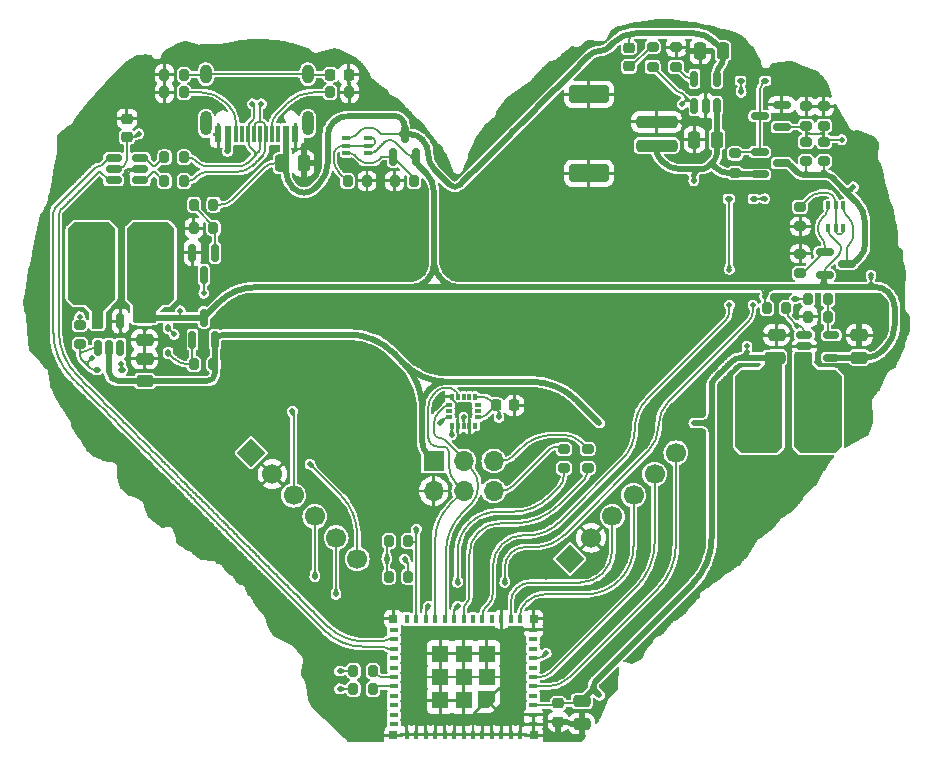
<source format=gbr>
%TF.GenerationSoftware,KiCad,Pcbnew,8.99.0-77eaa75db1*%
%TF.CreationDate,2024-12-04T17:57:06+01:00*%
%TF.ProjectId,geheimbadge-controller,67656865-696d-4626-9164-67652d636f6e,1.0.0*%
%TF.SameCoordinates,Original*%
%TF.FileFunction,Copper,L1,Top*%
%TF.FilePolarity,Positive*%
%FSLAX46Y46*%
G04 Gerber Fmt 4.6, Leading zero omitted, Abs format (unit mm)*
G04 Created by KiCad (PCBNEW 8.99.0-77eaa75db1) date 2024-12-04 17:57:06*
%MOMM*%
%LPD*%
G01*
G04 APERTURE LIST*
G04 Aperture macros list*
%AMRoundRect*
0 Rectangle with rounded corners*
0 $1 Rounding radius*
0 $2 $3 $4 $5 $6 $7 $8 $9 X,Y pos of 4 corners*
0 Add a 4 corners polygon primitive as box body*
4,1,4,$2,$3,$4,$5,$6,$7,$8,$9,$2,$3,0*
0 Add four circle primitives for the rounded corners*
1,1,$1+$1,$2,$3*
1,1,$1+$1,$4,$5*
1,1,$1+$1,$6,$7*
1,1,$1+$1,$8,$9*
0 Add four rect primitives between the rounded corners*
20,1,$1+$1,$2,$3,$4,$5,0*
20,1,$1+$1,$4,$5,$6,$7,0*
20,1,$1+$1,$6,$7,$8,$9,0*
20,1,$1+$1,$8,$9,$2,$3,0*%
%AMHorizOval*
0 Thick line with rounded ends*
0 $1 width*
0 $2 $3 position (X,Y) of the first rounded end (center of the circle)*
0 $4 $5 position (X,Y) of the second rounded end (center of the circle)*
0 Add line between two ends*
20,1,$1,$2,$3,$4,$5,0*
0 Add two circle primitives to create the rounded ends*
1,1,$1,$2,$3*
1,1,$1,$4,$5*%
%AMRotRect*
0 Rectangle, with rotation*
0 The origin of the aperture is its center*
0 $1 length*
0 $2 width*
0 $3 Rotation angle, in degrees counterclockwise*
0 Add horizontal line*
21,1,$1,$2,0,0,$3*%
%AMFreePoly0*
4,1,6,0.750000,-0.750000,-0.700000,-0.750000,-0.700000,0.100000,-0.100000,0.700000,0.750000,0.700000,0.750000,-0.750000,0.750000,-0.750000,$1*%
G04 Aperture macros list end*
%TA.AperFunction,SMDPad,CuDef*%
%ADD10RoundRect,0.200000X0.275000X-0.200000X0.275000X0.200000X-0.275000X0.200000X-0.275000X-0.200000X0*%
%TD*%
%TA.AperFunction,SMDPad,CuDef*%
%ADD11RoundRect,0.112500X0.187500X0.112500X-0.187500X0.112500X-0.187500X-0.112500X0.187500X-0.112500X0*%
%TD*%
%TA.AperFunction,SMDPad,CuDef*%
%ADD12RoundRect,0.200000X-0.200000X-0.275000X0.200000X-0.275000X0.200000X0.275000X-0.200000X0.275000X0*%
%TD*%
%TA.AperFunction,SMDPad,CuDef*%
%ADD13RoundRect,0.250000X-0.250000X-0.475000X0.250000X-0.475000X0.250000X0.475000X-0.250000X0.475000X0*%
%TD*%
%TA.AperFunction,SMDPad,CuDef*%
%ADD14RoundRect,0.200000X0.200000X0.275000X-0.200000X0.275000X-0.200000X-0.275000X0.200000X-0.275000X0*%
%TD*%
%TA.AperFunction,SMDPad,CuDef*%
%ADD15RoundRect,0.218750X0.256250X-0.218750X0.256250X0.218750X-0.256250X0.218750X-0.256250X-0.218750X0*%
%TD*%
%TA.AperFunction,SMDPad,CuDef*%
%ADD16RoundRect,0.150000X0.512500X0.150000X-0.512500X0.150000X-0.512500X-0.150000X0.512500X-0.150000X0*%
%TD*%
%TA.AperFunction,SMDPad,CuDef*%
%ADD17RoundRect,0.150000X-0.587500X-0.150000X0.587500X-0.150000X0.587500X0.150000X-0.587500X0.150000X0*%
%TD*%
%TA.AperFunction,SMDPad,CuDef*%
%ADD18RoundRect,0.112500X0.112500X-0.187500X0.112500X0.187500X-0.112500X0.187500X-0.112500X-0.187500X0*%
%TD*%
%TA.AperFunction,SMDPad,CuDef*%
%ADD19R,0.800000X0.400000*%
%TD*%
%TA.AperFunction,SMDPad,CuDef*%
%ADD20R,0.400000X0.800000*%
%TD*%
%TA.AperFunction,SMDPad,CuDef*%
%ADD21FreePoly0,180.000000*%
%TD*%
%TA.AperFunction,SMDPad,CuDef*%
%ADD22R,1.450000X1.450000*%
%TD*%
%TA.AperFunction,SMDPad,CuDef*%
%ADD23R,0.700000X0.700000*%
%TD*%
%TA.AperFunction,SMDPad,CuDef*%
%ADD24RoundRect,0.250000X0.250000X0.475000X-0.250000X0.475000X-0.250000X-0.475000X0.250000X-0.475000X0*%
%TD*%
%TA.AperFunction,SMDPad,CuDef*%
%ADD25RoundRect,0.200000X-0.275000X0.200000X-0.275000X-0.200000X0.275000X-0.200000X0.275000X0.200000X0*%
%TD*%
%TA.AperFunction,SMDPad,CuDef*%
%ADD26RoundRect,0.225000X0.250000X-0.225000X0.250000X0.225000X-0.250000X0.225000X-0.250000X-0.225000X0*%
%TD*%
%TA.AperFunction,SMDPad,CuDef*%
%ADD27RoundRect,0.087500X-0.087500X0.187500X-0.087500X-0.187500X0.087500X-0.187500X0.087500X0.187500X0*%
%TD*%
%TA.AperFunction,SMDPad,CuDef*%
%ADD28RoundRect,0.087500X-0.187500X0.087500X-0.187500X-0.087500X0.187500X-0.087500X0.187500X0.087500X0*%
%TD*%
%TA.AperFunction,SMDPad,CuDef*%
%ADD29RoundRect,0.250000X-1.500000X0.250000X-1.500000X-0.250000X1.500000X-0.250000X1.500000X0.250000X0*%
%TD*%
%TA.AperFunction,SMDPad,CuDef*%
%ADD30RoundRect,0.250001X-1.449999X0.499999X-1.449999X-0.499999X1.449999X-0.499999X1.449999X0.499999X0*%
%TD*%
%TA.AperFunction,SMDPad,CuDef*%
%ADD31RoundRect,0.150000X0.150000X-0.512500X0.150000X0.512500X-0.150000X0.512500X-0.150000X-0.512500X0*%
%TD*%
%TA.AperFunction,SMDPad,CuDef*%
%ADD32RoundRect,0.112500X-0.187500X-0.112500X0.187500X-0.112500X0.187500X0.112500X-0.187500X0.112500X0*%
%TD*%
%TA.AperFunction,SMDPad,CuDef*%
%ADD33RoundRect,0.150000X0.587500X0.150000X-0.587500X0.150000X-0.587500X-0.150000X0.587500X-0.150000X0*%
%TD*%
%TA.AperFunction,SMDPad,CuDef*%
%ADD34RoundRect,0.250000X-0.475000X0.250000X-0.475000X-0.250000X0.475000X-0.250000X0.475000X0.250000X0*%
%TD*%
%TA.AperFunction,SMDPad,CuDef*%
%ADD35RoundRect,0.225000X-0.225000X-0.250000X0.225000X-0.250000X0.225000X0.250000X-0.225000X0.250000X0*%
%TD*%
%TA.AperFunction,SMDPad,CuDef*%
%ADD36R,2.350000X3.500000*%
%TD*%
%TA.AperFunction,SMDPad,CuDef*%
%ADD37RoundRect,0.150000X-0.512500X-0.150000X0.512500X-0.150000X0.512500X0.150000X-0.512500X0.150000X0*%
%TD*%
%TA.AperFunction,SMDPad,CuDef*%
%ADD38RoundRect,0.150000X-0.150000X0.587500X-0.150000X-0.587500X0.150000X-0.587500X0.150000X0.587500X0*%
%TD*%
%TA.AperFunction,SMDPad,CuDef*%
%ADD39RoundRect,0.150000X0.150000X-0.587500X0.150000X0.587500X-0.150000X0.587500X-0.150000X-0.587500X0*%
%TD*%
%TA.AperFunction,ComponentPad*%
%ADD40R,1.700000X1.700000*%
%TD*%
%TA.AperFunction,ComponentPad*%
%ADD41O,1.700000X1.700000*%
%TD*%
%TA.AperFunction,SMDPad,CuDef*%
%ADD42RoundRect,0.100000X-0.225000X-0.100000X0.225000X-0.100000X0.225000X0.100000X-0.225000X0.100000X0*%
%TD*%
%TA.AperFunction,SMDPad,CuDef*%
%ADD43R,0.600000X1.450000*%
%TD*%
%TA.AperFunction,SMDPad,CuDef*%
%ADD44R,0.300000X1.450000*%
%TD*%
%TA.AperFunction,ComponentPad*%
%ADD45O,1.000000X2.100000*%
%TD*%
%TA.AperFunction,ComponentPad*%
%ADD46O,1.000000X1.600000*%
%TD*%
%TA.AperFunction,SMDPad,CuDef*%
%ADD47RoundRect,0.250000X0.475000X-0.250000X0.475000X0.250000X-0.475000X0.250000X-0.475000X-0.250000X0*%
%TD*%
%TA.AperFunction,ComponentPad*%
%ADD48RotRect,1.700000X1.700000X135.000000*%
%TD*%
%TA.AperFunction,ComponentPad*%
%ADD49HorizOval,1.700000X0.000000X0.000000X0.000000X0.000000X0*%
%TD*%
%TA.AperFunction,ComponentPad*%
%ADD50RotRect,1.700000X1.700000X45.000000*%
%TD*%
%TA.AperFunction,ComponentPad*%
%ADD51HorizOval,1.700000X0.000000X0.000000X0.000000X0.000000X0*%
%TD*%
%TA.AperFunction,SMDPad,CuDef*%
%ADD52RoundRect,0.225000X0.225000X0.250000X-0.225000X0.250000X-0.225000X-0.250000X0.225000X-0.250000X0*%
%TD*%
%TA.AperFunction,SMDPad,CuDef*%
%ADD53RoundRect,0.100000X-0.100000X0.225000X-0.100000X-0.225000X0.100000X-0.225000X0.100000X0.225000X0*%
%TD*%
%TA.AperFunction,SMDPad,CuDef*%
%ADD54RoundRect,0.225000X-0.250000X0.225000X-0.250000X-0.225000X0.250000X-0.225000X0.250000X0.225000X0*%
%TD*%
%TA.AperFunction,ViaPad*%
%ADD55C,0.508000*%
%TD*%
%TA.AperFunction,Conductor*%
%ADD56C,0.500000*%
%TD*%
%TA.AperFunction,Conductor*%
%ADD57C,0.152400*%
%TD*%
%TA.AperFunction,Conductor*%
%ADD58C,0.200000*%
%TD*%
G04 APERTURE END LIST*
D10*
%TO.P,R11,1*%
%TO.N,+BATT*%
X123000000Y-100325000D03*
%TO.P,R11,2*%
%TO.N,Net-(D2-A)*%
X123000000Y-98675000D03*
%TD*%
D11*
%TO.P,D3,1,K*%
%TO.N,Net-(D2-K)*%
X124550000Y-102500000D03*
%TO.P,D3,2,A*%
%TO.N,/BUTTON_{PWR}*%
X122450000Y-102500000D03*
%TD*%
D12*
%TO.P,R4,1*%
%TO.N,GND*%
X74675000Y-93500000D03*
%TO.P,R4,2*%
%TO.N,Net-(J1-CC2)*%
X76325000Y-93500000D03*
%TD*%
D13*
%TO.P,C1,1*%
%TO.N,GND*%
X120050000Y-90000000D03*
%TO.P,C1,2*%
%TO.N,VBUS*%
X121950000Y-90000000D03*
%TD*%
D14*
%TO.P,R10,1*%
%TO.N,/USB Debug & Power In/USB_{preR}.D+*%
X76325000Y-99000000D03*
%TO.P,R10,2*%
%TO.N,/USB Debug & Power In/USB_{preESD}.D+*%
X74675000Y-99000000D03*
%TD*%
%TO.P,R17,1*%
%TO.N,Net-(U3-FB)*%
X130825000Y-111000000D03*
%TO.P,R17,2*%
%TO.N,+3V3*%
X129175000Y-111000000D03*
%TD*%
D10*
%TO.P,R1,1*%
%TO.N,Net-(U1-~{CHRG})*%
X116000000Y-91325000D03*
%TO.P,R1,2*%
%TO.N,Net-(D1-K)*%
X116000000Y-89675000D03*
%TD*%
D12*
%TO.P,R3,1*%
%TO.N,GND*%
X74675000Y-92000000D03*
%TO.P,R3,2*%
%TO.N,Net-(J1-SHIELD)*%
X76325000Y-92000000D03*
%TD*%
D15*
%TO.P,D1,1,K*%
%TO.N,Net-(D1-K)*%
X114000000Y-91287500D03*
%TO.P,D1,2,A*%
%TO.N,VBUS*%
X114000000Y-89712500D03*
%TD*%
D12*
%TO.P,R27,1*%
%TO.N,Net-(D4-K)*%
X77175000Y-116500000D03*
%TO.P,R27,2*%
%TO.N,+5V*%
X78825000Y-116500000D03*
%TD*%
D16*
%TO.P,U2,1,I/O1*%
%TO.N,/USB Debug & Power In/USB_{preESD}.D-*%
X72637500Y-100950000D03*
%TO.P,U2,2,GND*%
%TO.N,GND*%
X72637500Y-100000000D03*
%TO.P,U2,3,I/O2*%
%TO.N,/USB Debug & Power In/USB_{preESD}.D+*%
X72637500Y-99050000D03*
%TO.P,U2,4,I/O2*%
%TO.N,/D+*%
X70362500Y-99050000D03*
%TO.P,U2,5,VBUS*%
%TO.N,VBUS*%
X70362500Y-100000000D03*
%TO.P,U2,6,I/O1*%
%TO.N,/D-*%
X70362500Y-100950000D03*
%TD*%
D12*
%TO.P,R26,1*%
%TO.N,/TX*%
X90675000Y-144000000D03*
%TO.P,R26,2*%
%TO.N,Net-(U5-TXD0)*%
X92325000Y-144000000D03*
%TD*%
D10*
%TO.P,R21,1*%
%TO.N,/NeoPixel*%
X110500000Y-125325000D03*
%TO.P,R21,2*%
%TO.N,/SAO.GPIO1*%
X110500000Y-123675000D03*
%TD*%
D17*
%TO.P,Q4,1,G*%
%TO.N,Net-(D2-A)*%
X125062500Y-98550000D03*
%TO.P,Q4,2,S*%
%TO.N,+BATT*%
X125062500Y-100450000D03*
%TO.P,Q4,3,D*%
%TO.N,/Power/+BATT_{switched}*%
X126937500Y-99500000D03*
%TD*%
%TO.P,Q6,1,G*%
%TO.N,Net-(Q5B-C2)*%
X130562500Y-107050000D03*
%TO.P,Q6,2,S*%
%TO.N,+VDC*%
X130562500Y-108950000D03*
%TO.P,Q6,3,D*%
%TO.N,/Power/+BATT_{switched}*%
X132437500Y-108000000D03*
%TD*%
D18*
%TO.P,D4,1,K*%
%TO.N,Net-(D4-K)*%
X75000000Y-115550000D03*
%TO.P,D4,2,A*%
%TO.N,Net-(D4-A)*%
X75000000Y-113450000D03*
%TD*%
D14*
%TO.P,R23,1*%
%TO.N,/BOOT*%
X95325000Y-131500000D03*
%TO.P,R23,2*%
%TO.N,+3V3*%
X93675000Y-131500000D03*
%TD*%
D19*
%TO.P,U5,1,GND*%
%TO.N,GND*%
X105900000Y-147000000D03*
%TO.P,U5,2,GND*%
X105900000Y-146200000D03*
%TO.P,U5,3,3V3*%
%TO.N,+3V3*%
X105900000Y-145400000D03*
%TO.P,U5,4,NC*%
%TO.N,unconnected-(U5-NC-Pad4)*%
X105900000Y-144600000D03*
%TO.P,U5,5,IO2*%
%TO.N,/IO2*%
X105900000Y-143800000D03*
%TO.P,U5,6,IO3*%
%TO.N,/IO3*%
X105900000Y-143000000D03*
%TO.P,U5,7,NC*%
%TO.N,unconnected-(U5-NC-Pad7)*%
X105900000Y-142200000D03*
%TO.P,U5,8,EN*%
%TO.N,/RESET*%
X105900000Y-141400000D03*
%TO.P,U5,9,NC*%
%TO.N,unconnected-(U5-NC-Pad9)*%
X105900000Y-140600000D03*
%TO.P,U5,10,NC*%
%TO.N,unconnected-(U5-NC-Pad10)*%
X105900000Y-139800000D03*
%TO.P,U5,11,GND*%
%TO.N,GND*%
X105900000Y-139000000D03*
D20*
%TO.P,U5,12,IO0*%
%TO.N,/IO0*%
X104800000Y-138100000D03*
%TO.P,U5,13,IO1*%
%TO.N,/IO1*%
X104000000Y-138100000D03*
%TO.P,U5,14,GND*%
%TO.N,GND*%
X103200000Y-138100000D03*
%TO.P,U5,15,NC*%
%TO.N,unconnected-(U5-NC-Pad15)*%
X102400000Y-138100000D03*
%TO.P,U5,16,IO10*%
%TO.N,/BUTTON_{PWR}*%
X101600000Y-138100000D03*
%TO.P,U5,17,NC*%
%TO.N,unconnected-(U5-NC-Pad17)*%
X100800000Y-138100000D03*
%TO.P,U5,18,IO4*%
%TO.N,/NeoPixel*%
X100000000Y-138100000D03*
%TO.P,U5,19,IO5*%
%TO.N,/+BATT_{SENSE}{slash}ON*%
X99200000Y-138100000D03*
%TO.P,U5,20,IO6*%
%TO.N,/SDA*%
X98400000Y-138100000D03*
%TO.P,U5,21,IO7*%
%TO.N,/SCL*%
X97600000Y-138100000D03*
%TO.P,U5,22,IO8*%
%TO.N,Net-(U5-IO8)*%
X96800000Y-138100000D03*
%TO.P,U5,23,IO9*%
%TO.N,/BOOT*%
X96000000Y-138100000D03*
%TO.P,U5,24,NC*%
%TO.N,unconnected-(U5-NC-Pad24)*%
X95200000Y-138100000D03*
D19*
%TO.P,U5,25,NC*%
%TO.N,unconnected-(U5-NC-Pad25)*%
X94100000Y-139000000D03*
%TO.P,U5,26,D-/IO18*%
%TO.N,/D-*%
X94100000Y-139800000D03*
%TO.P,U5,27,D+/IO19*%
%TO.N,/D+*%
X94100000Y-140600000D03*
%TO.P,U5,28,NC*%
%TO.N,unconnected-(U5-NC-Pad28)*%
X94100000Y-141400000D03*
%TO.P,U5,29,NC*%
%TO.N,unconnected-(U5-NC-Pad29)*%
X94100000Y-142200000D03*
%TO.P,U5,30,RXD0*%
%TO.N,Net-(U5-RXD0)*%
X94100000Y-143000000D03*
%TO.P,U5,31,TXD0*%
%TO.N,Net-(U5-TXD0)*%
X94100000Y-143800000D03*
%TO.P,U5,32,NC*%
%TO.N,unconnected-(U5-NC-Pad32)*%
X94100000Y-144600000D03*
%TO.P,U5,33,NC*%
%TO.N,unconnected-(U5-NC-Pad33)*%
X94100000Y-145400000D03*
%TO.P,U5,34,NC*%
%TO.N,unconnected-(U5-NC-Pad34)*%
X94100000Y-146200000D03*
%TO.P,U5,35,NC*%
%TO.N,unconnected-(U5-NC-Pad35)*%
X94100000Y-147000000D03*
D20*
%TO.P,U5,36,GND*%
%TO.N,GND*%
X95200000Y-147900000D03*
%TO.P,U5,37,GND*%
X96000000Y-147900000D03*
%TO.P,U5,38,GND*%
X96800000Y-147900000D03*
%TO.P,U5,39,GND*%
X97600000Y-147900000D03*
%TO.P,U5,40,GND*%
X98400000Y-147900000D03*
%TO.P,U5,41,GND*%
X99200000Y-147900000D03*
%TO.P,U5,42,GND*%
X100000000Y-147900000D03*
%TO.P,U5,43,GND*%
X100800000Y-147900000D03*
%TO.P,U5,44,GND*%
X101600000Y-147900000D03*
%TO.P,U5,45,GND*%
X102400000Y-147900000D03*
%TO.P,U5,46,GND*%
X103200000Y-147900000D03*
%TO.P,U5,47,GND*%
X104000000Y-147900000D03*
%TO.P,U5,48,GND*%
X104800000Y-147900000D03*
D21*
%TO.P,U5,49,GND*%
X101980000Y-144980000D03*
D22*
X101980000Y-143000000D03*
X101980000Y-141020000D03*
X100000000Y-144970000D03*
X100000000Y-143000000D03*
X100000000Y-141020000D03*
X98030000Y-144970000D03*
X98030000Y-143000000D03*
X98030000Y-141020000D03*
D23*
%TO.P,U5,50,GND*%
X94050000Y-147950000D03*
%TO.P,U5,51,GND*%
X94050000Y-138050000D03*
%TO.P,U5,52,GND*%
X105950000Y-138050000D03*
%TO.P,U5,53,GND*%
X105950000Y-147950000D03*
%TD*%
D14*
%TO.P,R5,1*%
%TO.N,GND*%
X90325000Y-93500000D03*
%TO.P,R5,2*%
%TO.N,Net-(J1-CC1)*%
X88675000Y-93500000D03*
%TD*%
D24*
%TO.P,C5,1*%
%TO.N,GND*%
X86450000Y-99500000D03*
%TO.P,C5,2*%
%TO.N,VBUS*%
X84550000Y-99500000D03*
%TD*%
D25*
%TO.P,R8,1*%
%TO.N,/+BATT_{SENSE}{slash}ON*%
X129000000Y-97675000D03*
%TO.P,R8,2*%
%TO.N,/Power/+BATT_{switched}*%
X129000000Y-99325000D03*
%TD*%
D26*
%TO.P,C3,1*%
%TO.N,VBUS*%
X71500000Y-97275000D03*
%TO.P,C3,2*%
%TO.N,GND*%
X71500000Y-95725000D03*
%TD*%
D27*
%TO.P,U6,1,VDD_IO*%
%TO.N,+3V3*%
X101000000Y-119275000D03*
%TO.P,U6,2,NC*%
%TO.N,unconnected-(U6-NC-Pad2)*%
X100500000Y-119275000D03*
%TO.P,U6,3,NC*%
%TO.N,unconnected-(U6-NC-Pad3)*%
X100000000Y-119275000D03*
%TO.P,U6,4,SCL/SPC*%
%TO.N,/SCL*%
X99500000Y-119275000D03*
%TO.P,U6,5,GND*%
%TO.N,GND*%
X99000000Y-119275000D03*
D28*
%TO.P,U6,6,SDA/SDI/SDO*%
%TO.N,/SDA*%
X98775000Y-120000000D03*
%TO.P,U6,7,SDO/SA0*%
%TO.N,unconnected-(U6-SDO{slash}SA0-Pad7)*%
X98775000Y-120500000D03*
%TO.P,U6,8,CS*%
%TO.N,+3V3*%
X98775000Y-121000000D03*
D27*
%TO.P,U6,9,INT2*%
%TO.N,/INT2*%
X99000000Y-121725000D03*
%TO.P,U6,10,GND*%
%TO.N,GND*%
X99500000Y-121725000D03*
%TO.P,U6,11,INT1*%
%TO.N,/INT1*%
X100000000Y-121725000D03*
%TO.P,U6,12,GND*%
%TO.N,GND*%
X100500000Y-121725000D03*
%TO.P,U6,13,ADC3*%
%TO.N,unconnected-(U6-ADC3-Pad13)*%
X101000000Y-121725000D03*
D28*
%TO.P,U6,14,VDD*%
%TO.N,+3V3*%
X101225000Y-121000000D03*
%TO.P,U6,15,ADC2*%
%TO.N,unconnected-(U6-ADC2-Pad15)*%
X101225000Y-120500000D03*
%TO.P,U6,16,ADC1*%
%TO.N,unconnected-(U6-ADC1-Pad16)*%
X101225000Y-120000000D03*
%TD*%
D29*
%TO.P,BT1,1,Pin_1*%
%TO.N,GND*%
X116350000Y-96000000D03*
%TO.P,BT1,2,Pin_2*%
%TO.N,+BATT*%
X116350000Y-98000000D03*
D30*
%TO.P,BT1,MP,MountPin*%
%TO.N,GND*%
X110600000Y-93650000D03*
X110600000Y-100350000D03*
%TD*%
D31*
%TO.P,U1,1,~{CHRG}*%
%TO.N,Net-(U1-~{CHRG})*%
X119550000Y-94637500D03*
%TO.P,U1,2,GND*%
%TO.N,GND*%
X120500000Y-94637500D03*
%TO.P,U1,3,BAT*%
%TO.N,+BATT*%
X121450000Y-94637500D03*
%TO.P,U1,4,V_{CC}*%
%TO.N,VBUS*%
X121450000Y-92362500D03*
%TO.P,U1,5,PROG*%
%TO.N,Net-(U1-PROG)*%
X119550000Y-92362500D03*
%TD*%
D32*
%TO.P,D2,1,K*%
%TO.N,Net-(D2-K)*%
X123450000Y-92500000D03*
%TO.P,D2,2,A*%
%TO.N,Net-(D2-A)*%
X125550000Y-92500000D03*
%TD*%
D12*
%TO.P,R25,1*%
%TO.N,/RX*%
X90675000Y-142500000D03*
%TO.P,R25,2*%
%TO.N,Net-(U5-RXD0)*%
X92325000Y-142500000D03*
%TD*%
D25*
%TO.P,R9,1*%
%TO.N,/+BATT_{SENSE}{slash}ON*%
X130500000Y-97675000D03*
%TO.P,R9,2*%
%TO.N,/Power/+BATT_{switched}*%
X130500000Y-99325000D03*
%TD*%
D33*
%TO.P,Q1,1,G*%
%TO.N,/+BATT_{SENSE}{slash}ON*%
X126937500Y-96450000D03*
%TO.P,Q1,2,S*%
%TO.N,GND*%
X126937500Y-94550000D03*
%TO.P,Q1,3,D*%
%TO.N,Net-(D2-A)*%
X125062500Y-95500000D03*
%TD*%
D10*
%TO.P,R20,1*%
%TO.N,Net-(U5-IO8)*%
X108500000Y-125325000D03*
%TO.P,R20,2*%
%TO.N,/SAO.GPIO2*%
X108500000Y-123675000D03*
%TD*%
%TO.P,R6,1*%
%TO.N,/+BATT_{SENSE}{slash}ON*%
X129000000Y-96325000D03*
%TO.P,R6,2*%
%TO.N,GND*%
X129000000Y-94675000D03*
%TD*%
D12*
%TO.P,R28,1*%
%TO.N,GND*%
X77175000Y-105000000D03*
%TO.P,R28,2*%
%TO.N,Net-(Q8-G)*%
X78825000Y-105000000D03*
%TD*%
%TO.P,R18,1*%
%TO.N,GND*%
X129175000Y-112500000D03*
%TO.P,R18,2*%
%TO.N,Net-(U3-FB)*%
X130825000Y-112500000D03*
%TD*%
D13*
%TO.P,C4,1*%
%TO.N,GND*%
X119550000Y-97500000D03*
%TO.P,C4,2*%
%TO.N,+BATT*%
X121450000Y-97500000D03*
%TD*%
D32*
%TO.P,D5,1,K*%
%TO.N,Net-(D5-K)*%
X68950000Y-117000000D03*
%TO.P,D5,2,A*%
%TO.N,Net-(D4-A)*%
X71050000Y-117000000D03*
%TD*%
D14*
%TO.P,R24,1*%
%TO.N,/RESET*%
X95325000Y-134500000D03*
%TO.P,R24,2*%
%TO.N,+3V3*%
X93675000Y-134500000D03*
%TD*%
D34*
%TO.P,C6,1*%
%TO.N,GND*%
X126500000Y-114050000D03*
%TO.P,C6,2*%
%TO.N,+3V3*%
X126500000Y-115950000D03*
%TD*%
D35*
%TO.P,C2,1*%
%TO.N,Net-(J1-SHIELD)*%
X88725000Y-92000000D03*
%TO.P,C2,2*%
%TO.N,GND*%
X90275000Y-92000000D03*
%TD*%
D25*
%TO.P,R15,1*%
%TO.N,Net-(Q5A-B1)*%
X128500000Y-103175000D03*
%TO.P,R15,2*%
%TO.N,GND*%
X128500000Y-104825000D03*
%TD*%
%TO.P,R2,1*%
%TO.N,GND*%
X118000000Y-89675000D03*
%TO.P,R2,2*%
%TO.N,Net-(U1-PROG)*%
X118000000Y-91325000D03*
%TD*%
D36*
%TO.P,L2,1,1*%
%TO.N,+VDC*%
X74025000Y-108000000D03*
%TO.P,L2,2,2*%
%TO.N,Net-(U4-LX)*%
X67975000Y-108000000D03*
%TD*%
D12*
%TO.P,R19,1*%
%TO.N,+VDC*%
X125675000Y-111750000D03*
%TO.P,R19,2*%
%TO.N,Net-(U3-EN)*%
X127325000Y-111750000D03*
%TD*%
%TO.P,R29,1*%
%TO.N,Net-(Q8-G)*%
X77175000Y-103000000D03*
%TO.P,R29,2*%
%TO.N,VBUS*%
X78825000Y-103000000D03*
%TD*%
D37*
%TO.P,U3,1,EN*%
%TO.N,Net-(U3-EN)*%
X128862500Y-114050000D03*
%TO.P,U3,2,GND*%
%TO.N,GND*%
X128862500Y-115000000D03*
%TO.P,U3,3,SW*%
%TO.N,Net-(U3-SW)*%
X128862500Y-115950000D03*
%TO.P,U3,4,VIN*%
%TO.N,+VDC*%
X131137500Y-115950000D03*
%TO.P,U3,5,FB*%
%TO.N,Net-(U3-FB)*%
X131137500Y-114050000D03*
%TD*%
D14*
%TO.P,R14,1*%
%TO.N,Net-(Q2B-C2)*%
X95825000Y-101000000D03*
%TO.P,R14,2*%
%TO.N,GND*%
X94175000Y-101000000D03*
%TD*%
D12*
%TO.P,R13,1*%
%TO.N,Net-(Q2A-B1)*%
X90175000Y-101000000D03*
%TO.P,R13,2*%
%TO.N,GND*%
X91825000Y-101000000D03*
%TD*%
D34*
%TO.P,C9,1*%
%TO.N,GND*%
X73000000Y-116050000D03*
%TO.P,C9,2*%
%TO.N,+5V*%
X73000000Y-117950000D03*
%TD*%
D38*
%TO.P,Q8,1,G*%
%TO.N,Net-(Q8-G)*%
X78950000Y-107062500D03*
%TO.P,Q8,2,S*%
%TO.N,GND*%
X77050000Y-107062500D03*
%TO.P,Q8,3,D*%
%TO.N,Net-(D4-A)*%
X78000000Y-108937500D03*
%TD*%
D39*
%TO.P,Q7,1,G*%
%TO.N,Net-(D4-K)*%
X77050000Y-114437500D03*
%TO.P,Q7,2,S*%
%TO.N,+5V*%
X78950000Y-114437500D03*
%TO.P,Q7,3,D*%
%TO.N,+VDC*%
X78000000Y-112562500D03*
%TD*%
D40*
%TO.P,J3,1,Pin_1*%
%TO.N,+5V*%
X97475000Y-124710000D03*
D41*
%TO.P,J3,2,Pin_2*%
%TO.N,GND*%
X97475000Y-127250000D03*
%TO.P,J3,3,Pin_3*%
%TO.N,/SDA*%
X100015000Y-124710000D03*
%TO.P,J3,4,Pin_4*%
%TO.N,/SCL*%
X100015000Y-127250000D03*
%TO.P,J3,5,Pin_5*%
%TO.N,/SAO.GPIO1*%
X102555000Y-124710000D03*
%TO.P,J3,6,Pin_6*%
%TO.N,/SAO.GPIO2*%
X102555000Y-127250000D03*
%TD*%
D25*
%TO.P,R22,1*%
%TO.N,+VDC*%
X67500000Y-113175000D03*
%TO.P,R22,2*%
%TO.N,Net-(D5-K)*%
X67500000Y-114825000D03*
%TD*%
D36*
%TO.P,L1,1,1*%
%TO.N,Net-(U3-SW)*%
X130525000Y-120500000D03*
%TO.P,L1,2,2*%
%TO.N,+3V3*%
X124475000Y-120500000D03*
%TD*%
D42*
%TO.P,Q2,1,E1*%
%TO.N,VBUS*%
X90050000Y-97350000D03*
%TO.P,Q2,2,B1*%
%TO.N,Net-(Q2A-B1)*%
X90050000Y-98000000D03*
%TO.P,Q2,3,C2*%
%TO.N,Net-(Q2B-C2)*%
X90050000Y-98650000D03*
%TO.P,Q2,4,E2*%
%TO.N,+VDC*%
X91950000Y-98650000D03*
%TO.P,Q2,5,B2*%
%TO.N,Net-(Q2A-B1)*%
X91950000Y-98000000D03*
%TO.P,Q2,6,C1*%
X91950000Y-97350000D03*
%TD*%
D10*
%TO.P,R16,1*%
%TO.N,Net-(Q5B-C2)*%
X128500000Y-108825000D03*
%TO.P,R16,2*%
%TO.N,GND*%
X128500000Y-107175000D03*
%TD*%
D14*
%TO.P,R12,1*%
%TO.N,/USB Debug & Power In/USB_{preR}.D-*%
X76325000Y-101000000D03*
%TO.P,R12,2*%
%TO.N,/USB Debug & Power In/USB_{preESD}.D-*%
X74675000Y-101000000D03*
%TD*%
D43*
%TO.P,J1,A1,GND*%
%TO.N,GND*%
X85750000Y-97045000D03*
%TO.P,J1,A4,VBUS*%
%TO.N,VBUS*%
X84950000Y-97045000D03*
D44*
%TO.P,J1,A5,CC1*%
%TO.N,Net-(J1-CC1)*%
X83750000Y-97045000D03*
%TO.P,J1,A6,D+*%
%TO.N,/USB Debug & Power In/USB_{preR}.D+*%
X82750000Y-97045000D03*
%TO.P,J1,A7,D-*%
%TO.N,/USB Debug & Power In/USB_{preR}.D-*%
X82250000Y-97045000D03*
%TO.P,J1,A8,SBU1*%
%TO.N,unconnected-(J1-SBU1-PadA8)*%
X81250000Y-97045000D03*
D43*
%TO.P,J1,A9,VBUS*%
%TO.N,VBUS*%
X80050000Y-97045000D03*
%TO.P,J1,A12,GND*%
%TO.N,GND*%
X79250000Y-97045000D03*
%TO.P,J1,B1,GND*%
X79250000Y-97045000D03*
%TO.P,J1,B4,VBUS*%
%TO.N,VBUS*%
X80050000Y-97045000D03*
D44*
%TO.P,J1,B5,CC2*%
%TO.N,Net-(J1-CC2)*%
X80750000Y-97045000D03*
%TO.P,J1,B6,D+*%
%TO.N,/USB Debug & Power In/USB_{preR}.D+*%
X81750000Y-97045000D03*
%TO.P,J1,B7,D-*%
%TO.N,/USB Debug & Power In/USB_{preR}.D-*%
X83250000Y-97045000D03*
%TO.P,J1,B8,SBU2*%
%TO.N,unconnected-(J1-SBU2-PadB8)*%
X84250000Y-97045000D03*
D43*
%TO.P,J1,B9,VBUS*%
%TO.N,VBUS*%
X84950000Y-97045000D03*
%TO.P,J1,B12,GND*%
%TO.N,GND*%
X85750000Y-97045000D03*
D45*
%TO.P,J1,S1,SHIELD*%
%TO.N,Net-(J1-SHIELD)*%
X86820000Y-96130000D03*
D46*
X86820000Y-91950000D03*
D45*
X78180000Y-96130000D03*
D46*
X78180000Y-91950000D03*
%TD*%
D47*
%TO.P,C8,1*%
%TO.N,GND*%
X73000000Y-114450000D03*
%TO.P,C8,2*%
%TO.N,+VDC*%
X73000000Y-112550000D03*
%TD*%
D48*
%TO.P,J4,1,Pin_1*%
%TO.N,Net-(J4-Pin_1)*%
X109000000Y-133000000D03*
D49*
%TO.P,J4,2,Pin_2*%
%TO.N,GND*%
X110796051Y-131203949D03*
%TO.P,J4,3,Pin_3*%
%TO.N,/IO1*%
X112592102Y-129407898D03*
%TO.P,J4,4,Pin_4*%
%TO.N,/IO0*%
X114388154Y-127611846D03*
%TO.P,J4,5,Pin_5*%
%TO.N,/IO3*%
X116184205Y-125815795D03*
%TO.P,J4,6,Pin_6*%
%TO.N,/IO2*%
X117980256Y-124019744D03*
%TD*%
D31*
%TO.P,U4,1,CE*%
%TO.N,Net-(D5-K)*%
X69050000Y-115137500D03*
%TO.P,U4,2,VOUT*%
%TO.N,+5V*%
X70000000Y-115137500D03*
%TO.P,U4,3,NC*%
%TO.N,unconnected-(U4-NC-Pad3)*%
X70950000Y-115137500D03*
%TO.P,U4,4,GND*%
%TO.N,GND*%
X70950000Y-112862500D03*
%TO.P,U4,5,LX*%
%TO.N,Net-(U4-LX)*%
X69050000Y-112862500D03*
%TD*%
D50*
%TO.P,J2,1,Pin_1*%
%TO.N,+3V3*%
X82019744Y-124019744D03*
D51*
%TO.P,J2,2,Pin_2*%
%TO.N,GND*%
X83815795Y-125815795D03*
%TO.P,J2,3,Pin_3*%
%TO.N,/BOOT*%
X85611846Y-127611846D03*
%TO.P,J2,4,Pin_4*%
%TO.N,/RX*%
X87407898Y-129407898D03*
%TO.P,J2,5,Pin_5*%
%TO.N,/TX*%
X89203949Y-131203949D03*
%TO.P,J2,6,Pin_6*%
%TO.N,/RESET*%
X91000000Y-133000000D03*
%TD*%
D34*
%TO.P,C11,1*%
%TO.N,+3V3*%
X110000000Y-145050000D03*
%TO.P,C11,2*%
%TO.N,GND*%
X110000000Y-146950000D03*
%TD*%
D39*
%TO.P,Q3,1,G*%
%TO.N,Net-(Q2B-C2)*%
X94050000Y-98937500D03*
%TO.P,Q3,2,S*%
%TO.N,+VDC*%
X95950000Y-98937500D03*
%TO.P,Q3,3,D*%
%TO.N,VBUS*%
X95000000Y-97062500D03*
%TD*%
D52*
%TO.P,C12,1*%
%TO.N,GND*%
X104275000Y-120000000D03*
%TO.P,C12,2*%
%TO.N,+3V3*%
X102725000Y-120000000D03*
%TD*%
D34*
%TO.P,C7,1*%
%TO.N,GND*%
X133500000Y-114050000D03*
%TO.P,C7,2*%
%TO.N,+VDC*%
X133500000Y-115950000D03*
%TD*%
D53*
%TO.P,Q5,1,E1*%
%TO.N,/Power/+BATT_{switched}*%
X132150000Y-103050000D03*
%TO.P,Q5,2,B1*%
%TO.N,Net-(Q5A-B1)*%
X131500000Y-103050000D03*
%TO.P,Q5,3,C2*%
%TO.N,Net-(Q5B-C2)*%
X130850000Y-103050000D03*
%TO.P,Q5,4,E2*%
%TO.N,+VDC*%
X130850000Y-104950000D03*
%TO.P,Q5,5,B2*%
%TO.N,Net-(Q5A-B1)*%
X131500000Y-104950000D03*
%TO.P,Q5,6,C1*%
X132150000Y-104950000D03*
%TD*%
D54*
%TO.P,C10,1*%
%TO.N,+3V3*%
X108000000Y-145225000D03*
%TO.P,C10,2*%
%TO.N,GND*%
X108000000Y-146775000D03*
%TD*%
D25*
%TO.P,R7,1*%
%TO.N,GND*%
X130500000Y-94675000D03*
%TO.P,R7,2*%
%TO.N,/+BATT_{SENSE}{slash}ON*%
X130500000Y-96325000D03*
%TD*%
D55*
%TO.N,GND*%
X105000000Y-147000000D03*
X86500000Y-122500000D03*
X103500000Y-112500000D03*
X100000000Y-120000000D03*
X71500000Y-94500000D03*
X72500000Y-102000000D03*
X98000000Y-119500000D03*
X84000000Y-94000000D03*
X70000000Y-113000000D03*
X117500000Y-122500000D03*
X100000000Y-123000000D03*
X99500000Y-136000000D03*
X105000000Y-121000000D03*
X97000000Y-136000000D03*
X72500000Y-98000000D03*
X82500000Y-91000000D03*
X118000000Y-120000000D03*
X113500000Y-95000000D03*
X83500000Y-112000000D03*
X111500000Y-145500000D03*
X93000000Y-139000000D03*
X121000000Y-109000000D03*
X83000000Y-120500000D03*
X106000000Y-120000000D03*
X73000000Y-117000000D03*
X118500000Y-99000000D03*
X103500000Y-111000000D03*
X119500000Y-99000000D03*
X97000000Y-115500000D03*
X120000000Y-122500000D03*
X86500000Y-140000000D03*
X97500000Y-111000000D03*
X73500000Y-93500000D03*
X107500000Y-117000000D03*
X101000000Y-98500000D03*
X109500000Y-137000000D03*
X81000000Y-126500000D03*
X106500000Y-115000000D03*
X113500000Y-132500000D03*
X112000000Y-135000000D03*
X86500000Y-107000000D03*
X115000000Y-132500000D03*
X89500000Y-107000000D03*
X117500000Y-129500000D03*
X92500000Y-131000000D03*
X88500000Y-135500000D03*
X85000000Y-108000000D03*
X70500000Y-98000000D03*
X105000000Y-109000000D03*
X117000000Y-128500000D03*
X122000000Y-121500000D03*
X89500000Y-104500000D03*
X119000000Y-103500000D03*
X86500000Y-98000000D03*
X105000000Y-136000000D03*
X94000000Y-136000000D03*
X107000000Y-140000000D03*
X107500000Y-138500000D03*
X88000000Y-125000000D03*
X113500000Y-97000000D03*
X117000000Y-131500000D03*
X92500000Y-107000000D03*
X133500000Y-112500000D03*
X101500000Y-136000000D03*
X108000000Y-143000000D03*
X100000000Y-147000000D03*
X113500000Y-122500000D03*
X112000000Y-136500000D03*
X119500000Y-96000000D03*
X88500000Y-144000000D03*
X74500000Y-116500000D03*
X110000000Y-144000000D03*
X118500000Y-129500000D03*
X89500000Y-116000000D03*
X128500000Y-101500000D03*
X87500000Y-112000000D03*
X112000000Y-104000000D03*
X112500000Y-138500000D03*
X77000000Y-110500000D03*
X121000000Y-113000000D03*
X128250000Y-112500000D03*
X83500000Y-108000000D03*
X74500000Y-114500000D03*
X112000000Y-102500000D03*
X119000000Y-130500000D03*
X116500000Y-94500000D03*
X81000000Y-94000000D03*
X73500000Y-92000000D03*
X103500000Y-117000000D03*
X105000000Y-112500000D03*
X99000000Y-108500000D03*
X88500000Y-142500000D03*
X117000000Y-90500000D03*
X87500000Y-99500000D03*
X104500000Y-134000000D03*
X112000000Y-144000000D03*
X121000000Y-111000000D03*
X93000000Y-101000000D03*
X89500000Y-103000000D03*
X107000000Y-134500000D03*
X86500000Y-134000000D03*
X123500000Y-108500000D03*
X111000000Y-146000000D03*
X79000000Y-98500000D03*
X130000000Y-115000000D03*
X119000000Y-91000000D03*
X116000000Y-120000000D03*
X114000000Y-135000000D03*
X118500000Y-97500000D03*
X121000000Y-102500000D03*
X82500000Y-93000000D03*
X126500000Y-113000000D03*
X86000000Y-116500000D03*
X104000000Y-102500000D03*
X107500000Y-137000000D03*
X105000000Y-103500000D03*
X101500000Y-134000000D03*
X90000000Y-99500000D03*
X112500000Y-114500000D03*
X71000000Y-114000000D03*
X129000000Y-93500000D03*
X95000000Y-118000000D03*
X94500000Y-133500000D03*
X112000000Y-122500000D03*
X127500000Y-115000000D03*
X118500000Y-96000000D03*
X95000000Y-107000000D03*
X86500000Y-101000000D03*
X105000000Y-111000000D03*
X123500000Y-111500000D03*
X119500000Y-114500000D03*
X98000000Y-117000000D03*
X120500000Y-93500000D03*
X105000000Y-114500000D03*
X118000000Y-134500000D03*
X99000000Y-102500000D03*
X125000000Y-115000000D03*
X114000000Y-120000000D03*
X95000000Y-147000000D03*
X105000000Y-139000000D03*
X86500000Y-103000000D03*
X128500000Y-106000000D03*
X94500000Y-130500000D03*
X97000000Y-131000000D03*
X125250000Y-114000000D03*
X114500000Y-138500000D03*
X120500000Y-91500000D03*
X83500000Y-116000000D03*
X91500000Y-92000000D03*
X103500000Y-115000000D03*
X73000000Y-113500000D03*
X127750000Y-114000000D03*
X96500000Y-129000000D03*
X126000000Y-97500000D03*
X71000000Y-111500000D03*
X131500000Y-96500000D03*
X87500000Y-120500000D03*
X103500000Y-109000000D03*
X120500000Y-96000000D03*
X132500000Y-115000000D03*
X130000000Y-93500000D03*
X113500000Y-96000000D03*
X98500000Y-99500000D03*
X96000000Y-108500000D03*
X84000000Y-121500000D03*
X127000000Y-93500000D03*
X91500000Y-93500000D03*
X120000000Y-120500000D03*
X95500000Y-128500000D03*
%TO.N,/BOOT*%
X96000000Y-130500000D03*
X85500000Y-120500000D03*
%TO.N,Net-(D4-A)*%
X78000000Y-110500000D03*
X75500000Y-114000000D03*
X71000000Y-116500000D03*
%TO.N,Net-(D5-K)*%
X68500000Y-116000000D03*
%TO.N,+VDC*%
X72000000Y-107500000D03*
X72000000Y-108500000D03*
X134500000Y-109000000D03*
X72000000Y-110500000D03*
X75000000Y-110500000D03*
X72500000Y-111000000D03*
X72000000Y-106500000D03*
X75000000Y-105500000D03*
X73000000Y-105500000D03*
X74000000Y-105500000D03*
X76000000Y-112000000D03*
X74000000Y-110500000D03*
X73000000Y-110500000D03*
X73500000Y-105000000D03*
X72000000Y-109500000D03*
X72000000Y-105500000D03*
X74500000Y-111000000D03*
X72500000Y-105000000D03*
X67500000Y-112500000D03*
X74500000Y-105000000D03*
X73500000Y-111000000D03*
%TO.N,Net-(D2-K)*%
X125500000Y-102500000D03*
X123500000Y-93500000D03*
%TO.N,/RX*%
X87407898Y-134500000D03*
X89500000Y-142500000D03*
%TO.N,/TX*%
X89203949Y-136000000D03*
X89500000Y-144000000D03*
%TO.N,Net-(U3-SW)*%
X130000000Y-117500000D03*
X128500000Y-118000000D03*
X130500000Y-123000000D03*
X128500000Y-119000000D03*
X129500000Y-118000000D03*
X128500000Y-123000000D03*
X131000000Y-123500000D03*
X131500000Y-123000000D03*
X128500000Y-122000000D03*
X129500000Y-123000000D03*
X129000000Y-123500000D03*
X130000000Y-123500000D03*
X130500000Y-118000000D03*
X129000000Y-117500000D03*
X131500000Y-118000000D03*
X131000000Y-117500000D03*
X128500000Y-120000000D03*
X128500000Y-121000000D03*
%TO.N,Net-(U4-LX)*%
X69500000Y-111000000D03*
X70000000Y-110500000D03*
X70000000Y-108500000D03*
X69500000Y-105000000D03*
X69000000Y-105500000D03*
X70000000Y-105500000D03*
X67000000Y-105500000D03*
X67500000Y-105000000D03*
X68500000Y-111000000D03*
X68000000Y-110500000D03*
X67000000Y-110500000D03*
X68000000Y-105500000D03*
X70000000Y-106500000D03*
X70000000Y-109500000D03*
X70000000Y-107500000D03*
X69000000Y-110500000D03*
X67500000Y-111000000D03*
X68500000Y-105000000D03*
%TO.N,Net-(U1-~{CHRG})*%
X118500000Y-94500000D03*
%TO.N,+3V3*%
X123500000Y-118000000D03*
X124000000Y-117500000D03*
X124500000Y-123000000D03*
X124000000Y-123500000D03*
X111500000Y-144550000D03*
X126500000Y-120000000D03*
X126500000Y-119000000D03*
X124500000Y-118000000D03*
X119500000Y-121500000D03*
X125000000Y-123500000D03*
X126000000Y-123500000D03*
X126500000Y-122000000D03*
X125000000Y-117500000D03*
X126000000Y-117500000D03*
X126500000Y-121000000D03*
X128000000Y-111000000D03*
X125500000Y-118000000D03*
X126500000Y-123000000D03*
X93500000Y-133000000D03*
X125500000Y-123000000D03*
X124000000Y-115000000D03*
X123500000Y-123000000D03*
X126500000Y-118000000D03*
X103000000Y-121000000D03*
X98000000Y-121500000D03*
%TO.N,/RESET*%
X95000000Y-133000000D03*
X107000000Y-141000022D03*
X87000000Y-125000000D03*
%TO.N,Net-(U3-EN)*%
X128250000Y-113250000D03*
%TO.N,VBUS*%
X72500000Y-97000000D03*
X85000000Y-98500000D03*
X80000000Y-98500000D03*
%TO.N,Net-(U5-IO8)*%
X97000000Y-137000000D03*
X99500000Y-135000000D03*
%TO.N,+BATT*%
X119500000Y-101000000D03*
%TO.N,+5V*%
X111500000Y-121500000D03*
%TO.N,/USB Debug & Power In/USB_{preR}.D+*%
X82121000Y-94464600D03*
%TO.N,/USB Debug & Power In/USB_{preR}.D-*%
X82879000Y-94464600D03*
%TO.N,/Power/+BATT_{switched}*%
X133000000Y-101500000D03*
%TO.N,/BUTTON_{PWR}*%
X122500000Y-111500000D03*
X122500000Y-108500000D03*
%TO.N,/+BATT_{SENSE}{slash}ON*%
X132000000Y-97500000D03*
X124500000Y-111500000D03*
X103500000Y-135000000D03*
X99500000Y-137000000D03*
%TO.N,/INT1*%
X100000000Y-121000000D03*
%TO.N,/INT2*%
X99000000Y-122500000D03*
%TD*%
D56*
%TO.N,GND*%
X133500000Y-112500000D02*
X133500000Y-114050000D01*
X110000000Y-146950000D02*
X109073743Y-146950000D01*
X86475000Y-100975000D02*
X86500000Y-101000000D01*
D57*
X99079357Y-119578815D02*
X99323956Y-119823414D01*
D56*
X120050000Y-90000000D02*
X119000000Y-90000000D01*
X86500000Y-98000000D02*
X86475000Y-98025000D01*
D57*
X71500000Y-101146446D02*
X71500000Y-100755754D01*
D56*
X110000000Y-146950000D02*
X110000000Y-146000000D01*
X86450000Y-99500000D02*
X86450000Y-98085355D01*
X108651256Y-146775000D02*
X108000000Y-146775000D01*
X120050000Y-90000000D02*
X121000000Y-90000000D01*
X86450000Y-99500000D02*
X87500000Y-99500000D01*
D57*
X99500000Y-120853553D02*
X99500000Y-121725000D01*
X100250000Y-120250000D02*
X100000000Y-120000000D01*
X72255754Y-100000000D02*
X72637500Y-100000000D01*
D56*
X108000000Y-146775000D02*
X108000000Y-148000000D01*
D57*
X100000000Y-120000000D02*
X99750271Y-120000000D01*
X71750000Y-101750000D02*
X71823223Y-101823223D01*
X100000000Y-120000000D02*
X99750000Y-120250000D01*
D56*
X133500000Y-114050000D02*
X133500000Y-115000000D01*
X86450000Y-99500000D02*
X86450000Y-100914644D01*
D57*
X100500000Y-120853553D02*
X100500000Y-121725000D01*
X72500000Y-102000000D02*
X72250000Y-102000000D01*
X99000000Y-119387229D02*
X99000000Y-119275000D01*
D56*
X110000000Y-146950000D02*
X110000000Y-148000000D01*
D57*
X99750271Y-120000000D02*
G75*
G02*
X99323970Y-119823400I29J602900D01*
G01*
D56*
X86475000Y-100975000D02*
G75*
G02*
X86449982Y-100914644I60400J60400D01*
G01*
D57*
X99500000Y-120853553D02*
G75*
G02*
X99749984Y-120249984I853500J53D01*
G01*
D56*
X108651256Y-146775000D02*
G75*
G02*
X108862513Y-146862487I44J-298700D01*
G01*
D57*
X99079357Y-119578815D02*
G75*
G02*
X98999966Y-119387229I191543J191615D01*
G01*
X72255754Y-100000000D02*
G75*
G03*
X71721389Y-100221389I46J-755700D01*
G01*
X71750000Y-101750000D02*
G75*
G02*
X71500022Y-101146446I603500J603500D01*
G01*
X71823223Y-101823223D02*
G75*
G03*
X72250000Y-101999986I426777J426823D01*
G01*
X71500000Y-100755754D02*
G75*
G02*
X71721389Y-100221389I755700J-46D01*
G01*
X100250000Y-120250000D02*
G75*
G02*
X100500019Y-120853553I-603600J-603600D01*
G01*
D56*
X108862500Y-146862500D02*
G75*
G03*
X109073743Y-146949982I211200J211200D01*
G01*
X86475000Y-98025000D02*
G75*
G03*
X86449982Y-98085355I60400J-60400D01*
G01*
D57*
%TO.N,/SAO.GPIO1*%
X109912500Y-123087500D02*
X110500000Y-123675000D01*
X103172500Y-124710000D02*
X102555000Y-124710000D01*
X104226638Y-124273361D02*
X104894999Y-123604999D01*
X107562705Y-122500000D02*
X108494149Y-122500000D01*
X108494149Y-122500000D02*
G75*
G02*
X109912515Y-123087485I51J-2005800D01*
G01*
X107562705Y-122500000D02*
G75*
G03*
X104894998Y-123604998I-5J-3772700D01*
G01*
X104226638Y-124273361D02*
G75*
G02*
X103172500Y-124709993I-1054138J1054161D01*
G01*
%TO.N,/SAO.GPIO2*%
X108201256Y-123500000D02*
X107912500Y-123500000D01*
X104172496Y-126827503D02*
X107208318Y-123791681D01*
X103152500Y-127250000D02*
X102555000Y-127250000D01*
X108412500Y-123587500D02*
X108500000Y-123675000D01*
X108201256Y-123500000D02*
G75*
G02*
X108412513Y-123587487I44J-298700D01*
G01*
X104172496Y-126827503D02*
G75*
G02*
X103152500Y-127249997I-1019996J1020003D01*
G01*
X107912500Y-123500000D02*
G75*
G03*
X107208311Y-123791674I0J-995900D01*
G01*
%TO.N,Net-(J1-SHIELD)*%
X86784644Y-91950000D02*
X78215355Y-91950000D01*
X78094644Y-92000000D02*
X76325000Y-92000000D01*
X86905355Y-92000000D02*
X88725000Y-92000000D01*
X78155000Y-91975000D02*
G75*
G02*
X78215355Y-91949982I60400J-60400D01*
G01*
X86784644Y-91950000D02*
G75*
G02*
X86844987Y-91975013I-44J-85400D01*
G01*
X78094644Y-92000000D02*
G75*
G03*
X78154987Y-91974987I-44J85400D01*
G01*
X86905355Y-92000000D02*
G75*
G02*
X86845013Y-91974987I45J85400D01*
G01*
%TO.N,Net-(D2-A)*%
X125062500Y-98550000D02*
X125062500Y-93332214D01*
X125062500Y-98550000D02*
X123213388Y-98550000D01*
X125306250Y-92743750D02*
X125550000Y-92500000D01*
X125306250Y-92743750D02*
G75*
G03*
X125062506Y-93332214I588450J-588450D01*
G01*
%TO.N,/BOOT*%
X95662500Y-131500000D02*
X95325000Y-131500000D01*
X96000000Y-133828428D02*
X96000000Y-131837500D01*
X85611846Y-120690933D02*
X85611846Y-127611846D01*
X96000000Y-133828428D02*
X96000000Y-138096972D01*
X96000000Y-133450000D02*
X96000000Y-130500000D01*
X85555923Y-120555923D02*
X85500000Y-120500000D01*
X96000000Y-133828428D02*
X95999927Y-134242273D01*
X95662500Y-131500000D02*
G75*
G02*
X96000000Y-131837500I0J-337500D01*
G01*
X85555923Y-120555923D02*
G75*
G02*
X85611819Y-120690933I-135023J-134977D01*
G01*
%TO.N,Net-(D4-K)*%
X75516897Y-116066897D02*
X75000000Y-115550000D01*
X77050000Y-116286611D02*
X77050000Y-114437500D01*
X77086611Y-116500000D02*
X76562500Y-116500000D01*
X75516897Y-116066897D02*
G75*
G03*
X76562500Y-116500002I1045603J1045597D01*
G01*
X77086611Y-116500000D02*
G75*
G03*
X77112480Y-116437520I-11J36600D01*
G01*
X77050000Y-116286611D02*
G75*
G03*
X77112503Y-116437497I213400J11D01*
G01*
%TO.N,Net-(D4-A)*%
X75500000Y-113975000D02*
X75500000Y-114000000D01*
X78000000Y-110500000D02*
X78000000Y-108937500D01*
X71000000Y-116500000D02*
X71025000Y-116525000D01*
X71050000Y-116585355D02*
X71050000Y-117000000D01*
X75482322Y-113932322D02*
X75000000Y-113450000D01*
X75500000Y-113975000D02*
G75*
G03*
X75482331Y-113932313I-60400J0D01*
G01*
X71050000Y-116585355D02*
G75*
G03*
X71024987Y-116525013I-85400J-45D01*
G01*
%TO.N,Net-(D5-K)*%
X67676776Y-116176776D02*
X67750000Y-116250000D01*
X67500000Y-115250000D02*
X67500000Y-114825000D01*
X68500000Y-116000000D02*
X68250000Y-116250000D01*
X67750000Y-116250000D02*
X68250000Y-116750000D01*
X68340900Y-116840900D02*
X68250000Y-116750000D01*
X68618826Y-115137500D02*
X69050000Y-115137500D01*
X68181249Y-115318749D02*
X68176776Y-115323223D01*
X67500000Y-115750000D02*
X67500000Y-115250000D01*
X68725000Y-117000000D02*
X68950000Y-117000000D01*
X67750000Y-115500000D02*
G75*
G03*
X67500000Y-115750000I0J-250000D01*
G01*
X68725000Y-117000000D02*
G75*
G02*
X68340900Y-116840900I0J543200D01*
G01*
X67750000Y-115500000D02*
G75*
G03*
X68176786Y-115323233I0J603600D01*
G01*
X68618826Y-115137500D02*
G75*
G03*
X68181242Y-115318742I-26J-618800D01*
G01*
X67750000Y-116250000D02*
G75*
G03*
X68250000Y-116250000I250000J250001D01*
G01*
X67676776Y-116176776D02*
G75*
G02*
X67499984Y-115750000I426724J426776D01*
G01*
X68250000Y-116250000D02*
G75*
G03*
X68250000Y-116750000I250000J-250000D01*
G01*
X67750000Y-115500000D02*
G75*
G02*
X67500000Y-115250000I0J250000D01*
G01*
%TO.N,+VDC*%
X94203662Y-97703662D02*
X94204806Y-97704806D01*
X131585431Y-106085431D02*
X131585739Y-106085739D01*
X94303278Y-97803278D02*
X94303116Y-97803116D01*
X93061070Y-97938915D02*
X93060463Y-97939522D01*
X94260852Y-97760852D02*
X94260886Y-97760886D01*
X92632729Y-98367257D02*
X92631530Y-98368456D01*
X131745771Y-107254216D02*
X131745653Y-107254335D01*
X93289125Y-97710862D02*
X93288802Y-97711185D01*
X131635658Y-106135658D02*
X131635858Y-106135858D01*
X131138414Y-105638414D02*
X131138728Y-105638728D01*
X95102870Y-98602870D02*
X95103871Y-98603871D01*
X131648520Y-107351463D02*
X131648542Y-107351441D01*
X94268234Y-97768234D02*
X94268419Y-97768419D01*
X95179895Y-98679895D02*
X95180208Y-98680208D01*
D56*
X73862997Y-112562500D02*
X73869129Y-112562500D01*
D57*
X131665317Y-106165317D02*
X131666098Y-106166098D01*
X131727872Y-106227872D02*
X131727763Y-106227763D01*
X93247794Y-97752192D02*
X93247995Y-97751992D01*
X131760242Y-107239742D02*
X131760398Y-107239587D01*
X94218282Y-97718282D02*
X94218331Y-97718331D01*
X92785763Y-98214223D02*
X92785368Y-98214619D01*
X92573453Y-98426535D02*
X92573303Y-98426685D01*
X94235985Y-97735985D02*
X94236094Y-97736094D01*
X131721846Y-107278137D02*
X131720077Y-107279906D01*
X131810558Y-107189430D02*
X131810321Y-107189666D01*
X131820530Y-106320530D02*
X131820496Y-106320496D01*
X131710095Y-106210095D02*
X131710023Y-106210023D01*
X93223894Y-97776097D02*
X93224253Y-97775739D01*
X94242734Y-97742734D02*
X94242777Y-97742777D01*
X94312108Y-97812108D02*
X94311970Y-97811970D01*
X130821781Y-108178204D02*
X130822031Y-108177954D01*
D56*
X75176808Y-112562500D02*
X75173359Y-112562500D01*
D57*
X94296335Y-97796335D02*
X94296498Y-97796498D01*
X92899655Y-98100328D02*
X92898565Y-98101419D01*
X94455339Y-97955339D02*
X94455745Y-97955745D01*
X94647372Y-98147372D02*
X94647099Y-98147099D01*
X131527859Y-106027859D02*
X131528198Y-106028198D01*
X93186702Y-97813284D02*
X93186951Y-97813035D01*
X94182323Y-97682323D02*
X94182343Y-97682343D01*
X94188832Y-97688832D02*
X94189311Y-97689311D01*
X92528321Y-98471665D02*
X92528503Y-98471484D01*
X131655179Y-107344805D02*
X131655081Y-107344903D01*
X131542623Y-106042623D02*
X131540317Y-106040317D01*
X94927984Y-98427984D02*
X94925465Y-98425465D01*
X94235473Y-97735473D02*
X94235331Y-97735331D01*
X130994292Y-105494292D02*
X130994608Y-105494608D01*
X94187684Y-97687684D02*
X94187617Y-97687617D01*
X92849026Y-98150960D02*
X92846993Y-98152993D01*
D56*
X73422216Y-112562500D02*
X73421802Y-112562500D01*
D57*
X93168727Y-97831260D02*
X93168276Y-97831711D01*
X92516163Y-98483825D02*
X92515153Y-98484835D01*
X131725832Y-106225832D02*
X131725849Y-106225849D01*
X131544723Y-107455262D02*
X131544267Y-107455717D01*
X131745348Y-106245348D02*
X131745295Y-106245295D01*
X131387072Y-105887072D02*
X131387524Y-105887524D01*
X94483582Y-97983582D02*
X94483828Y-97983828D01*
X92892148Y-98107835D02*
X92891057Y-98108926D01*
X95241467Y-98741467D02*
X95241530Y-98741530D01*
D56*
X73564362Y-112562500D02*
X73561116Y-112562500D01*
D57*
X94651818Y-98151818D02*
X94652749Y-98152749D01*
X93289967Y-97710022D02*
X93290038Y-97709950D01*
X92582322Y-98417664D02*
X92580973Y-98419014D01*
X92497475Y-98502513D02*
X92497270Y-98502719D01*
X94296553Y-97796553D02*
X94296606Y-97796606D01*
X131273716Y-105773716D02*
X131273916Y-105773916D01*
X130916519Y-108083468D02*
X130914892Y-108085095D01*
X130992389Y-105492389D02*
X130992303Y-105492303D01*
X131564038Y-106064038D02*
X131564103Y-106064103D01*
X131598963Y-107401025D02*
X131598279Y-107401709D01*
X131817748Y-106317748D02*
X131817774Y-106317774D01*
X93270213Y-97729776D02*
X93271869Y-97728120D01*
D56*
X73384322Y-112562500D02*
X73384047Y-112562500D01*
D57*
X131740273Y-106240273D02*
X131741417Y-106241417D01*
X93020102Y-97979884D02*
X93020640Y-97979345D01*
X94461006Y-97961006D02*
X94461051Y-97961051D01*
X92510515Y-98489476D02*
X92510484Y-98489508D01*
X94540766Y-98040766D02*
X94540426Y-98040426D01*
X131800038Y-106300038D02*
X131800011Y-106300011D01*
X131230605Y-105730605D02*
X131232270Y-105732270D01*
X131339462Y-107660523D02*
X131338711Y-107661274D01*
X94270289Y-97770289D02*
X94270364Y-97770364D01*
X94185607Y-97685607D02*
X94185785Y-97685785D01*
X131565691Y-106065691D02*
X131565555Y-106065555D01*
X94210167Y-97710167D02*
X94210185Y-97710185D01*
X131296107Y-105796107D02*
X131296310Y-105796310D01*
D56*
X75210303Y-112562500D02*
X75210398Y-112562500D01*
X73168639Y-112562500D02*
X73169146Y-112562500D01*
D57*
X95247038Y-98747038D02*
X95247101Y-98747101D01*
X131646055Y-106146055D02*
X131645059Y-106145059D01*
D56*
X74169663Y-112562500D02*
X74170168Y-112562500D01*
X73202733Y-112562500D02*
X73202502Y-112562500D01*
D57*
X93297546Y-97702443D02*
X93297581Y-97702407D01*
X131286372Y-105786372D02*
X131285766Y-105785766D01*
X131564511Y-106064511D02*
X131564713Y-106064713D01*
X94500096Y-98000096D02*
X94500292Y-98000292D01*
X94209095Y-97709095D02*
X94209006Y-97709006D01*
X94194863Y-97694863D02*
X94195043Y-97695043D01*
X131696941Y-107303042D02*
X131696919Y-107303065D01*
X95178206Y-98678206D02*
X95178459Y-98678459D01*
X131373982Y-105873982D02*
X131374406Y-105874406D01*
D56*
X73112844Y-112562500D02*
X73112430Y-112562500D01*
D57*
X131725567Y-106225567D02*
X131725586Y-106225586D01*
X94342687Y-97842687D02*
X94343395Y-97843395D01*
X131333040Y-107666947D02*
X131333349Y-107666638D01*
X131822032Y-106322032D02*
X131822122Y-106322122D01*
X130857199Y-108142787D02*
X130856448Y-108143538D01*
X130826475Y-108173511D02*
X130826162Y-108173824D01*
X131446989Y-105946989D02*
X131447343Y-105947343D01*
X94452622Y-97952622D02*
X94453428Y-97953428D01*
X94198765Y-97698765D02*
X94198787Y-97698787D01*
X95109454Y-98609454D02*
X95109125Y-98609125D01*
X131799566Y-107200421D02*
X131799472Y-107200514D01*
X94622759Y-98122759D02*
X94623018Y-98123018D01*
D56*
X73703206Y-112562500D02*
X73702745Y-112562500D01*
D57*
X93200086Y-97799901D02*
X93199659Y-97800328D01*
X131735587Y-106235587D02*
X131735660Y-106235660D01*
X131234811Y-107765174D02*
X131233851Y-107766133D01*
X131817262Y-106317262D02*
X131817356Y-106317356D01*
X131336286Y-107663700D02*
X131335876Y-107664110D01*
X130908385Y-108091602D02*
X130906384Y-108093603D01*
X131477723Y-107522262D02*
X131475606Y-107524378D01*
X130781234Y-108218753D02*
X130781140Y-108218847D01*
X131562986Y-107437003D02*
X131563115Y-107436873D01*
X94672156Y-98172156D02*
X94672495Y-98172495D01*
X131022606Y-105522606D02*
X131021974Y-105521974D01*
D56*
X73183337Y-112562500D02*
X73180066Y-112562500D01*
D57*
X131357589Y-107642394D02*
X131355928Y-107644055D01*
X131347241Y-107652744D02*
X131346310Y-107653674D01*
X92500855Y-98499137D02*
X92501020Y-98498971D01*
X94179073Y-97679073D02*
X94179243Y-97679243D01*
X92517174Y-98482816D02*
X92516163Y-98483825D01*
X131632855Y-106132855D02*
X131632967Y-106132967D01*
D56*
X74280008Y-112562500D02*
X74292032Y-112562500D01*
D57*
X131737601Y-106237601D02*
X131737977Y-106237977D01*
X93183335Y-97816650D02*
X93183074Y-97816912D01*
X94246478Y-97746478D02*
X94246839Y-97746839D01*
X131303313Y-105803313D02*
X131303334Y-105803334D01*
X93296322Y-97703666D02*
X93295947Y-97704041D01*
X94182243Y-97682243D02*
X94182252Y-97682252D01*
X93258041Y-97741946D02*
X93257697Y-97742290D01*
X94195884Y-97695884D02*
X94195919Y-97695919D01*
X92808165Y-98191822D02*
X92807369Y-98192618D01*
X130760708Y-108239279D02*
X130760584Y-108239404D01*
X93172030Y-97827956D02*
X93173487Y-97826499D01*
X95109813Y-98609813D02*
X95109798Y-98609798D01*
X131745070Y-107254918D02*
X131744962Y-107255026D01*
X131567119Y-107432867D02*
X131567144Y-107432843D01*
X93043968Y-97956017D02*
X93042621Y-97957364D01*
X131755576Y-106255576D02*
X131755862Y-106255862D01*
X131727230Y-106227230D02*
X131727436Y-106227436D01*
X92569570Y-98430419D02*
X92569617Y-98430371D01*
X131376970Y-107623014D02*
X131376711Y-107623272D01*
X131526430Y-106026430D02*
X131526465Y-106026465D01*
X131651527Y-107348461D02*
X131651550Y-107348437D01*
X130796735Y-108203253D02*
X130795078Y-108204910D01*
X94445278Y-97945278D02*
X94445474Y-97945474D01*
X93277452Y-97722535D02*
X93276915Y-97723073D01*
X131726295Y-107273687D02*
X131725468Y-107274514D01*
X94577251Y-98077251D02*
X94579172Y-98079172D01*
X131817647Y-106317647D02*
X131817674Y-106317674D01*
D56*
X74690381Y-112562500D02*
X74690002Y-112562500D01*
D57*
X93051655Y-97948328D02*
X93051790Y-97948194D01*
X94489068Y-97989068D02*
X94493595Y-97993595D01*
X131426507Y-107573478D02*
X131426371Y-107573614D01*
D56*
X75981410Y-112562500D02*
X75980440Y-112562500D01*
D57*
X94833327Y-98333327D02*
X94834382Y-98334382D01*
D56*
X73591378Y-112562500D02*
X73591930Y-112562500D01*
D57*
X131114667Y-107885316D02*
X131112856Y-107887127D01*
X95253624Y-98753624D02*
X95252967Y-98752967D01*
X131791473Y-106291473D02*
X131791545Y-106291545D01*
D56*
X130993750Y-110000000D02*
X134250000Y-110000000D01*
D57*
X94185963Y-97685963D02*
X94186141Y-97686141D01*
X131500584Y-107499405D02*
X131502356Y-107497632D01*
X131494814Y-105994814D02*
X131496297Y-105996297D01*
X94285933Y-97785933D02*
X94287112Y-97787112D01*
X131817719Y-106317719D02*
X131817748Y-106317748D01*
X131697827Y-106197827D02*
X131698045Y-106198045D01*
X131166661Y-107833323D02*
X131165605Y-107834378D01*
X92529199Y-98470788D02*
X92529136Y-98470852D01*
X95194399Y-98694399D02*
X95192663Y-98692663D01*
D56*
X73112016Y-112562500D02*
X73111946Y-112562500D01*
D57*
X92734588Y-98265398D02*
X92734840Y-98265147D01*
X93184624Y-97815362D02*
X93184371Y-97815614D01*
D56*
X73052663Y-112562500D02*
X73051736Y-112562500D01*
D57*
X92512035Y-98487952D02*
X92512130Y-98487857D01*
X93216110Y-97783878D02*
X93216141Y-97783847D01*
D56*
X74766187Y-112562500D02*
X74757355Y-112562500D01*
X73690918Y-112562500D02*
X73690813Y-112562500D01*
D57*
X131754891Y-107245094D02*
X131754936Y-107245050D01*
X93135658Y-97864330D02*
X93135841Y-97864146D01*
D56*
X73062768Y-112562500D02*
X73062653Y-112562500D01*
D57*
X131584063Y-107415920D02*
X131584488Y-107415495D01*
X93062014Y-97937971D02*
X93061981Y-97938005D01*
D56*
X73928289Y-112562500D02*
X73922021Y-112562500D01*
D57*
X131314096Y-107685891D02*
X131314116Y-107685871D01*
X92514140Y-98485847D02*
X92513131Y-98486856D01*
X94938494Y-98438494D02*
X94933213Y-98433213D01*
X131008969Y-105508969D02*
X131009221Y-105509221D01*
X94871462Y-98371462D02*
X94867490Y-98367490D01*
X95189345Y-98689345D02*
X95189220Y-98689220D01*
D56*
X73027134Y-112562500D02*
X73027604Y-112562500D01*
D57*
X131476316Y-105976316D02*
X131476700Y-105976700D01*
X93190154Y-97809831D02*
X93190166Y-97809820D01*
X131342872Y-107657111D02*
X131342785Y-107657199D01*
X131684626Y-106184626D02*
X131684878Y-106184878D01*
D56*
X77294014Y-112562500D02*
X77300442Y-112562500D01*
D57*
X131693159Y-106193159D02*
X131693143Y-106193143D01*
X94399858Y-97899858D02*
X94400347Y-97900347D01*
X92846993Y-98152993D02*
X92846277Y-98153709D01*
X131780779Y-107219210D02*
X131780744Y-107219246D01*
X131818179Y-106318179D02*
X131818251Y-106318251D01*
X94656206Y-98156206D02*
X94656761Y-98156761D01*
X131757442Y-106257442D02*
X131757853Y-106257853D01*
X131026990Y-105526990D02*
X131027527Y-105527527D01*
D56*
X73023756Y-112562500D02*
X73023866Y-112562500D01*
D57*
X131482718Y-107517270D02*
X131482767Y-107517221D01*
X130754033Y-108245956D02*
X130753375Y-108246614D01*
X93306111Y-97693878D02*
X93306158Y-97693831D01*
X94423819Y-97923819D02*
X94426082Y-97926082D01*
X94219976Y-97719976D02*
X94220027Y-97720027D01*
X131059156Y-105559156D02*
X131059345Y-105559345D01*
X94625185Y-98125185D02*
X94623277Y-98123277D01*
X94179073Y-97679073D02*
X94179027Y-97679027D01*
X131521549Y-106021549D02*
X131521717Y-106021717D01*
X131287983Y-105787983D02*
X131289597Y-105789597D01*
X131379290Y-105879290D02*
X131379357Y-105879357D01*
X131068968Y-105568968D02*
X131068990Y-105568990D01*
X94301587Y-97801587D02*
X94302320Y-97802320D01*
X131069072Y-105569072D02*
X131069024Y-105569024D01*
X131460873Y-105960873D02*
X131463141Y-105963141D01*
X94269900Y-97769900D02*
X94270132Y-97770132D01*
X131648476Y-107351508D02*
X131648454Y-107351531D01*
X95083472Y-98583472D02*
X95085099Y-98585099D01*
D56*
X73396303Y-112562500D02*
X73396635Y-112562500D01*
D57*
X93292076Y-97707912D02*
X93292112Y-97707877D01*
X94208327Y-97708327D02*
X94208434Y-97708434D01*
X94555337Y-98055337D02*
X94555509Y-98055509D01*
X131756638Y-106256638D02*
X131756763Y-106256763D01*
X131807494Y-107192492D02*
X131807575Y-107192412D01*
X94454784Y-97954784D02*
X94455289Y-97955289D01*
X131508221Y-106008221D02*
X131510079Y-106010079D01*
D56*
X73150357Y-112562500D02*
X73146648Y-112562500D01*
D57*
X131792258Y-106292258D02*
X131792473Y-106292473D01*
D56*
X73105785Y-112562500D02*
X73108702Y-112562500D01*
D57*
X131708593Y-106208593D02*
X131709022Y-106209022D01*
X94500292Y-98000292D02*
X94500488Y-98000488D01*
X95140790Y-98640790D02*
X95141541Y-98641541D01*
X131342248Y-107657737D02*
X131342073Y-107657912D01*
X131805711Y-107194277D02*
X131805626Y-107194361D01*
X94199879Y-97699879D02*
X94199964Y-97699964D01*
X93255020Y-97744969D02*
X93254935Y-97745054D01*
X131660659Y-106160659D02*
X131660740Y-106160740D01*
D56*
X75319124Y-112562500D02*
X75313514Y-112562500D01*
D57*
X93215673Y-97784318D02*
X93215530Y-97784462D01*
X92997167Y-98002817D02*
X92996898Y-98003086D01*
X94446062Y-97946062D02*
X94446258Y-97946258D01*
X94269507Y-97769507D02*
X94269596Y-97769596D01*
X95179459Y-98679459D02*
X95179521Y-98679521D01*
X94229600Y-97729600D02*
X94230175Y-97730175D01*
X94217818Y-97717818D02*
X94218025Y-97718025D01*
X92526926Y-98473061D02*
X92526263Y-98473724D01*
X92630804Y-98369182D02*
X92631530Y-98368456D01*
X92642421Y-98357565D02*
X92642745Y-98357241D01*
X131779292Y-107220692D02*
X131778870Y-107221114D01*
X131444993Y-105944993D02*
X131445933Y-105945933D01*
X131587658Y-107412325D02*
X131585841Y-107414142D01*
X131799003Y-106299003D02*
X131799376Y-106299376D01*
X130826162Y-108173824D02*
X130825474Y-108174512D01*
X131056566Y-105556566D02*
X131057199Y-105557199D01*
X92889966Y-98110017D02*
X92889633Y-98110350D01*
X94198369Y-97698369D02*
X94198464Y-97698464D01*
X131778751Y-106278751D02*
X131778561Y-106278561D01*
X131110669Y-105610669D02*
X131111806Y-105611806D01*
D56*
X73344510Y-112562500D02*
X73344096Y-112562500D01*
D57*
X93212935Y-97787053D02*
X93213025Y-97786964D01*
X131780457Y-107219533D02*
X131780363Y-107219626D01*
X94288154Y-97788154D02*
X94288509Y-97788509D01*
X131069571Y-105569571D02*
X131069825Y-105569825D01*
X131407168Y-105907168D02*
X131409591Y-105909591D01*
X131799991Y-106299991D02*
X131800011Y-106300011D01*
X94251063Y-97751063D02*
X94251114Y-97751114D01*
D56*
X74784546Y-112562500D02*
X74781095Y-112562500D01*
D57*
X131627776Y-106127776D02*
X131628176Y-106128176D01*
X93311723Y-97688267D02*
X93311643Y-97688348D01*
X93137332Y-97862654D02*
X93137123Y-97862863D01*
X131267896Y-105767896D02*
X131268055Y-105768055D01*
X94824548Y-98324548D02*
X94825197Y-98325197D01*
D56*
X75779931Y-112562500D02*
X75799082Y-112562500D01*
D57*
X94917097Y-98417097D02*
X94914435Y-98414435D01*
X131195680Y-107804306D02*
X131193473Y-107806511D01*
D56*
X73186608Y-112562500D02*
X73186147Y-112562500D01*
D57*
X131370339Y-107629644D02*
X131369306Y-107630677D01*
X131756790Y-106256790D02*
X131756862Y-106256862D01*
X94552912Y-98052912D02*
X94553307Y-98053307D01*
X131186667Y-107813317D02*
X131186109Y-107813875D01*
X94176804Y-97676804D02*
X94176819Y-97676819D01*
X92610161Y-98389825D02*
X92609782Y-98390204D01*
X131806574Y-106306574D02*
X131806606Y-106306606D01*
X94356316Y-97856316D02*
X94356449Y-97856449D01*
D56*
X75309834Y-112562500D02*
X75313514Y-112562500D01*
D57*
X131656596Y-107343387D02*
X131655888Y-107344096D01*
X131665532Y-107334451D02*
X131664957Y-107335026D01*
X93261077Y-97738909D02*
X93260791Y-97739195D01*
X93232206Y-97767780D02*
X93232027Y-97767958D01*
X94272553Y-97772553D02*
X94272813Y-97772813D01*
X95693750Y-98937500D02*
X95696875Y-98937500D01*
X131672083Y-107327900D02*
X131671034Y-107328950D01*
X131314096Y-107685891D02*
X131312192Y-107687795D01*
D56*
X75307570Y-112562500D02*
X75305306Y-112562500D01*
D57*
X93136390Y-97863596D02*
X93136207Y-97863779D01*
X92636107Y-98363879D02*
X92635981Y-98364006D01*
D56*
X73830794Y-112562500D02*
X73817334Y-112562500D01*
D57*
X131692119Y-106192119D02*
X131691387Y-106191387D01*
D56*
X77807683Y-112562500D02*
X77802739Y-112562500D01*
D57*
X94575673Y-98075673D02*
X94575330Y-98075330D01*
X93296626Y-97703363D02*
X93296429Y-97703559D01*
D56*
X73059485Y-112562500D02*
X73060084Y-112562500D01*
D57*
X131070329Y-105570329D02*
X131070583Y-105570583D01*
X131813351Y-107186639D02*
X131813181Y-107186809D01*
X95180208Y-98680208D02*
X95180521Y-98680521D01*
X131660731Y-107339254D02*
X131660877Y-107339109D01*
X131232364Y-107767619D02*
X131233851Y-107766133D01*
X131781664Y-107218323D02*
X131781722Y-107218265D01*
X92579633Y-98420354D02*
X92578292Y-98421693D01*
X131082891Y-107917093D02*
X131085553Y-107914431D01*
X94306944Y-97806944D02*
X94306978Y-97806978D01*
X93243632Y-97756358D02*
X93243704Y-97756287D01*
X94554993Y-98054993D02*
X94554916Y-98054916D01*
X131705498Y-106205498D02*
X131705691Y-106205691D01*
X131466590Y-107533393D02*
X131469251Y-107530732D01*
X130779121Y-108220866D02*
X130778526Y-108221461D01*
X131689174Y-107310810D02*
X131689333Y-107310649D01*
X131629640Y-106129640D02*
X131629873Y-106129873D01*
D56*
X73236416Y-112562500D02*
X73233282Y-112562500D01*
X73862449Y-112562500D02*
X73856043Y-112562500D01*
D57*
X92976708Y-98023275D02*
X92976320Y-98023663D01*
X94195795Y-97695795D02*
X94195884Y-97695884D01*
X94449702Y-97949702D02*
X94449616Y-97949616D01*
X131577412Y-106077412D02*
X131578030Y-106078030D01*
X93216473Y-97783514D02*
X93216406Y-97783581D01*
X94477459Y-97977459D02*
X94477655Y-97977655D01*
X131736278Y-106236278D02*
X131736448Y-106236448D01*
X94763259Y-98263259D02*
X94761294Y-98261294D01*
X131055300Y-105555300D02*
X131054197Y-105554197D01*
X92518183Y-98481805D02*
X92517174Y-98482816D01*
X94177999Y-97677999D02*
X94178017Y-97678017D01*
X130812146Y-108187842D02*
X130811896Y-108188092D01*
X131822728Y-106322728D02*
X131822692Y-106322692D01*
X131790687Y-106290687D02*
X131790901Y-106290901D01*
X131783065Y-107216919D02*
X131783199Y-107216786D01*
X131696369Y-107303615D02*
X131695970Y-107304015D01*
X131791025Y-106291025D02*
X131791060Y-106291060D01*
X94222372Y-97722372D02*
X94221653Y-97721653D01*
X92723329Y-98276656D02*
X92722520Y-98277465D01*
X92966544Y-98033439D02*
X92966097Y-98033885D01*
X95236838Y-98736838D02*
X95236901Y-98736901D01*
X131780886Y-107219102D02*
X131780877Y-107219111D01*
X94320550Y-97820550D02*
X94320211Y-97820211D01*
X131476923Y-105976923D02*
X131477146Y-105977146D01*
X93322782Y-97677213D02*
X93322836Y-97677159D01*
X131625903Y-106125903D02*
X131626137Y-106126137D01*
X93202204Y-97797783D02*
X93203714Y-97796274D01*
X131380063Y-105880063D02*
X131380332Y-105880332D01*
X131443484Y-107556499D02*
X131443690Y-107556294D01*
X131746008Y-107253978D02*
X131746148Y-107253837D01*
X131143148Y-105643148D02*
X131143433Y-105643433D01*
X130998678Y-105498678D02*
X130998867Y-105498867D01*
X131810677Y-107189312D02*
X131810558Y-107189430D01*
X131295102Y-105795102D02*
X131295203Y-105795203D01*
X131563137Y-106063137D02*
X131563173Y-106063173D01*
X131259944Y-105759944D02*
X131261001Y-105761001D01*
X130876096Y-108123891D02*
X130873593Y-108126394D01*
X131214718Y-105714718D02*
X131214973Y-105714973D01*
X131817356Y-106317356D02*
X131817366Y-106317366D01*
X131575558Y-106075558D02*
X131576176Y-106076176D01*
D56*
X74515601Y-112562500D02*
X74515927Y-112562500D01*
D57*
X131743329Y-106243329D02*
X131743347Y-106243347D01*
X130810643Y-108189344D02*
X130810768Y-108189219D01*
X94256158Y-97756158D02*
X94256573Y-97756573D01*
D56*
X74307402Y-112562500D02*
X74305745Y-112562500D01*
D57*
X93254935Y-97745054D02*
X93254893Y-97745097D01*
X131539545Y-107460439D02*
X131539282Y-107460705D01*
D56*
X77673701Y-112562500D02*
X77693476Y-112562500D01*
D57*
X93048825Y-97951160D02*
X93048552Y-97951431D01*
X131540187Y-107459796D02*
X131540020Y-107459963D01*
D56*
X76536622Y-112562500D02*
X76526452Y-112562500D01*
D57*
X92956831Y-98043150D02*
X92957491Y-98042490D01*
X93313351Y-97686640D02*
X93313163Y-97686828D01*
X93133690Y-97866295D02*
X93133564Y-97866420D01*
X131704174Y-106204174D02*
X131704634Y-106204634D01*
X94430608Y-97930608D02*
X94430657Y-97930657D01*
X131520883Y-107479102D02*
X131520514Y-107479471D01*
X131802772Y-106302772D02*
X131803058Y-106303058D01*
D56*
X77799773Y-112562500D02*
X77802739Y-112562500D01*
D57*
X130793420Y-108206567D02*
X130790072Y-108209915D01*
X131052209Y-105552209D02*
X131052272Y-105552272D01*
D56*
X75280731Y-112562500D02*
X75275738Y-112562500D01*
D57*
X94408996Y-97908996D02*
X94410365Y-97910365D01*
X131716312Y-107283671D02*
X131714891Y-107285091D01*
X93312745Y-97687246D02*
X93312707Y-97687284D01*
X131074463Y-105574463D02*
X131074779Y-105574779D01*
X94264491Y-97764491D02*
X94264607Y-97764607D01*
D56*
X73455375Y-112562500D02*
X73451303Y-112562500D01*
D57*
X131725586Y-106225586D02*
X131725595Y-106225595D01*
D56*
X124712500Y-110000000D02*
X99843144Y-110000000D01*
D57*
X93306912Y-97693076D02*
X93307093Y-97692895D01*
X131328770Y-105828770D02*
X131328468Y-105828468D01*
X131590994Y-107408991D02*
X131589625Y-107410359D01*
X131686956Y-106186956D02*
X131686970Y-106186970D01*
X131821987Y-107178008D02*
X131822076Y-107177918D01*
X131732495Y-106232495D02*
X131732530Y-106232530D01*
X95182210Y-98682210D02*
X95183211Y-98683211D01*
X131069230Y-105569230D02*
X131069318Y-105569318D01*
X131564204Y-106064204D02*
X131564341Y-106064341D01*
X131781031Y-106281031D02*
X131781128Y-106281128D01*
X130779715Y-108220272D02*
X130779121Y-108220866D01*
X131715985Y-106215985D02*
X131716040Y-106216040D01*
X94408128Y-97908128D02*
X94408495Y-97908495D01*
X131140060Y-105640060D02*
X131140400Y-105640400D01*
X131055300Y-105555300D02*
X131055933Y-105555933D01*
D56*
X73061835Y-112562500D02*
X73062653Y-112562500D01*
D57*
X94339756Y-97839756D02*
X94339911Y-97839911D01*
X131801530Y-106301530D02*
X131801620Y-106301620D01*
X92831699Y-98168288D02*
X92831499Y-98168487D01*
X131319481Y-105819481D02*
X131321092Y-105821092D01*
X92496989Y-98503003D02*
X92496895Y-98503098D01*
X131108018Y-105608018D02*
X131108144Y-105608144D01*
X131536432Y-106036432D02*
X131537035Y-106037035D01*
X131801019Y-106301019D02*
X131801091Y-106301091D01*
X94254563Y-97754563D02*
X94254583Y-97754583D01*
X131138728Y-105638728D02*
X131139042Y-105639042D01*
X131102842Y-105602842D02*
X131102211Y-105602211D01*
X93159936Y-97840051D02*
X93158489Y-97841498D01*
D56*
X73114086Y-112562500D02*
X73113672Y-112562500D01*
D57*
X131782207Y-107217777D02*
X131781837Y-107218148D01*
X94243609Y-97743609D02*
X94243648Y-97743648D01*
X92549754Y-98450232D02*
X92550054Y-98449932D01*
X131629491Y-107370491D02*
X131628514Y-107371468D01*
X94195223Y-97695223D02*
X94195403Y-97695403D01*
X94260728Y-97760728D02*
X94260769Y-97760769D01*
X130998552Y-105498552D02*
X130998678Y-105498678D01*
X94187320Y-97687320D02*
X94187391Y-97687391D01*
X94799880Y-98299880D02*
X94800412Y-98300412D01*
X131710906Y-107289076D02*
X131710921Y-107289061D01*
X92893239Y-98106743D02*
X92892148Y-98107835D01*
D56*
X74685031Y-112562500D02*
X74683374Y-112562500D01*
D57*
X131144950Y-105644950D02*
X131145202Y-105645202D01*
X131425754Y-107574230D02*
X131424657Y-107575327D01*
X92945835Y-98054146D02*
X92944982Y-98054998D01*
X94460180Y-97960180D02*
X94460212Y-97960212D01*
D56*
X73341284Y-112562500D02*
X73337730Y-112562500D01*
D57*
X131779842Y-106279842D02*
X131779966Y-106279966D01*
X131323515Y-107676470D02*
X131324150Y-107675835D01*
X131823223Y-106323223D02*
X131823200Y-106323200D01*
X93057305Y-97942684D02*
X93057187Y-97942802D01*
X94458172Y-97958172D02*
X94458368Y-97958368D01*
X94858348Y-98358348D02*
X94858906Y-98358906D01*
X131641418Y-106141418D02*
X131642152Y-106142152D01*
X130956880Y-108043108D02*
X130956754Y-108043233D01*
X92898565Y-98101419D02*
X92897474Y-98102510D01*
X92623735Y-98376251D02*
X92621210Y-98378778D01*
X130776163Y-108223822D02*
X130775538Y-108224448D01*
X94461051Y-97961051D02*
X94461096Y-97961096D01*
X131692145Y-106192145D02*
X131692133Y-106192133D01*
X131011210Y-105511210D02*
X131011084Y-105511084D01*
X131696713Y-107303270D02*
X131696875Y-107303109D01*
X94348615Y-97848615D02*
X94348708Y-97848708D01*
X94328957Y-97828957D02*
X94329518Y-97829518D01*
X94199667Y-97699667D02*
X94199837Y-97699837D01*
X94269730Y-97769730D02*
X94269837Y-97769837D01*
X131044928Y-105544928D02*
X131044099Y-105544099D01*
D56*
X73075924Y-112562500D02*
X73073505Y-112562500D01*
D57*
X131699577Y-106199577D02*
X131700060Y-106200060D01*
X93128629Y-97871358D02*
X93128570Y-97871416D01*
X131101010Y-105601010D02*
X131101263Y-105601263D01*
X131690133Y-106190133D02*
X131690166Y-106190166D01*
D56*
X77872942Y-112562500D02*
X77871953Y-112562500D01*
D57*
X131716040Y-106216040D02*
X131716105Y-106216105D01*
X131726639Y-106226639D02*
X131726693Y-106226693D01*
X131690873Y-106190873D02*
X131691130Y-106191130D01*
D56*
X77602510Y-112562500D02*
X77598555Y-112562500D01*
D57*
X93278274Y-97721713D02*
X93277765Y-97722222D01*
D56*
X74810356Y-112562500D02*
X74805388Y-112562500D01*
D57*
X131541227Y-107458756D02*
X131541301Y-107458683D01*
X131766768Y-107233217D02*
X131766133Y-107233853D01*
X93303483Y-97696506D02*
X93303447Y-97696543D01*
X94179494Y-97679494D02*
X94179588Y-97679588D01*
X131716458Y-106216458D02*
X131716449Y-106216449D01*
D56*
X73031023Y-112562500D02*
X73030586Y-112562500D01*
D57*
X92533018Y-98466970D02*
X92533144Y-98466844D01*
D56*
X73028570Y-112562500D02*
X73029665Y-112562500D01*
D57*
X131028917Y-105528917D02*
X131029169Y-105529169D01*
X93284494Y-97715491D02*
X93283743Y-97716242D01*
D56*
X73400064Y-112562500D02*
X73399650Y-112562500D01*
D57*
X93210953Y-97789039D02*
X93210667Y-97789325D01*
X131167716Y-107832268D02*
X131166661Y-107833323D01*
X131733054Y-107266932D02*
X131732970Y-107267015D01*
X94350741Y-97850741D02*
X94351094Y-97851094D01*
X93028192Y-97971790D02*
X93027853Y-97972129D01*
X94348434Y-97848434D02*
X94348458Y-97848458D01*
X93283743Y-97716242D02*
X93283538Y-97716448D01*
X94194176Y-97694176D02*
X94194364Y-97694364D01*
X130898873Y-108101113D02*
X130897371Y-108102615D01*
X131771872Y-106271872D02*
X131772350Y-106272350D01*
X94264074Y-97764074D02*
X94264091Y-97764091D01*
X94182302Y-97682302D02*
X94182323Y-97682323D01*
X131474334Y-105974334D02*
X131475325Y-105975325D01*
X95042299Y-98542299D02*
X95041172Y-98541172D01*
X94385528Y-97885528D02*
X94386263Y-97886263D01*
X94305489Y-97805489D02*
X94305579Y-97805579D01*
X131531618Y-106031618D02*
X131531990Y-106031990D01*
X131554453Y-106054453D02*
X131554925Y-106054925D01*
X131463005Y-107536980D02*
X131465931Y-107534051D01*
X93321879Y-97678116D02*
X93321826Y-97678170D01*
X94261564Y-97761564D02*
X94261584Y-97761584D01*
X131592999Y-107406989D02*
X131592363Y-107407625D01*
X131352619Y-107647367D02*
X131352892Y-107647095D01*
X131009221Y-105509221D02*
X131009474Y-105509474D01*
X131531003Y-107468980D02*
X131531189Y-107468795D01*
X94271403Y-97771403D02*
X94271773Y-97771773D01*
X94259662Y-97759662D02*
X94259756Y-97759756D01*
X93111501Y-97888485D02*
X93111373Y-97888613D01*
D56*
X74521206Y-112562500D02*
X74521854Y-112562500D01*
D57*
X131228181Y-105728181D02*
X131228990Y-105728990D01*
X131779404Y-106279404D02*
X131779476Y-106279476D01*
X130747384Y-108252607D02*
X130747369Y-108252623D01*
X131756126Y-107243859D02*
X131756135Y-107243849D01*
X131447714Y-105947714D02*
X131447697Y-105947697D01*
X131570143Y-106070143D02*
X131569300Y-106069300D01*
X93106810Y-97893175D02*
X93105612Y-97894374D01*
X93022869Y-97977116D02*
X93022733Y-97977252D01*
X131781403Y-107218584D02*
X131781345Y-107218642D01*
X131042425Y-105542425D02*
X131044099Y-105544099D01*
X131518928Y-107481058D02*
X131518854Y-107481132D01*
X93010136Y-97989848D02*
X93011806Y-97988178D01*
D56*
X73047840Y-112562500D02*
X73046848Y-112562500D01*
D57*
X94437401Y-97937401D02*
X94437597Y-97937597D01*
X94421228Y-97921228D02*
X94422969Y-97922969D01*
X93291181Y-97708807D02*
X93291199Y-97708789D01*
D56*
X76660354Y-112562500D02*
X76656287Y-112562500D01*
D57*
X131142197Y-107857786D02*
X131141639Y-107858344D01*
X94348534Y-97848534D02*
X94348615Y-97848615D01*
D56*
X75604203Y-112562500D02*
X75506465Y-112562500D01*
D57*
X94373369Y-97873369D02*
X94373926Y-97873926D01*
X131693159Y-106193159D02*
X131693414Y-106193414D01*
X131730339Y-106230339D02*
X131730500Y-106230500D01*
X93287891Y-97712096D02*
X93287713Y-97712275D01*
X131821394Y-106321394D02*
X131821467Y-106321467D01*
X131778201Y-107221783D02*
X131777780Y-107222203D01*
X92714713Y-98285273D02*
X92714457Y-98285529D01*
X93256503Y-97743481D02*
X93256558Y-97743426D01*
X94655870Y-98155870D02*
X94655894Y-98155894D01*
X131522074Y-106022074D02*
X131522204Y-106022204D01*
X94350388Y-97850388D02*
X94350741Y-97850741D01*
X131321092Y-105821092D02*
X131322703Y-105822703D01*
X94408495Y-97908495D02*
X94408996Y-97908996D01*
X92827863Y-98172127D02*
X92827662Y-98172329D01*
X94217747Y-97717747D02*
X94217818Y-97717818D01*
X131788809Y-106288809D02*
X131788613Y-106288613D01*
X93241773Y-97758214D02*
X93241416Y-97758571D01*
X95091607Y-98591607D02*
X95090105Y-98590105D01*
X131642899Y-107357084D02*
X131642701Y-107357283D01*
X94233858Y-97733858D02*
X94234495Y-97734495D01*
D56*
X73616435Y-112562500D02*
X73615836Y-112562500D01*
D57*
X131097225Y-105597225D02*
X131098487Y-105598487D01*
X94349166Y-97849166D02*
X94349358Y-97849358D01*
D56*
X77501657Y-112562500D02*
X77485836Y-112562500D01*
X73333969Y-112562500D02*
X73330001Y-112562500D01*
D57*
X94349580Y-97849580D02*
X94349478Y-97849478D01*
X94255084Y-97755084D02*
X94255355Y-97755355D01*
X131513094Y-106013094D02*
X131512757Y-106012757D01*
D56*
X73775284Y-112562500D02*
X73780298Y-112562500D01*
D57*
X93137123Y-97862863D02*
X93136390Y-97863596D01*
X131703421Y-107296564D02*
X131703582Y-107296402D01*
X131709022Y-106209022D02*
X131709451Y-106209451D01*
X93293258Y-97706729D02*
X93292899Y-97707088D01*
X131622975Y-107377006D02*
X131623291Y-107376689D01*
D56*
X77812627Y-112562500D02*
X77818065Y-112562500D01*
D57*
X131005015Y-105505015D02*
X131005441Y-105505441D01*
X94254856Y-97754856D02*
X94254970Y-97754970D01*
X92492319Y-98507675D02*
X92492304Y-98507691D01*
X94198809Y-97698809D02*
X94198833Y-97698833D01*
X94348458Y-97848458D02*
X94348482Y-97848482D01*
D56*
X73287520Y-112562500D02*
X73292582Y-112562500D01*
D57*
X95196731Y-98696731D02*
X95196981Y-98696981D01*
X94335166Y-97835166D02*
X94335475Y-97835475D01*
X94347104Y-97847104D02*
X94347214Y-97847214D01*
X131331498Y-105831498D02*
X131331698Y-105831698D01*
X131712097Y-106212097D02*
X131712383Y-106212383D01*
X131694524Y-107305464D02*
X131694502Y-107305486D01*
X94261192Y-97761192D02*
X94261290Y-97761290D01*
X93255573Y-97744419D02*
X93255530Y-97744461D01*
X131655081Y-107344903D02*
X131654439Y-107345546D01*
X92569805Y-98430181D02*
X92569711Y-98430276D01*
X131725504Y-106225504D02*
X131725539Y-106225539D01*
D56*
X73189523Y-112562500D02*
X73190928Y-112562500D01*
X77852177Y-112562500D02*
X77849211Y-112562500D01*
D57*
X93263310Y-97736675D02*
X93262841Y-97737144D01*
X94417746Y-97917746D02*
X94419487Y-97919487D01*
X131644649Y-107355337D02*
X131644294Y-107355690D01*
X95149549Y-98649549D02*
X95150800Y-98650800D01*
D56*
X74847304Y-112562500D02*
X74850789Y-112562500D01*
D57*
X93292630Y-97707358D02*
X93292541Y-97707448D01*
X131663675Y-107336310D02*
X131664051Y-107335932D01*
X94335883Y-97835883D02*
X94335784Y-97835784D01*
X131069318Y-105569318D02*
X131069571Y-105569571D01*
X131109406Y-105609406D02*
X131109785Y-105609785D01*
X131820086Y-106320086D02*
X131820206Y-106320206D01*
D56*
X73577186Y-112562500D02*
X73571486Y-112562500D01*
D57*
X94179494Y-97679494D02*
X94179447Y-97679447D01*
D56*
X76626184Y-112562500D02*
X76621974Y-112562500D01*
D57*
X130991703Y-105491703D02*
X130991727Y-105491727D01*
X131546402Y-106046402D02*
X131547211Y-106047211D01*
X131799520Y-106299520D02*
X131799376Y-106299376D01*
X131150010Y-107849973D02*
X131147372Y-107852611D01*
X131271371Y-105771371D02*
X131271460Y-105771460D01*
D56*
X76974289Y-112562500D02*
X76960645Y-112562500D01*
D57*
X131531881Y-107468103D02*
X131531784Y-107468201D01*
X92739142Y-98260845D02*
X92741116Y-98258871D01*
D56*
X73380255Y-112562500D02*
X73379841Y-112562500D01*
D57*
X131813181Y-107186809D02*
X131813011Y-107186979D01*
X92774165Y-98225821D02*
X92774516Y-98225470D01*
X95248666Y-98748666D02*
X95249167Y-98749167D01*
X131348171Y-107651813D02*
X131347241Y-107652744D01*
X130781140Y-108218847D02*
X130781077Y-108218910D01*
X131139190Y-105639190D02*
X131139042Y-105639042D01*
X92509283Y-98490707D02*
X92509093Y-98490897D01*
X131680417Y-106180417D02*
X131680480Y-106180480D01*
X131782854Y-106282854D02*
X131782389Y-106282389D01*
X92963139Y-98036843D02*
X92960869Y-98039113D01*
X131645953Y-107354030D02*
X131646152Y-107353831D01*
X131723797Y-106223797D02*
X131723815Y-106223815D01*
X94565418Y-98065418D02*
X94566036Y-98066036D01*
X94207521Y-97707521D02*
X94207736Y-97707736D01*
X131636390Y-106136390D02*
X131636157Y-106136157D01*
D56*
X73702745Y-112562500D02*
X73702284Y-112562500D01*
X77768621Y-112562500D02*
X77764668Y-112562500D01*
D57*
X94478490Y-97978490D02*
X94478785Y-97978785D01*
X94335883Y-97835883D02*
X94335994Y-97835994D01*
X131234843Y-105734843D02*
X131235249Y-105735249D01*
D56*
X74509806Y-112562500D02*
X74507483Y-112562500D01*
D57*
X94257452Y-97757452D02*
X94257363Y-97757363D01*
X131755012Y-106255012D02*
X131755102Y-106255102D01*
X94467315Y-97967315D02*
X94467247Y-97967247D01*
X131730974Y-106230974D02*
X131731117Y-106231117D01*
X131291576Y-107708409D02*
X131291109Y-107708875D01*
X93221104Y-97778882D02*
X93220675Y-97779311D01*
D56*
X73537332Y-112562500D02*
X73533693Y-112562500D01*
D57*
X92496283Y-98503707D02*
X92496343Y-98503647D01*
X93194182Y-97805808D02*
X93194439Y-97805550D01*
D56*
X77812627Y-112562500D02*
X77807683Y-112562500D01*
D57*
X94348375Y-97848375D02*
X94348410Y-97848410D01*
X131473805Y-107526179D02*
X131473221Y-107526763D01*
X131379963Y-107620020D02*
X131377229Y-107622755D01*
X94193783Y-97693783D02*
X94193758Y-97693758D01*
X131385502Y-105885502D02*
X131387072Y-105887072D01*
X131335876Y-107664110D02*
X131334680Y-107665305D01*
D56*
X74480955Y-112562500D02*
X74480747Y-112562500D01*
D57*
X93226789Y-97773196D02*
X93226726Y-97773259D01*
D56*
X76683576Y-112562500D02*
X76666739Y-112562500D01*
D57*
X131766768Y-107233217D02*
X131767364Y-107232621D01*
X131438588Y-105938588D02*
X131438676Y-105938676D01*
D56*
X74183012Y-112562500D02*
X74176590Y-112562500D01*
X77365208Y-112562500D02*
X77327634Y-112562500D01*
D57*
X95145669Y-98645669D02*
X95145294Y-98645294D01*
X93141417Y-97858569D02*
X93142151Y-97857836D01*
X131001038Y-105501038D02*
X131000919Y-105500919D01*
X92862466Y-98137521D02*
X92861392Y-98138595D01*
X130798441Y-108201546D02*
X130796751Y-108203236D01*
X131133959Y-107866023D02*
X131132497Y-107867485D01*
X131789750Y-107210235D02*
X131789643Y-107210341D01*
X131812206Y-106312206D02*
X131812309Y-106312309D01*
D56*
X74475226Y-112562500D02*
X74474951Y-112562500D01*
D57*
X131528265Y-106028265D02*
X131528737Y-106028737D01*
X95250544Y-98750544D02*
X95250795Y-98750795D01*
D56*
X73021698Y-112562500D02*
X73021458Y-112562500D01*
D57*
X94262464Y-97762464D02*
X94262623Y-97762623D01*
X94281682Y-97781682D02*
X94282259Y-97782259D01*
X131586966Y-106086966D02*
X131587265Y-106087265D01*
X94296794Y-97796794D02*
X94297011Y-97797011D01*
X92919458Y-98080526D02*
X92918261Y-98081723D01*
D56*
X73178730Y-112562500D02*
X73176334Y-112562500D01*
D57*
X94466204Y-97966204D02*
X94466067Y-97966067D01*
X131730092Y-107269895D02*
X131730120Y-107269866D01*
X131755117Y-107244869D02*
X131754936Y-107245050D01*
X131596666Y-106096666D02*
X131595451Y-106095451D01*
X131183612Y-107816370D02*
X131183015Y-107816967D01*
X94263987Y-97763987D02*
X94264005Y-97764005D01*
X92947597Y-98052385D02*
X92947421Y-98052562D01*
X131013136Y-105513136D02*
X131014146Y-105514146D01*
X131734988Y-106234988D02*
X131735078Y-106235078D01*
X94629648Y-98129648D02*
X94630681Y-98130681D01*
X94182199Y-97682199D02*
X94182221Y-97682221D01*
X131633314Y-106133314D02*
X131633565Y-106133565D01*
X93248709Y-97751278D02*
X93247995Y-97751992D01*
X94344913Y-97844913D02*
X94345555Y-97845555D01*
X131701861Y-107298124D02*
X131701428Y-107298555D01*
D56*
X74466050Y-112562500D02*
X74464459Y-112562500D01*
D57*
X94209757Y-97709757D02*
X94209792Y-97709792D01*
X131732906Y-106232906D02*
X131732978Y-106232978D01*
X93199659Y-97800328D02*
X93199231Y-97800757D01*
X95032034Y-98532034D02*
X95037291Y-98537291D01*
X131756565Y-106256565D02*
X131756587Y-106256587D01*
X131485574Y-105985574D02*
X131486113Y-105986113D01*
X94178884Y-97678884D02*
X94179027Y-97679027D01*
X92786370Y-98213616D02*
X92785763Y-98214223D01*
X131200111Y-107799873D02*
X131199579Y-107800405D01*
X94257640Y-97757640D02*
X94257816Y-97757816D01*
X93063155Y-97936831D02*
X93063336Y-97936649D01*
X131712955Y-106212955D02*
X131713241Y-106213241D01*
X94572313Y-98072313D02*
X94573136Y-98073136D01*
X131632967Y-106132967D02*
X131633079Y-106133079D01*
D56*
X73168639Y-112562500D02*
X73167441Y-112562500D01*
D57*
X131139729Y-105639729D02*
X131140060Y-105640060D01*
D56*
X75675914Y-112562500D02*
X75675052Y-112562500D01*
D57*
X131746065Y-106246065D02*
X131745921Y-106245921D01*
X131731117Y-106231117D02*
X131731260Y-106231260D01*
X130745322Y-108254670D02*
X130745133Y-108254859D01*
X93300338Y-97699657D02*
X93301338Y-97698656D01*
X94308761Y-97808761D02*
X94309004Y-97809004D01*
D56*
X73451303Y-112562500D02*
X73447231Y-112562500D01*
D57*
X131762343Y-107237639D02*
X131761546Y-107238438D01*
X92870555Y-98129429D02*
X92868406Y-98131578D01*
X92551293Y-98448693D02*
X92551475Y-98448511D01*
X93024554Y-97975429D02*
X93024017Y-97975966D01*
X131638999Y-106138999D02*
X131639216Y-106139216D01*
X131253232Y-105753232D02*
X131254244Y-105754244D01*
X131756188Y-107243799D02*
X131756170Y-107243816D01*
X93185004Y-97814983D02*
X93185202Y-97814785D01*
X95062632Y-98562632D02*
X95065261Y-98565261D01*
X130934729Y-108065259D02*
X130932100Y-108067886D01*
X94864566Y-98364566D02*
X94866028Y-98366028D01*
X130751325Y-108248663D02*
X130752030Y-108247958D01*
X131072853Y-105572853D02*
X131073019Y-105573019D01*
X94216925Y-97716925D02*
X94216997Y-97716997D01*
X94640403Y-98140403D02*
X94640739Y-98140739D01*
D56*
X75300366Y-112562500D02*
X75298926Y-112562500D01*
X74086070Y-112562500D02*
X74077576Y-112562500D01*
D57*
X92876075Y-98123910D02*
X92876062Y-98123923D01*
D56*
X75503016Y-112562500D02*
X75499567Y-112562500D01*
D57*
X94257640Y-97757640D02*
X94257572Y-97757572D01*
X94344103Y-97844103D02*
X94344812Y-97844812D01*
X131716343Y-106216343D02*
X131716396Y-106216396D01*
X93245418Y-97754571D02*
X93245346Y-97754643D01*
X94340561Y-97840561D02*
X94341267Y-97841267D01*
X131789970Y-106289970D02*
X131790113Y-106290113D01*
X94646411Y-98146411D02*
X94647099Y-98147099D01*
X131669568Y-106169568D02*
X131670799Y-106170799D01*
X93046262Y-97953721D02*
X93045182Y-97954802D01*
X131737987Y-106237987D02*
X131738367Y-106238367D01*
X131779744Y-106279744D02*
X131779816Y-106279816D01*
X94567134Y-98067134D02*
X94567476Y-98067476D01*
X95220774Y-98720774D02*
X95221431Y-98721431D01*
X131624102Y-107375881D02*
X131623818Y-107376164D01*
D56*
X73548482Y-112562500D02*
X73541205Y-112562500D01*
D57*
X131804076Y-106304076D02*
X131804112Y-106304112D01*
X131373847Y-107626135D02*
X131373926Y-107626057D01*
X131082891Y-107917093D02*
X131077758Y-107922226D01*
X94181671Y-97681671D02*
X94181654Y-97681654D01*
X94269596Y-97769596D02*
X94269632Y-97769632D01*
X94473324Y-97973324D02*
X94473520Y-97973520D01*
X92492554Y-98507436D02*
X92492618Y-98507373D01*
X131379085Y-105879085D02*
X131379156Y-105879156D01*
X94436671Y-97936671D02*
X94436758Y-97936758D01*
X131690085Y-107309900D02*
X131689946Y-107310038D01*
X131359250Y-107640733D02*
X131359588Y-107640395D01*
D56*
X73403204Y-112562500D02*
X73402790Y-112562500D01*
D57*
X93028258Y-97971723D02*
X93028192Y-97971790D01*
X94208024Y-97708024D02*
X94208041Y-97708041D01*
X93067342Y-97932645D02*
X93067814Y-97932173D01*
X131723277Y-106223277D02*
X131723250Y-106223250D01*
X131728035Y-107271951D02*
X131727740Y-107272246D01*
X131731368Y-106231368D02*
X131731727Y-106231727D01*
X131502413Y-106002413D02*
X131502717Y-106002717D01*
X131736491Y-107263495D02*
X131736398Y-107263589D01*
X94304674Y-97804674D02*
X94304830Y-97804830D01*
X94670474Y-98170474D02*
X94670548Y-98170548D01*
X95227767Y-98727767D02*
X95228267Y-98728267D01*
D56*
X74531277Y-112562500D02*
X74530297Y-112562500D01*
D57*
X131781432Y-107218555D02*
X131781403Y-107218584D01*
X95094109Y-98594109D02*
X95093609Y-98593609D01*
X93166098Y-97833889D02*
X93165317Y-97834670D01*
X131800374Y-106300374D02*
X131800517Y-106300517D01*
X131822508Y-106322508D02*
X131822601Y-106322601D01*
X131801818Y-106301818D02*
X131801914Y-106301914D01*
X131428498Y-107571485D02*
X131427674Y-107572309D01*
X131791257Y-106291257D02*
X131791311Y-106291311D01*
X94348813Y-97848813D02*
X94348918Y-97848918D01*
X92687468Y-98312519D02*
X92685251Y-98314736D01*
X94583120Y-98083120D02*
X94584051Y-98084051D01*
X131295396Y-105795396D02*
X131295473Y-105795473D01*
X92792272Y-98207715D02*
X92791766Y-98208220D01*
X94224715Y-97724715D02*
X94224982Y-97724982D01*
X92559090Y-98440898D02*
X92559027Y-98440960D01*
X130995617Y-105495617D02*
X130995743Y-105495743D01*
X130894867Y-108105119D02*
X130894742Y-108105244D01*
X131159217Y-105659217D02*
X131160480Y-105660480D01*
X130746368Y-108253623D02*
X130746023Y-108253968D01*
X94348282Y-97848282D02*
X94348224Y-97848224D01*
X94807710Y-98307710D02*
X94809293Y-98309293D01*
X131059345Y-105559345D02*
X131059849Y-105559849D01*
X92998484Y-98001501D02*
X92998011Y-98001973D01*
X93062081Y-97937904D02*
X93062488Y-97937497D01*
X131174790Y-107825193D02*
X131175438Y-107824546D01*
X131426755Y-105926755D02*
X131428748Y-105928748D01*
X95243033Y-98743033D02*
X95244284Y-98744284D01*
X93030350Y-97969633D02*
X93029607Y-97970376D01*
X130755704Y-108244284D02*
X130754453Y-108245535D01*
X94647514Y-98147514D02*
X94647656Y-98147656D01*
X92844128Y-98155858D02*
X92843297Y-98156689D01*
X92496219Y-98503772D02*
X92496187Y-98503805D01*
X92506052Y-98493936D02*
X92505720Y-98494267D01*
X95126400Y-98626400D02*
X95128902Y-98628902D01*
X131817455Y-106317455D02*
X131817544Y-106317544D01*
X92572095Y-98427892D02*
X92571590Y-98428397D01*
X131200981Y-105700981D02*
X131201962Y-105701962D01*
X94458956Y-97958956D02*
X94459010Y-97959010D01*
D56*
X75390552Y-112562500D02*
X75382073Y-112562500D01*
D57*
X94305579Y-97805579D02*
X94305671Y-97805671D01*
X94260678Y-97760678D02*
X94260687Y-97760687D01*
X94458760Y-97958760D02*
X94458956Y-97958956D01*
X131799606Y-106299606D02*
X131799692Y-106299692D01*
D56*
X77406735Y-112562500D02*
X77418600Y-112562500D01*
D57*
X131793254Y-107206731D02*
X131792897Y-107207088D01*
X94208970Y-97708970D02*
X94209006Y-97709006D01*
D56*
X74870147Y-112562500D02*
X74876599Y-112562500D01*
D57*
X93066228Y-97933758D02*
X93065687Y-97934299D01*
D56*
X73631737Y-112562500D02*
X73632889Y-112562500D01*
D57*
X131207070Y-107792912D02*
X131205773Y-107794211D01*
X131276939Y-105776939D02*
X131277500Y-105777500D01*
X131716458Y-106216458D02*
X131716529Y-106216529D01*
X93109389Y-97890596D02*
X93108689Y-97891297D01*
D56*
X74950970Y-112562500D02*
X74940629Y-112562500D01*
D57*
X130847814Y-108152173D02*
X130849191Y-108150797D01*
X131327561Y-105827561D02*
X131327543Y-105827543D01*
X131621335Y-106121335D02*
X131621589Y-106121589D01*
X131183015Y-107816967D02*
X131181770Y-107818212D01*
X131778870Y-107221114D02*
X131778845Y-107221139D01*
D56*
X76783415Y-112562500D02*
X76736403Y-112562500D01*
D57*
X92885230Y-98114753D02*
X92884155Y-98115829D01*
X95192037Y-98692037D02*
X95192663Y-98692663D01*
X92879810Y-98120175D02*
X92879550Y-98120436D01*
X131720354Y-106220354D02*
X131720425Y-106220425D01*
D56*
X73393989Y-112562500D02*
X73392332Y-112562500D01*
D57*
X131547347Y-106047347D02*
X131547211Y-106047211D01*
X131376076Y-105876076D02*
X131376093Y-105876093D01*
D56*
X74443213Y-112562500D02*
X74441556Y-112562500D01*
D57*
X130758035Y-108241954D02*
X130757378Y-108242610D01*
X131739818Y-107260166D02*
X131739559Y-107260426D01*
X95160187Y-98660187D02*
X95164192Y-98664192D01*
X131725996Y-106225996D02*
X131726078Y-106226078D01*
X131565568Y-107434417D02*
X131565051Y-107434934D01*
D56*
X73712790Y-112562500D02*
X73706247Y-112562500D01*
D57*
X131503436Y-106003436D02*
X131503422Y-106003422D01*
D56*
X75382073Y-112562500D02*
X75373594Y-112562500D01*
D57*
X93306272Y-97693717D02*
X93306234Y-97693755D01*
X131807470Y-106307470D02*
X131807542Y-106307542D01*
X131337294Y-107662693D02*
X131337516Y-107662470D01*
X131392153Y-105892153D02*
X131393244Y-105893244D01*
X131643476Y-107356509D02*
X131642899Y-107357084D01*
X93236265Y-97763724D02*
X93236087Y-97763903D01*
X93304948Y-97695039D02*
X93304903Y-97695084D01*
X94265136Y-97765136D02*
X94265275Y-97765275D01*
X130825161Y-108174825D02*
X130825474Y-108174512D01*
D56*
X73068322Y-112562500D02*
X73066686Y-112562500D01*
D57*
X94297315Y-97797315D02*
X94297011Y-97797011D01*
X131743882Y-107256106D02*
X131743407Y-107256581D01*
X131688592Y-107311391D02*
X131688019Y-107311964D01*
X130773599Y-108226388D02*
X130772850Y-108227139D01*
X92826734Y-98173255D02*
X92826331Y-98173658D01*
X95239404Y-98739404D02*
X95239904Y-98739904D01*
X131806007Y-106306007D02*
X131806123Y-106306123D01*
D56*
X73027108Y-112562500D02*
X73027082Y-112562500D01*
D57*
X94241132Y-97741132D02*
X94241638Y-97741638D01*
X131317844Y-107682143D02*
X131318346Y-107681641D01*
X94678807Y-98178807D02*
X94679728Y-98179728D01*
D56*
X74060588Y-112562500D02*
X74059773Y-112562500D01*
D57*
X131745491Y-106245491D02*
X131745545Y-106245545D01*
D56*
X77454197Y-112562500D02*
X77438377Y-112562500D01*
D57*
X131283133Y-105783133D02*
X131282935Y-105782935D01*
X130996597Y-105496597D02*
X130996849Y-105496849D01*
X131756434Y-106256434D02*
X131756514Y-106256514D01*
X131271675Y-105771675D02*
X131271889Y-105771889D01*
X92917826Y-98082158D02*
X92918261Y-98081723D01*
X94319665Y-97819665D02*
X94319938Y-97819938D01*
X94181171Y-97681171D02*
X94181124Y-97681124D01*
D56*
X73380669Y-112562500D02*
X73380255Y-112562500D01*
D57*
X130820327Y-108179660D02*
X130820374Y-108179613D01*
X93170799Y-97829188D02*
X93169568Y-97830419D01*
X94626861Y-98126861D02*
X94627582Y-98127582D01*
X94784070Y-98284070D02*
X94785315Y-98285315D01*
X94180625Y-97680625D02*
X94180745Y-97680745D01*
X131199047Y-107800937D02*
X131199027Y-107800957D01*
X131758075Y-106258075D02*
X131758107Y-106258107D01*
X95237103Y-98737103D02*
X95237197Y-98737197D01*
D56*
X73637083Y-112562500D02*
X73636715Y-112562500D01*
X75295116Y-112562500D02*
X75296068Y-112562500D01*
D57*
X92844958Y-98155026D02*
X92845074Y-98154911D01*
X130998867Y-105498867D02*
X130999372Y-105499372D01*
X131692667Y-107307317D02*
X131692554Y-107307429D01*
X92601764Y-98398222D02*
X92601828Y-98398159D01*
X131702204Y-106202204D02*
X131703714Y-106203714D01*
X92690361Y-98309626D02*
X92689685Y-98310302D01*
X131366192Y-105866192D02*
X131366261Y-105866261D01*
X94827740Y-98327740D02*
X94832272Y-98332272D01*
X131705408Y-107294576D02*
X131705002Y-107294982D01*
X94244336Y-97744336D02*
X94244379Y-97744379D01*
X94270432Y-97770432D02*
X94270500Y-97770500D01*
X131760991Y-107238992D02*
X131760835Y-107239148D01*
X93116508Y-97883479D02*
X93115192Y-97884796D01*
X92742729Y-98257258D02*
X92741116Y-98258871D01*
X94196367Y-97696367D02*
X94196439Y-97696439D01*
X94176879Y-97676879D02*
X94176905Y-97676905D01*
X95235961Y-98735961D02*
X95236274Y-98736274D01*
X93296626Y-97703363D02*
X93296725Y-97703265D01*
X131500225Y-106000225D02*
X131500596Y-106000596D01*
X93216110Y-97783878D02*
X93216048Y-97783940D01*
X92639301Y-98360685D02*
X92639396Y-98360590D01*
X131481691Y-107518294D02*
X131481503Y-107518482D01*
X94264374Y-97764374D02*
X94264398Y-97764398D01*
X131536452Y-107463535D02*
X131536416Y-107463572D01*
X94261734Y-97761734D02*
X94261763Y-97761763D01*
X131657063Y-106157063D02*
X131658510Y-106158510D01*
X131644294Y-107355690D02*
X131644051Y-107355934D01*
X130995137Y-105495137D02*
X130995153Y-105495153D01*
X130852694Y-108147294D02*
X130852443Y-108147544D01*
X94432774Y-97932774D02*
X94432823Y-97932823D01*
D56*
X74367579Y-112562500D02*
X74365921Y-112562500D01*
D57*
X130770723Y-108229266D02*
X130769722Y-108230267D01*
X94272403Y-97772403D02*
X94272553Y-97772553D01*
X94176951Y-97676951D02*
X94177022Y-97677022D01*
X94563635Y-98063635D02*
X94565418Y-98065418D01*
X94347258Y-97847258D02*
X94347457Y-97847457D01*
X131730178Y-106230178D02*
X131730339Y-106230339D01*
X131526395Y-106026395D02*
X131526226Y-106026226D01*
X93076172Y-97923813D02*
X93076327Y-97923658D01*
X92544927Y-98455060D02*
X92544097Y-98455890D01*
X94251409Y-97751409D02*
X94252049Y-97752049D01*
X131800517Y-106300517D02*
X131800571Y-106300571D01*
X131806262Y-107193727D02*
X131806177Y-107193811D01*
X131814873Y-106314873D02*
X131814908Y-106314908D01*
X94650220Y-98150220D02*
X94650422Y-98150422D01*
X94177779Y-97677779D02*
X94177872Y-97677872D01*
X92683034Y-98316953D02*
X92680817Y-98319170D01*
X131582245Y-107417739D02*
X131580504Y-107419480D01*
X95251731Y-98751731D02*
X95251918Y-98751918D01*
D56*
X74847304Y-112562500D02*
X74842403Y-112562500D01*
X73792086Y-112562500D02*
X73780298Y-112562500D01*
X73121555Y-112562500D02*
X73121452Y-112562500D01*
D57*
X93280272Y-97719719D02*
X93280315Y-97719677D01*
X131460030Y-107539957D02*
X131459798Y-107540189D01*
X94645723Y-98145723D02*
X94646411Y-98146411D01*
X125587500Y-111662500D02*
X125675000Y-111750000D01*
X131636319Y-107363663D02*
X131635027Y-107364954D01*
X131187470Y-105687470D02*
X131189687Y-105689687D01*
X131811510Y-106311510D02*
X131811645Y-106311645D01*
X92977753Y-98022230D02*
X92977146Y-98022837D01*
X94199336Y-97699336D02*
X94199354Y-97699354D01*
D56*
X73102025Y-112562500D02*
X73101922Y-112562500D01*
D57*
X94291671Y-97791671D02*
X94290888Y-97790888D01*
X92569995Y-98429991D02*
X92569900Y-98430086D01*
X131188776Y-107811208D02*
X131187867Y-107812117D01*
X131727745Y-106227745D02*
X131727763Y-106227763D01*
X131637727Y-107362256D02*
X131637090Y-107362892D01*
X94263836Y-97763836D02*
X94263894Y-97763894D01*
X131172248Y-107827735D02*
X131167716Y-107832268D01*
X131635891Y-106135891D02*
X131636157Y-106136157D01*
X94436073Y-97936073D02*
X94436024Y-97936024D01*
X131744746Y-107255242D02*
X131744638Y-107255350D01*
X131774032Y-106274032D02*
X131775525Y-106275525D01*
X94254108Y-97754108D02*
X94253991Y-97753991D01*
X130889064Y-108110923D02*
X130889236Y-108110751D01*
X131238231Y-105738231D02*
X131239141Y-105739141D01*
X130768721Y-108231268D02*
X130767719Y-108232270D01*
X94264142Y-97764142D02*
X94264165Y-97764165D01*
X131070835Y-105570835D02*
X131071087Y-105571087D01*
D56*
X73044524Y-112562500D02*
X73044420Y-112562500D01*
D57*
X94415930Y-97915930D02*
X94415968Y-97915968D01*
D56*
X73810186Y-112562500D02*
X73809350Y-112562500D01*
X73650536Y-112562500D02*
X73650906Y-112562500D01*
D57*
X131724004Y-106224004D02*
X131724026Y-106224026D01*
X131001637Y-105501637D02*
X131002064Y-105502064D01*
X93225075Y-97774913D02*
X93225039Y-97774948D01*
X94219628Y-97719628D02*
X94219731Y-97719731D01*
X131303750Y-105803750D02*
X131303349Y-105803349D01*
X92510925Y-98489064D02*
X92510894Y-98489095D01*
X95255301Y-98755301D02*
X95255551Y-98755551D01*
X131764631Y-107235356D02*
X131764394Y-107235593D01*
X131751989Y-106251989D02*
X131752105Y-106252105D01*
X131267359Y-105767359D02*
X131267182Y-105767182D01*
X131696239Y-106196239D02*
X131697827Y-106197827D01*
X131326328Y-105826328D02*
X131326731Y-105826731D01*
D56*
X73635611Y-112562500D02*
X73634826Y-112562500D01*
D57*
X131136110Y-105636110D02*
X131136363Y-105636363D01*
X131284954Y-107715030D02*
X131282583Y-107717403D01*
X94237650Y-97737650D02*
X94238447Y-97738447D01*
X131730626Y-106230626D02*
X131730688Y-106230688D01*
X131133458Y-105633458D02*
X131133711Y-105633711D01*
X94806518Y-98306518D02*
X94807710Y-98307710D01*
X131732030Y-106232030D02*
X131732209Y-106232209D01*
X131373460Y-105873460D02*
X131373721Y-105873721D01*
X92809000Y-98190988D02*
X92808196Y-98191792D01*
X131519567Y-106019567D02*
X131520106Y-106020106D01*
X95110755Y-98610755D02*
X95110926Y-98610926D01*
X93132622Y-97867364D02*
X93132670Y-97867316D01*
D56*
X76919143Y-112562500D02*
X76911883Y-112562500D01*
D57*
X92509472Y-98490518D02*
X92509409Y-98490581D01*
X93237034Y-97762955D02*
X93237223Y-97762766D01*
X94254543Y-97754543D02*
X94254501Y-97754501D01*
X93223105Y-97776883D02*
X93223221Y-97776766D01*
X94194158Y-97694158D02*
X94194176Y-97694176D01*
D56*
X73022778Y-112562500D02*
X73022296Y-112562500D01*
D57*
X94242820Y-97742820D02*
X94243104Y-97743104D01*
D56*
X77582735Y-112562500D02*
X77578780Y-112562500D01*
D57*
X93034124Y-97965858D02*
X93033785Y-97966197D01*
X94243360Y-97743360D02*
X94243168Y-97743168D01*
X94546832Y-98046832D02*
X94548409Y-98048409D01*
X93056783Y-97943203D02*
X93056759Y-97943228D01*
X131049488Y-105549488D02*
X131049851Y-105549851D01*
X131723815Y-106223815D02*
X131723832Y-106223832D01*
X94467125Y-97967125D02*
X94467186Y-97967186D01*
D56*
X73678692Y-112562500D02*
X73676805Y-112562500D01*
D57*
X131219292Y-105719292D02*
X131214973Y-105714973D01*
X131744314Y-107255674D02*
X131743882Y-107256106D01*
X131658635Y-107341351D02*
X131658016Y-107341970D01*
X131625650Y-107374332D02*
X131625514Y-107374469D01*
X92762914Y-98237070D02*
X92764217Y-98235767D01*
X93198590Y-97801400D02*
X93198804Y-97801186D01*
X131805626Y-107194361D02*
X131805456Y-107194530D01*
X94258180Y-97758180D02*
X94258299Y-97758299D01*
X94243737Y-97743737D02*
X94243687Y-97743687D01*
D56*
X73216968Y-112562500D02*
X73214021Y-112562500D01*
D57*
X131223470Y-107776514D02*
X131219681Y-107780303D01*
X131032767Y-105532767D02*
X131033019Y-105533019D01*
X131067336Y-105567336D02*
X131067667Y-105567667D01*
D56*
X73358725Y-112562500D02*
X73358311Y-112562500D01*
D57*
X131734789Y-106234789D02*
X131734882Y-106234882D01*
X131563007Y-106063007D02*
X131563065Y-106063065D01*
X94482868Y-97982868D02*
X94483336Y-97983336D01*
X131625241Y-107374742D02*
X131624811Y-107375173D01*
X131011929Y-105511929D02*
X131011944Y-105511944D01*
X131809012Y-107190976D02*
X131809730Y-107190257D01*
X94813879Y-98313879D02*
X94814274Y-98314274D01*
X131756066Y-107243921D02*
X131756032Y-107243956D01*
X93058653Y-97941332D02*
X93058906Y-97941079D01*
X131272494Y-105772494D02*
X131272700Y-105772700D01*
X131030311Y-105530311D02*
X131030674Y-105530674D01*
D56*
X74305418Y-112562500D02*
X74305745Y-112562500D01*
D57*
X94466968Y-97966968D02*
X94467043Y-97967043D01*
X131541499Y-107458487D02*
X131541524Y-107458463D01*
X131557521Y-106057521D02*
X131557582Y-106057582D01*
D56*
X97500000Y-101963203D02*
X97500000Y-108000001D01*
D57*
X94263772Y-97763772D02*
X94263836Y-97763836D01*
X94192379Y-97692379D02*
X94192450Y-97692450D01*
X92795100Y-98204889D02*
X92794999Y-98204990D01*
D56*
X73771764Y-112562500D02*
X73761712Y-112562500D01*
D57*
X94723568Y-98223568D02*
X94733516Y-98233516D01*
X131463141Y-105963141D02*
X131466101Y-105966101D01*
X131754893Y-106254893D02*
X131754942Y-106254942D01*
X95138787Y-98638787D02*
X95139162Y-98639162D01*
X131291766Y-105791766D02*
X131292273Y-105792273D01*
D56*
X73071086Y-112562500D02*
X73068322Y-112562500D01*
D57*
X131328064Y-105828064D02*
X131328266Y-105828266D01*
X92867852Y-98132131D02*
X92868406Y-98131578D01*
X92794797Y-98205192D02*
X92794444Y-98205545D01*
D56*
X74552655Y-112562500D02*
X74552120Y-112562500D01*
D57*
X94347656Y-97847656D02*
X94347779Y-97847779D01*
X131176685Y-107823299D02*
X131175438Y-107824546D01*
X94181618Y-97681618D02*
X94181654Y-97681654D01*
D56*
X73580135Y-112562500D02*
X73580873Y-112562500D01*
D57*
X131500596Y-106000596D02*
X131500949Y-106000949D01*
X131490611Y-105990611D02*
X131490791Y-105990791D01*
X93245918Y-97754068D02*
X93245703Y-97754283D01*
X93189988Y-97810002D02*
X93189859Y-97810130D01*
D56*
X76550859Y-112562500D02*
X76544758Y-112562500D01*
D57*
X94260173Y-97760173D02*
X94260384Y-97760384D01*
X131234843Y-105734843D02*
X131234790Y-105734790D01*
X92880066Y-98119919D02*
X92879810Y-98120175D01*
X94265052Y-97765052D02*
X94264977Y-97764977D01*
X92816662Y-98183325D02*
X92815853Y-98184134D01*
X92529602Y-98470386D02*
X92529657Y-98470331D01*
X131316675Y-105816675D02*
X131317491Y-105817491D01*
X131792903Y-106292903D02*
X131793261Y-106293261D01*
X94262058Y-97762058D02*
X94262029Y-97762029D01*
X94264491Y-97764491D02*
X94264468Y-97764468D01*
D56*
X74176590Y-112562500D02*
X74170168Y-112562500D01*
D57*
X131103221Y-105603221D02*
X131103285Y-105603285D01*
X131724072Y-106224072D02*
X131724084Y-106224084D01*
X94254659Y-97754659D02*
X94254752Y-97754752D01*
X94567784Y-98067784D02*
X94568059Y-98068059D01*
X94460076Y-97960076D02*
X94460128Y-97960128D01*
X94403522Y-97903522D02*
X94405172Y-97905172D01*
X95081720Y-98581720D02*
X95083472Y-98583472D01*
X92569995Y-98429991D02*
X92570263Y-98429724D01*
X131061496Y-107938489D02*
X131055993Y-107943993D01*
X94467512Y-97967512D02*
X94467709Y-97967709D01*
X131699140Y-107300844D02*
X131698407Y-107301577D01*
X131745070Y-107254918D02*
X131745097Y-107254891D01*
X92888636Y-98111349D02*
X92888395Y-98111588D01*
X131801981Y-107198007D02*
X131802017Y-107197972D01*
X94183783Y-97683783D02*
X94184069Y-97684069D01*
X93306670Y-97693318D02*
X93306590Y-97693399D01*
X131212017Y-105712017D02*
X131214463Y-105714463D01*
X94193449Y-97693449D02*
X94193470Y-97693470D01*
X131341103Y-107658883D02*
X131341058Y-107658928D01*
X131012465Y-105512465D02*
X131012797Y-105512797D01*
X94196456Y-97696456D02*
X94196563Y-97696563D01*
X92879420Y-98120567D02*
X92879550Y-98120436D01*
D56*
X73390675Y-112562500D02*
X73389018Y-112562500D01*
D57*
X92756212Y-98243774D02*
X92755905Y-98244081D01*
D56*
X77715230Y-112562500D02*
X77693476Y-112562500D01*
X77641566Y-112562500D02*
X77651948Y-112562500D01*
D57*
X131443821Y-105943821D02*
X131442765Y-105942765D01*
X131046529Y-105546529D02*
X131046781Y-105546781D01*
X130997855Y-105497855D02*
X130998109Y-105498109D01*
X130754453Y-108245535D02*
X130754033Y-108245956D01*
X131345078Y-105845078D02*
X131344961Y-105844961D01*
X94524480Y-98024480D02*
X94524529Y-98024529D01*
X131689839Y-106189839D02*
X131689936Y-106189936D01*
X92573580Y-98426409D02*
X92573754Y-98426235D01*
X94269258Y-97769258D02*
X94269168Y-97769168D01*
X94654921Y-98154921D02*
X94655078Y-98155078D01*
X93256234Y-97743753D02*
X93256216Y-97743770D01*
X131400317Y-107599668D02*
X131399660Y-107600324D01*
X131632523Y-106132523D02*
X131632556Y-106132556D01*
X94451917Y-97951917D02*
X94452622Y-97952622D01*
D56*
X73110634Y-112562500D02*
X73109668Y-112562500D01*
X74365921Y-112562500D02*
X74315687Y-112562500D01*
D57*
X94268830Y-97768830D02*
X94269044Y-97769044D01*
X93317107Y-97682888D02*
X93317035Y-97682960D01*
D56*
X76960208Y-112562500D02*
X76947438Y-112562500D01*
D57*
X94556503Y-98056503D02*
X94557497Y-98057497D01*
X131705881Y-106205881D02*
X131706663Y-106206663D01*
X94204806Y-97704806D02*
X94205950Y-97705950D01*
D56*
X73635979Y-112562500D02*
X73635611Y-112562500D01*
D57*
X131642701Y-107357283D02*
X131641728Y-107358256D01*
X131585123Y-106085123D02*
X131585431Y-106085431D01*
D56*
X74690002Y-112562500D02*
X74688345Y-112562500D01*
D57*
X131528265Y-106028265D02*
X131528198Y-106028198D01*
X94706239Y-98206239D02*
X94707017Y-98207017D01*
X93299086Y-97700907D02*
X93299014Y-97700979D01*
X131635858Y-106135858D02*
X131635891Y-106135891D01*
X131757853Y-106257853D02*
X131758043Y-106258043D01*
X92973006Y-98026976D02*
X92971902Y-98028081D01*
X93159936Y-97840051D02*
X93160660Y-97839328D01*
X95251918Y-98751918D02*
X95251981Y-98751981D01*
X130807953Y-108192033D02*
X130807328Y-108192658D01*
X131698481Y-106198481D02*
X131698699Y-106198699D01*
X131563372Y-107436614D02*
X131563501Y-107436485D01*
X131535232Y-107464758D02*
X131535256Y-107464733D01*
X92526263Y-98473724D02*
X92525600Y-98474387D01*
X131562790Y-107437200D02*
X131562692Y-107437299D01*
X131619296Y-107380686D02*
X131617964Y-107382019D01*
X93226601Y-97773384D02*
X93226539Y-97773447D01*
X92842096Y-98157891D02*
X92840895Y-98159092D01*
X94219731Y-97719731D02*
X94219743Y-97719743D01*
X131734407Y-106234407D02*
X131734693Y-106234693D01*
X131518486Y-106018486D02*
X131519024Y-106019024D01*
X92638489Y-98361497D02*
X92638340Y-98361646D01*
X92575095Y-98424892D02*
X92574780Y-98425207D01*
X131789809Y-106289809D02*
X131789827Y-106289827D01*
X93303054Y-97696938D02*
X93302982Y-97697009D01*
X131755842Y-107244148D02*
X131755796Y-107244193D01*
X131596666Y-106096666D02*
X131596758Y-106096758D01*
X130908385Y-108091602D02*
X130909887Y-108090100D01*
X94198271Y-97698271D02*
X94198369Y-97698369D01*
X130762243Y-108237747D02*
X130762055Y-108237934D01*
X92943812Y-98056169D02*
X92942756Y-98057225D01*
D56*
X73384322Y-112562500D02*
X73384530Y-112562500D01*
D57*
X131555667Y-106055667D02*
X131555736Y-106055736D01*
X92560857Y-98439130D02*
X92560606Y-98439382D01*
X131723527Y-106223527D02*
X131723581Y-106223581D01*
X93233762Y-97766223D02*
X93233904Y-97766081D01*
X131791311Y-106291311D02*
X131791347Y-106291347D01*
D56*
X73044420Y-112562500D02*
X73044316Y-112562500D01*
D57*
X131522739Y-106022739D02*
X131522875Y-106022875D01*
X94198904Y-97698904D02*
X94198975Y-97698975D01*
X94285852Y-97785852D02*
X94285933Y-97785933D01*
X94230175Y-97730175D02*
X94230801Y-97730801D01*
X131602077Y-106102077D02*
X131601920Y-106101920D01*
D56*
X77586690Y-112562500D02*
X77582735Y-112562500D01*
D57*
X131498118Y-105998118D02*
X131498388Y-105998388D01*
X131632679Y-106132679D02*
X131632759Y-106132759D01*
X131389971Y-105889971D02*
X131389639Y-105889639D01*
X131727439Y-107272545D02*
X131727179Y-107272805D01*
X92609593Y-98390394D02*
X92609782Y-98390204D01*
X93276709Y-97723279D02*
X93276915Y-97723073D01*
X94299367Y-97799367D02*
X94300044Y-97800044D01*
X93284608Y-97715376D02*
X93284494Y-97715491D01*
D56*
X75003581Y-112562500D02*
X74972105Y-112562500D01*
D57*
X131348171Y-107651813D02*
X131348788Y-107651196D01*
X131507341Y-106007341D02*
X131507781Y-106007781D01*
X93045182Y-97954802D02*
X93044101Y-97955883D01*
X94278146Y-97778146D02*
X94279914Y-97779914D01*
X94225944Y-97725944D02*
X94225798Y-97725798D01*
X131420815Y-107579169D02*
X131418728Y-107581256D01*
D56*
X74255991Y-112562500D02*
X74240118Y-112562500D01*
D57*
X92714969Y-98285017D02*
X92714713Y-98285273D01*
X93025091Y-97974892D02*
X93025614Y-97974369D01*
X94573753Y-98073753D02*
X94574233Y-98074233D01*
X131371147Y-105871147D02*
X131372776Y-105872776D01*
X131071087Y-105571087D02*
X131071150Y-105571150D01*
X94657567Y-98157567D02*
X94657741Y-98157741D01*
X94209095Y-97709095D02*
X94209310Y-97709310D01*
X131757694Y-107242289D02*
X131758025Y-107241957D01*
D56*
X77796312Y-112562500D02*
X77792355Y-112562500D01*
D57*
X131522004Y-107477984D02*
X131521733Y-107478254D01*
X131594820Y-107405168D02*
X131596470Y-107403518D01*
X131724108Y-106224108D02*
X131724088Y-106224088D01*
D56*
X74623198Y-112562500D02*
X74621541Y-112562500D01*
D57*
X92706623Y-98293361D02*
X92701957Y-98298028D01*
X131621903Y-106121903D02*
X131622353Y-106122353D01*
X94218965Y-97718965D02*
X94218869Y-97718869D01*
X130784799Y-108215188D02*
X130785050Y-108214937D01*
X94880236Y-98380236D02*
X94885322Y-98385322D01*
X131442491Y-107557494D02*
X131441496Y-107558488D01*
X131669337Y-107330647D02*
X131668768Y-107331214D01*
X92558585Y-98441402D02*
X92557828Y-98442159D01*
X131817168Y-106317168D02*
X131817072Y-106317072D01*
X131701950Y-106201950D02*
X131702077Y-106202077D01*
X94661576Y-98161576D02*
X94661729Y-98161729D01*
X130900375Y-108099611D02*
X130898873Y-108101113D01*
X94631714Y-98131714D02*
X94632747Y-98132747D01*
X131325336Y-107674650D02*
X131324743Y-107675243D01*
D56*
X73436846Y-112562500D02*
X73436432Y-112562500D01*
D57*
X131273520Y-105773520D02*
X131273716Y-105773716D01*
D56*
X76894608Y-112562500D02*
X76867318Y-112562500D01*
D57*
X131821928Y-106321928D02*
X131821960Y-106321960D01*
X94339644Y-97839644D02*
X94339631Y-97839631D01*
X92567667Y-98432320D02*
X92567336Y-98432651D01*
X95140790Y-98640790D02*
X95140665Y-98640665D01*
X131745045Y-106245045D02*
X131745063Y-106245063D01*
D56*
X73176334Y-112562500D02*
X73175182Y-112562500D01*
X74458670Y-112562500D02*
X74457013Y-112562500D01*
D57*
X131723870Y-106223870D02*
X131723851Y-106223851D01*
X131653531Y-107346453D02*
X131653421Y-107346564D01*
X131460873Y-105960873D02*
X131460706Y-105960706D01*
X131525923Y-106025923D02*
X131526226Y-106026226D01*
X131379491Y-105879491D02*
X131379558Y-105879558D01*
X93318822Y-97681172D02*
X93319216Y-97680779D01*
D56*
X76728269Y-112562500D02*
X76724202Y-112562500D01*
D57*
X94568712Y-98068712D02*
X94569192Y-98069192D01*
X131587569Y-106087569D02*
X131588475Y-106088475D01*
X94270207Y-97770207D02*
X94270132Y-97770132D01*
X94456741Y-97956741D02*
X94456938Y-97956938D01*
X94300854Y-97800854D02*
X94301587Y-97801587D01*
X131100001Y-105600001D02*
X131100758Y-105600758D01*
X131404472Y-105904472D02*
X131404745Y-105904745D01*
X131624269Y-106124269D02*
X131624836Y-106124836D01*
X94672834Y-98172834D02*
X94672918Y-98172918D01*
X92766196Y-98233791D02*
X92765796Y-98234190D01*
X94533725Y-98033725D02*
X94534056Y-98034056D01*
X131010807Y-105510807D02*
X131010830Y-105510830D01*
X131073389Y-105573389D02*
X131073287Y-105573287D01*
X131104293Y-105604293D02*
X131104798Y-105604798D01*
X93055276Y-97944709D02*
X93055395Y-97944591D01*
X92646145Y-98353841D02*
X92645892Y-98354093D01*
X131801226Y-107198762D02*
X131801479Y-107198511D01*
X92712011Y-98287974D02*
X92714457Y-98285529D01*
X131819370Y-106319370D02*
X131819490Y-106319490D01*
X131379357Y-105879357D02*
X131379424Y-105879424D01*
X131807336Y-106307336D02*
X131807470Y-106307470D01*
D56*
X77061895Y-112562500D02*
X77025649Y-112562500D01*
D57*
X93037028Y-97962955D02*
X93037331Y-97962653D01*
D56*
X73594147Y-112562500D02*
X73593408Y-112562500D01*
D57*
X94520101Y-98020101D02*
X94520673Y-98020673D01*
X94461628Y-97961628D02*
X94461651Y-97961651D01*
X131698940Y-106198940D02*
X131699204Y-106199204D01*
X131756327Y-107243660D02*
X131756584Y-107243403D01*
X95224451Y-98724451D02*
X95225077Y-98725077D01*
X131817751Y-107182244D02*
X131817501Y-107182495D01*
X93127666Y-97872321D02*
X93127720Y-97872267D01*
X93282278Y-97717709D02*
X93282243Y-97717744D01*
X94330084Y-97830084D02*
X94330654Y-97830654D01*
X94796856Y-98296856D02*
X94794216Y-98294216D01*
X93232939Y-97767046D02*
X93232903Y-97767083D01*
X131711307Y-107288675D02*
X131711484Y-107288497D01*
X131753680Y-106253680D02*
X131753752Y-106253752D01*
X92857833Y-98142153D02*
X92861392Y-98138595D01*
X131821252Y-106321252D02*
X131821235Y-106321235D01*
D56*
X73058333Y-112562500D02*
X73057688Y-112562500D01*
D57*
X131329577Y-105829577D02*
X131330386Y-105830386D01*
X93311884Y-97688105D02*
X93312067Y-97687923D01*
X131775009Y-107224976D02*
X131774210Y-107225775D01*
X130993749Y-105493749D02*
X130993764Y-105493764D01*
X92801733Y-98198255D02*
X92800726Y-98199262D01*
D56*
X73187991Y-112562500D02*
X73187530Y-112562500D01*
D57*
X131729556Y-107270428D02*
X131729435Y-107270549D01*
X92814644Y-98185343D02*
X92815853Y-98184134D01*
X94566036Y-98066036D02*
X94566654Y-98066654D01*
X131319780Y-107680207D02*
X131319769Y-107680217D01*
D56*
X77080384Y-112562500D02*
X77061895Y-112562500D01*
X74680060Y-112562500D02*
X74628169Y-112562500D01*
D57*
X94670548Y-98170548D02*
X94671733Y-98171733D01*
X94260632Y-97760632D02*
X94260590Y-97760590D01*
D56*
X75489220Y-112562500D02*
X75485771Y-112562500D01*
D57*
X131735915Y-107264073D02*
X131735939Y-107264050D01*
D56*
X74162232Y-112562500D02*
X74155306Y-112562500D01*
D57*
X131405177Y-107594807D02*
X131403365Y-107596620D01*
D56*
X75327101Y-112562500D02*
X75323653Y-112562500D01*
D57*
X94306910Y-97806910D02*
X94306944Y-97806944D01*
D56*
X75225043Y-112562500D02*
X75221075Y-112562500D01*
D57*
X94398196Y-97898196D02*
X94399858Y-97899858D01*
X94272253Y-97772253D02*
X94272403Y-97772403D01*
X94285771Y-97785771D02*
X94285852Y-97785852D01*
X93087302Y-97912683D02*
X93087606Y-97912379D01*
D56*
X73066628Y-112562500D02*
X73065107Y-112562500D01*
D57*
X93040313Y-97959672D02*
X93038728Y-97961257D01*
X131550045Y-106050045D02*
X131550586Y-106050586D01*
X94628177Y-98128177D02*
X94628615Y-98128615D01*
X131719739Y-106219739D02*
X131719935Y-106219935D01*
X131264932Y-105764932D02*
X131265643Y-105765643D01*
X94243459Y-97743459D02*
X94243479Y-97743479D01*
X93279804Y-97720184D02*
X93279931Y-97720057D01*
X94239001Y-97739001D02*
X94239069Y-97739069D01*
X94269632Y-97769632D02*
X94269650Y-97769650D01*
X131644951Y-106144951D02*
X131645005Y-106145005D01*
X130902877Y-108097108D02*
X130900375Y-108099611D01*
X131629478Y-106129478D02*
X131629569Y-106129569D01*
X131823205Y-106323205D02*
X131823223Y-106323223D01*
X94374341Y-97874341D02*
X94374614Y-97874614D01*
X131814379Y-107185611D02*
X131814147Y-107185843D01*
X131262107Y-105762107D02*
X131262513Y-105762513D01*
X94179588Y-97679588D02*
X94179669Y-97679669D01*
X94367149Y-97867149D02*
X94367582Y-97867582D01*
X94541678Y-98041678D02*
X94542590Y-98042590D01*
X94872225Y-98372225D02*
X94872988Y-98372988D01*
X131074463Y-105574463D02*
X131074084Y-105574084D01*
X93272824Y-97727163D02*
X93272347Y-97727642D01*
X131781548Y-107218439D02*
X131781432Y-107218555D01*
X94483336Y-97983336D02*
X94483582Y-97983582D01*
X94179395Y-97679395D02*
X94179412Y-97679412D01*
X130764339Y-108235651D02*
X130764214Y-108235777D01*
X92843297Y-98156689D02*
X92842974Y-98157012D01*
X131631758Y-106131758D02*
X131631966Y-106131966D01*
X92743555Y-98256433D02*
X92744357Y-98255631D01*
X94346197Y-97846197D02*
X94346462Y-97846462D01*
X94238690Y-97738690D02*
X94239001Y-97739001D01*
X92799070Y-98200918D02*
X92798765Y-98201221D01*
X130967955Y-108032033D02*
X130962699Y-108037289D01*
X131800802Y-106300802D02*
X131800873Y-106300873D01*
X94574233Y-98074233D02*
X94575330Y-98075330D01*
X93262841Y-97737144D02*
X93262607Y-97737379D01*
X131186829Y-107813154D02*
X131186667Y-107813317D01*
D56*
X73099939Y-112562500D02*
X73096075Y-112562500D01*
D57*
X131692145Y-106192145D02*
X131693139Y-106193139D01*
D56*
X73105785Y-112562500D02*
X73105682Y-112562500D01*
D57*
X131255454Y-105755454D02*
X131255653Y-105755653D01*
X93259684Y-97740304D02*
X93259147Y-97740839D01*
X94177679Y-97677679D02*
X94177589Y-97677589D01*
X131556557Y-106056557D02*
X131556596Y-106056596D01*
X131760015Y-106260015D02*
X131760139Y-106260139D01*
X131820530Y-106320530D02*
X131820552Y-106320552D01*
X92902589Y-98097393D02*
X92902317Y-98097666D01*
X94338805Y-97838805D02*
X94338617Y-97838617D01*
X131770391Y-107229594D02*
X131769818Y-107230167D01*
X131127761Y-107872222D02*
X131126998Y-107872985D01*
X94220831Y-97720831D02*
X94220661Y-97720661D01*
X131644649Y-107355337D02*
X131644826Y-107355160D01*
X92646398Y-98353588D02*
X92646998Y-98352989D01*
X131747412Y-107252572D02*
X131747378Y-107252606D01*
X95256239Y-98756239D02*
X95256255Y-98756255D01*
X93115017Y-97884970D02*
X93114050Y-97885939D01*
X94481687Y-97981687D02*
X94482868Y-97982868D01*
X131474924Y-107525060D02*
X131473805Y-107526179D01*
D56*
X74525179Y-112562500D02*
X74523860Y-112562500D01*
D57*
X95256176Y-98756176D02*
X95256239Y-98756239D01*
X92828470Y-98171518D02*
X92828267Y-98171721D01*
X94258640Y-97758640D02*
X94258717Y-97758717D01*
X95256050Y-98756050D02*
X95256113Y-98756113D01*
X131001038Y-105501038D02*
X131001338Y-105501338D01*
X131724072Y-106224072D02*
X131724088Y-106224088D01*
D56*
X73285396Y-112562500D02*
X73283272Y-112562500D01*
D57*
X93257389Y-97742599D02*
X93257286Y-97742702D01*
D56*
X77736984Y-112562500D02*
X77727592Y-112562500D01*
D57*
X131295346Y-105795346D02*
X131295370Y-105795370D01*
X131037373Y-105537373D02*
X131039046Y-105539046D01*
X131798630Y-106298630D02*
X131798615Y-106298615D01*
D56*
X73656253Y-112562500D02*
X73650906Y-112562500D01*
D57*
X94367582Y-97867582D02*
X94368803Y-97868803D01*
X131493331Y-105993331D02*
X131494814Y-105994814D01*
X94199389Y-97699389D02*
X94199424Y-97699424D01*
D56*
X73389018Y-112562500D02*
X73387361Y-112562500D01*
D57*
X131008400Y-105508400D02*
X131008211Y-105508211D01*
X131700628Y-107299356D02*
X131699951Y-107300033D01*
X94486091Y-97986091D02*
X94487518Y-97987518D01*
X92736060Y-98263925D02*
X92735653Y-98264332D01*
X131049125Y-105549125D02*
X131049488Y-105549488D01*
X94261951Y-97761951D02*
X94262029Y-97762029D01*
X93027275Y-97972709D02*
X93027111Y-97972874D01*
X94177195Y-97677195D02*
X94177231Y-97677231D01*
X92864580Y-98135407D02*
X92863540Y-98136447D01*
D56*
X73507751Y-112562500D02*
X73492914Y-112562500D01*
D57*
X131780457Y-106280457D02*
X131780744Y-106280744D01*
X92498865Y-98501123D02*
X92498676Y-98501313D01*
X93322971Y-97677026D02*
X93322935Y-97677062D01*
X94201376Y-97701376D02*
X94201756Y-97701756D01*
X131783203Y-106283203D02*
X131783542Y-106283542D01*
X94243648Y-97743648D02*
X94243687Y-97743687D01*
X92865586Y-98134401D02*
X92866055Y-98133932D01*
D56*
X73594147Y-112562500D02*
X73594330Y-112562500D01*
D57*
X131366054Y-105866054D02*
X131365586Y-105865586D01*
X92772339Y-98227648D02*
X92772852Y-98227135D01*
X95116825Y-98616825D02*
X95119453Y-98619453D01*
X92641410Y-98358576D02*
X92640399Y-98359587D01*
X131294648Y-105794648D02*
X131294799Y-105794799D01*
X131011959Y-105511959D02*
X131012133Y-105512133D01*
X94792891Y-98292891D02*
X94792918Y-98292918D01*
X131490431Y-105990431D02*
X131490611Y-105990611D01*
X92778557Y-98221430D02*
X92777495Y-98222492D01*
X131645820Y-107354163D02*
X131645687Y-107354296D01*
X130773599Y-108226388D02*
X130774913Y-108225073D01*
X94262098Y-97762098D02*
X94262196Y-97762196D01*
X92150000Y-98650000D02*
X91950000Y-98650000D01*
X131755660Y-107244326D02*
X131755705Y-107244282D01*
X92544942Y-98455045D02*
X92544927Y-98455060D01*
X131000667Y-105500667D02*
X131000730Y-105500730D01*
X94220519Y-97720519D02*
X94220590Y-97720590D01*
X130999531Y-105499531D02*
X130999372Y-105499372D01*
X95170886Y-98670886D02*
X95172201Y-98672201D01*
X131736490Y-106236490D02*
X131736575Y-106236575D01*
X131705075Y-106205075D02*
X131705498Y-106205498D01*
X94303278Y-97803278D02*
X94303623Y-97803623D01*
D56*
X73437674Y-112562500D02*
X73437260Y-112562500D01*
D57*
X131149906Y-105649906D02*
X131152148Y-105652148D01*
X131690001Y-106190001D02*
X131690034Y-106190034D01*
X94191218Y-97691218D02*
X94191692Y-97691692D01*
X131751470Y-106251470D02*
X131751989Y-106251989D01*
X130991885Y-105491885D02*
X130991964Y-105491964D01*
X131524025Y-106024025D02*
X131524561Y-106024561D01*
X131818654Y-106318654D02*
X131818824Y-106318824D01*
X94456347Y-97956347D02*
X94456544Y-97956544D01*
X131441110Y-107558874D02*
X131439343Y-107560641D01*
X130817901Y-108182085D02*
X130817651Y-108182335D01*
X131818321Y-107181671D02*
X131818464Y-107181528D01*
X131441110Y-107558874D02*
X131441496Y-107558488D01*
X131522875Y-106022875D02*
X131523011Y-106023011D01*
X131806997Y-106306997D02*
X131807336Y-106307336D01*
X94261660Y-97761660D02*
X94261649Y-97761649D01*
X94351538Y-97851538D02*
X94351628Y-97851628D01*
X92528566Y-98471421D02*
X92528503Y-98471484D01*
X131626821Y-106126821D02*
X131626834Y-106126834D01*
X93118054Y-97881932D02*
X93116508Y-97883479D01*
X94357289Y-97857289D02*
X94358262Y-97858262D01*
X95203236Y-98703236D02*
X95203252Y-98703252D01*
X131644951Y-106144951D02*
X131644036Y-106144036D01*
X93233263Y-97766725D02*
X93233227Y-97766760D01*
X131273197Y-105773197D02*
X131273255Y-105773255D01*
X94815623Y-98315623D02*
X94816272Y-98316272D01*
X94555165Y-98055165D02*
X94555337Y-98055337D01*
X131423909Y-105923909D02*
X131425142Y-105925142D01*
X131158459Y-105658459D02*
X131158712Y-105658712D01*
X131632173Y-106132173D02*
X131632165Y-106132165D01*
X131754891Y-107245094D02*
X131754620Y-107245365D01*
X95184216Y-98684216D02*
X95185216Y-98685216D01*
X94194006Y-97694006D02*
X94194158Y-97694158D01*
D56*
X73056767Y-112562500D02*
X73057043Y-112562500D01*
D57*
X131670471Y-107329513D02*
X131669905Y-107330079D01*
X94296553Y-97796553D02*
X94296498Y-97796498D01*
X131632490Y-106132490D02*
X131632523Y-106132523D01*
X131784495Y-107215489D02*
X131783744Y-107216240D01*
X93281062Y-97718928D02*
X93281027Y-97718964D01*
X92546780Y-98453208D02*
X92546654Y-98453334D01*
X94178215Y-97678215D02*
X94178239Y-97678239D01*
X131505740Y-106005740D02*
X131505267Y-106005267D01*
X131145896Y-105645896D02*
X131146149Y-105646149D01*
X92527526Y-98472461D02*
X92526989Y-98472998D01*
X131444651Y-107555334D02*
X131444478Y-107555506D01*
X94258451Y-97758451D02*
X94258474Y-97758474D01*
X94461339Y-97961339D02*
X94461484Y-97961484D01*
D56*
X73673072Y-112562500D02*
X73669339Y-112562500D01*
D57*
X131529941Y-107470043D02*
X131528810Y-107471174D01*
D56*
X73023756Y-112562500D02*
X73023267Y-112562500D01*
D57*
X94518581Y-98018581D02*
X94518957Y-98018957D01*
X131496904Y-105996904D02*
X131497173Y-105997173D01*
X131693924Y-106193924D02*
X131694183Y-106194183D01*
X94304023Y-97804023D02*
X94304301Y-97804301D01*
X92599999Y-98399986D02*
X92599745Y-98400241D01*
X94453529Y-97953529D02*
X94453428Y-97953428D01*
X131153156Y-105653156D02*
X131157700Y-105657700D01*
X131109785Y-105609785D02*
X131110164Y-105610164D01*
X131654087Y-106154087D02*
X131655575Y-106155575D01*
X93030874Y-97969108D02*
X93030569Y-97969413D01*
X94199667Y-97699667D02*
X94199621Y-97699621D01*
X131804053Y-107195933D02*
X131804125Y-107195862D01*
X92882555Y-98117429D02*
X92882530Y-98117454D01*
X94184997Y-97684997D02*
X94185051Y-97685051D01*
X92782932Y-98217053D02*
X92781721Y-98218265D01*
X131690624Y-106190624D02*
X131690865Y-106190865D01*
X95187593Y-98687593D02*
X95187217Y-98687217D01*
D56*
X74840987Y-112562500D02*
X74838919Y-112562500D01*
D57*
X131422736Y-107577248D02*
X131420815Y-107579169D01*
X130803775Y-108196212D02*
X130803181Y-108196807D01*
X94862087Y-98362087D02*
X94862786Y-98362786D01*
X131272018Y-105772018D02*
X131272062Y-105772062D01*
X131661033Y-107338954D02*
X131661111Y-107338877D01*
X130992713Y-105492713D02*
X130992776Y-105492776D01*
X131476700Y-105976700D02*
X131476923Y-105976923D01*
X131737225Y-106237225D02*
X131737601Y-106237601D01*
X131641728Y-107358256D02*
X131640754Y-107359229D01*
D56*
X74372553Y-112562500D02*
X74370895Y-112562500D01*
D57*
X94209881Y-97709881D02*
X94210024Y-97710024D01*
X131801802Y-107198188D02*
X131801766Y-107198224D01*
X131520106Y-106020106D02*
X131520645Y-106020645D01*
D56*
X75499567Y-112562500D02*
X75496118Y-112562500D01*
D57*
X94306730Y-97806730D02*
X94306648Y-97806648D01*
X94349358Y-97849358D02*
X94349445Y-97849445D01*
X131781012Y-107218976D02*
X131780994Y-107218994D01*
X93122801Y-97877184D02*
X93122350Y-97877637D01*
D56*
X74516604Y-112562500D02*
X74515927Y-112562500D01*
D57*
X94181671Y-97681671D02*
X94181742Y-97681742D01*
X94628615Y-98128615D02*
X94629648Y-98129648D01*
X131075600Y-105575600D02*
X131075095Y-105575095D01*
X92658392Y-98341595D02*
X92658266Y-98341722D01*
X131621708Y-107378274D02*
X131621010Y-107378973D01*
X93215022Y-97784967D02*
X93214959Y-97785030D01*
X130923777Y-108076208D02*
X130922902Y-108077084D01*
D56*
X75298926Y-112562500D02*
X75297486Y-112562500D01*
D57*
X94289592Y-97789592D02*
X94289916Y-97789916D01*
X131589689Y-106089689D02*
X131590903Y-106090903D01*
X131061616Y-105561616D02*
X131061300Y-105561300D01*
X93032018Y-97967965D02*
X93031580Y-97968404D01*
X131819169Y-106319169D02*
X131819250Y-106319250D01*
X131590903Y-106090903D02*
X131592117Y-106092117D01*
X94345555Y-97845555D02*
X94346197Y-97846197D01*
X95242610Y-98742610D02*
X95243033Y-98743033D01*
X92980619Y-98019364D02*
X92979186Y-98020797D01*
X94379678Y-97879678D02*
X94380377Y-97880377D01*
X131449315Y-107550670D02*
X131449109Y-107550876D01*
X93205066Y-97794921D02*
X93204634Y-97795354D01*
X131625669Y-106125669D02*
X131625619Y-106125619D01*
X94466364Y-97966364D02*
X94466428Y-97966428D01*
X94260456Y-97760456D02*
X94260523Y-97760523D01*
X94241638Y-97741638D02*
X94241866Y-97741866D01*
X131497173Y-105997173D02*
X131497442Y-105997442D01*
X131586047Y-106086047D02*
X131586355Y-106086355D01*
X94186141Y-97686141D02*
X94186454Y-97686454D01*
X94355873Y-97855873D02*
X94356316Y-97856316D01*
X131556714Y-106056714D02*
X131556832Y-106056832D01*
X130750323Y-108249668D02*
X130750196Y-108249794D01*
X131588475Y-106088475D02*
X131588552Y-106088552D01*
X94186830Y-97686830D02*
X94186848Y-97686848D01*
X131781506Y-106281506D02*
X131781595Y-106281595D01*
D56*
X73374664Y-112562500D02*
X73370799Y-112562500D01*
D57*
X131403365Y-107596620D02*
X131401552Y-107598433D01*
X131073768Y-105573768D02*
X131074084Y-105574084D01*
X94261300Y-97761300D02*
X94261418Y-97761418D01*
X131290158Y-107709826D02*
X131291109Y-107708875D01*
D56*
X75779931Y-112562500D02*
X75772960Y-112562500D01*
D57*
X94306730Y-97806730D02*
X94306861Y-97806861D01*
X92791210Y-98208776D02*
X92789595Y-98210391D01*
X131712383Y-106212383D02*
X131712669Y-106212669D01*
X94893330Y-98393330D02*
X94890056Y-98390056D01*
X131141639Y-107858344D02*
X131141081Y-107858902D01*
X131780089Y-106280089D02*
X131780059Y-106280059D01*
X94351205Y-97851205D02*
X94351094Y-97851094D01*
X131029492Y-105529492D02*
X131029602Y-105529602D01*
X94191692Y-97691692D02*
X94192172Y-97692172D01*
X93214959Y-97785030D02*
X93214866Y-97785124D01*
X131785134Y-106285134D02*
X131785652Y-106285652D01*
X131138506Y-107861477D02*
X131138125Y-107861856D01*
X131270053Y-105770053D02*
X131269773Y-105769773D01*
X131396387Y-105896387D02*
X131397479Y-105897479D01*
X94261763Y-97761763D02*
X94261789Y-97761789D01*
X93267334Y-97732652D02*
X93268264Y-97731722D01*
X131447339Y-107552644D02*
X131447701Y-107552282D01*
X92698274Y-98301713D02*
X92695573Y-98304414D01*
X131631550Y-106131550D02*
X131631758Y-106131758D01*
X131748709Y-106248709D02*
X131749423Y-106249423D01*
D56*
X74536248Y-112562500D02*
X74534591Y-112562500D01*
D57*
X92974221Y-98025763D02*
X92973006Y-98026976D01*
X131065657Y-105565657D02*
X131066666Y-105566666D01*
X94181171Y-97681171D02*
X94181340Y-97681340D01*
X131373721Y-105873721D02*
X131373982Y-105873982D01*
X131725933Y-106225933D02*
X131725942Y-106225942D01*
X94471203Y-97971203D02*
X94472290Y-97972290D01*
X131050381Y-105550381D02*
X131050633Y-105550633D01*
X94305228Y-97805228D02*
X94305202Y-97805202D01*
X94346994Y-97846994D02*
X94347104Y-97847104D01*
X94349892Y-97849892D02*
X94350312Y-97850312D01*
X131801404Y-106301404D02*
X131801440Y-106301440D01*
X94184551Y-97684551D02*
X94184569Y-97684569D01*
X93059515Y-97940470D02*
X93058906Y-97941079D01*
X131629408Y-106129408D02*
X131629458Y-106129458D01*
D56*
X77578780Y-112562500D02*
X77574825Y-112562500D01*
D57*
X92721712Y-98278273D02*
X92719287Y-98280698D01*
X131157953Y-105657953D02*
X131158206Y-105658206D01*
D56*
X74605190Y-112562500D02*
X74589317Y-112562500D01*
D57*
X93047206Y-97952776D02*
X93046399Y-97953585D01*
X131821824Y-106321824D02*
X131821836Y-106321836D01*
X93121643Y-97878343D02*
X93121586Y-97878400D01*
X94220027Y-97720027D02*
X94220152Y-97720152D01*
X94181385Y-97681385D02*
X94181528Y-97681528D01*
D56*
X73586770Y-112562500D02*
X73585292Y-112562500D01*
D57*
X93268299Y-97731687D02*
X93268264Y-97731722D01*
X92604102Y-98395884D02*
X92603977Y-98396010D01*
X93316785Y-97683210D02*
X93316500Y-97683497D01*
X94461270Y-97961270D02*
X94461339Y-97961339D01*
X94261680Y-97761680D02*
X94261709Y-97761709D01*
X131769270Y-106269270D02*
X131768342Y-106268342D01*
X95227267Y-98727267D02*
X95227767Y-98727767D01*
X95229267Y-98729267D02*
X95228892Y-98728892D01*
X95187593Y-98687593D02*
X95187843Y-98687843D01*
X131799931Y-106299931D02*
X131799951Y-106299951D01*
X94178742Y-97678742D02*
X94178760Y-97678760D01*
X92494288Y-98505702D02*
X92493941Y-98506049D01*
X94214242Y-97714242D02*
X94214340Y-97714340D01*
X131338711Y-107661274D02*
X131338412Y-107661573D01*
X131799143Y-107200842D02*
X131799000Y-107200985D01*
X131000856Y-105500856D02*
X131000919Y-105500919D01*
X131564511Y-106064511D02*
X131564478Y-106064478D01*
X131758860Y-107241123D02*
X131758353Y-107241630D01*
X131817706Y-106317706D02*
X131817719Y-106317719D01*
X93256503Y-97743481D02*
X93256395Y-97743590D01*
D56*
X75982380Y-112562500D02*
X75981410Y-112562500D01*
D57*
X94461651Y-97961651D02*
X94461674Y-97961674D01*
X131349670Y-107650316D02*
X131349376Y-107650609D01*
D56*
X74717605Y-112562500D02*
X74709462Y-112562500D01*
D57*
X131271473Y-105771473D02*
X131271536Y-105771536D01*
X93120485Y-97879502D02*
X93120372Y-97879615D01*
X131564038Y-106064038D02*
X131563937Y-106063937D01*
X131031093Y-105531093D02*
X131032293Y-105532293D01*
X131340987Y-105840987D02*
X131342004Y-105842004D01*
X94178035Y-97678035D02*
X94178066Y-97678066D01*
X95097112Y-98597112D02*
X95099616Y-98599616D01*
X93223357Y-97776632D02*
X93223384Y-97776605D01*
X93215148Y-97784841D02*
X93215085Y-97784904D01*
X131817962Y-106317962D02*
X131818035Y-106318035D01*
X131303750Y-105803750D02*
X131304553Y-105804553D01*
X94693492Y-98193492D02*
X94697281Y-98197281D01*
X93305843Y-97694146D02*
X93305816Y-97694173D01*
X131266353Y-105766353D02*
X131266651Y-105766651D01*
X131812387Y-107187601D02*
X131812307Y-107187681D01*
X131571068Y-107428917D02*
X131571647Y-107428339D01*
X131297308Y-105797308D02*
X131297705Y-105797705D01*
X94454132Y-97954132D02*
X94454735Y-97954735D01*
X131551658Y-106051658D02*
X131552199Y-106052199D01*
X131002909Y-105502909D02*
X131004171Y-105504171D01*
D56*
X74077576Y-112562500D02*
X74069082Y-112562500D01*
D57*
X95197481Y-98697481D02*
X95197731Y-98697731D01*
X131555598Y-106055598D02*
X131555667Y-106055667D01*
X94334458Y-97834458D02*
X94335033Y-97835033D01*
X94244563Y-97744563D02*
X94244683Y-97744683D01*
X94244477Y-97744477D02*
X94244528Y-97744528D01*
X131373126Y-107626857D02*
X131372405Y-107627578D01*
X94258061Y-97758061D02*
X94258180Y-97758180D01*
X131632408Y-107367574D02*
X131631187Y-107368795D01*
X131361394Y-105861394D02*
X131362468Y-105862468D01*
X131807821Y-106307821D02*
X131808300Y-106308300D01*
X94519480Y-98019480D02*
X94519529Y-98019529D01*
X92997436Y-98002547D02*
X92997167Y-98002817D01*
X131431860Y-107568126D02*
X131431722Y-107568263D01*
X131202031Y-107797954D02*
X131200928Y-107799056D01*
X95217566Y-98717566D02*
X95217926Y-98717926D01*
X92946598Y-98053385D02*
X92946980Y-98053004D01*
X131004589Y-105504589D02*
X131005015Y-105505015D01*
X131569359Y-107430628D02*
X131569383Y-107430603D01*
X131274726Y-105774726D02*
X131274933Y-105774933D01*
X92846277Y-98153709D02*
X92845676Y-98154310D01*
X93254044Y-97745945D02*
X93253704Y-97746284D01*
X92891057Y-98108926D02*
X92889966Y-98110017D01*
X95179397Y-98679397D02*
X95179459Y-98679459D01*
X131621903Y-106121903D02*
X131621707Y-106121707D01*
X92521024Y-98478964D02*
X92521214Y-98478774D01*
X94258377Y-97758377D02*
X94258414Y-97758414D01*
X95105247Y-98605247D02*
X95105497Y-98605497D01*
X131758328Y-106258328D02*
X131758802Y-106258802D01*
X95175283Y-98675283D02*
X95175017Y-98675017D01*
X131295292Y-105795292D02*
X131295322Y-105795322D01*
X94260769Y-97760769D02*
X94260810Y-97760810D01*
X130745039Y-108254954D02*
X130745133Y-108254859D01*
X130762243Y-108237747D02*
X130762337Y-108237654D01*
X131621648Y-106121648D02*
X131621707Y-106121707D01*
X131543418Y-107456566D02*
X131543468Y-107456517D01*
X131521944Y-106021944D02*
X131522074Y-106022074D01*
X94289090Y-97789090D02*
X94289122Y-97789122D01*
X94888595Y-98388595D02*
X94890056Y-98390056D01*
X94319938Y-97819938D02*
X94320211Y-97820211D01*
X131190696Y-107809288D02*
X131189113Y-107810871D01*
X131785751Y-106285751D02*
X131786467Y-106286467D01*
X131293082Y-105793082D02*
X131293183Y-105793183D01*
X131622275Y-107377706D02*
X131621708Y-107378274D01*
X131735240Y-106235240D02*
X131735276Y-106235276D01*
X94254970Y-97754970D02*
X94255084Y-97755084D01*
X93253704Y-97746284D02*
X93253534Y-97746454D01*
X92773864Y-98226124D02*
X92773713Y-98226276D01*
X131818465Y-106318465D02*
X131818411Y-106318411D01*
X94254583Y-97754583D02*
X94254603Y-97754603D01*
X131539939Y-107460044D02*
X131540020Y-107459963D01*
X94289916Y-97789916D02*
X94290240Y-97790240D01*
X131039046Y-105539046D02*
X131040751Y-105540751D01*
X131775793Y-107224191D02*
X131775537Y-107224448D01*
X131725539Y-106225539D02*
X131725557Y-106225557D01*
X131592228Y-107407760D02*
X131591862Y-107408126D01*
X131499317Y-105999317D02*
X131499132Y-105999132D01*
D56*
X77327634Y-112562500D02*
X77317252Y-112562500D01*
X73620309Y-112562500D02*
X73620493Y-112562500D01*
D57*
X131345068Y-107654915D02*
X131344912Y-107655071D01*
X94371545Y-97871545D02*
X94372386Y-97872386D01*
X131224141Y-105724141D02*
X131224950Y-105724950D01*
X92658708Y-98341278D02*
X92659213Y-98340774D01*
X131321182Y-107678804D02*
X131320261Y-107679725D01*
X131010648Y-105510648D02*
X131010727Y-105510727D01*
X131082326Y-105582326D02*
X131086366Y-105586366D01*
X131791383Y-106291383D02*
X131791401Y-106291401D01*
X131707072Y-107292911D02*
X131705827Y-107294156D01*
X94307622Y-97807622D02*
X94307826Y-97807826D01*
X94354899Y-97854899D02*
X94355143Y-97855143D01*
X92795344Y-98204648D02*
X92795294Y-98204699D01*
X131660731Y-107339254D02*
X131660556Y-107339430D01*
X94254659Y-97754659D02*
X94254623Y-97754623D01*
X131180525Y-107819457D02*
X131179178Y-107820805D01*
D56*
X74521876Y-112562500D02*
X74522541Y-112562500D01*
D57*
X94258414Y-97758414D02*
X94258451Y-97758451D01*
X130782422Y-108217563D02*
X130782062Y-108217924D01*
X131685598Y-106185598D02*
X131686186Y-106186186D01*
X94289058Y-97789058D02*
X94289090Y-97789090D01*
X94347538Y-97847538D02*
X94347576Y-97847576D01*
X131152652Y-105652652D02*
X131152904Y-105652904D01*
X94327909Y-97827909D02*
X94328957Y-97828957D01*
X92845676Y-98154310D02*
X92845074Y-98154911D01*
D56*
X74515601Y-112562500D02*
X74514271Y-112562500D01*
D57*
X131324818Y-105824818D02*
X131324314Y-105824314D01*
X131557491Y-106057491D02*
X131557521Y-106057521D01*
X131733264Y-106233264D02*
X131733174Y-106233174D01*
X131629358Y-106129358D02*
X131629408Y-106129408D01*
X94227542Y-97727542D02*
X94227739Y-97727739D01*
X131756862Y-106256862D02*
X131756934Y-106256934D01*
X131799959Y-107200028D02*
X131799977Y-107200010D01*
X92570581Y-98429406D02*
X92570519Y-98429468D01*
X130993093Y-105493093D02*
X130993156Y-105493156D01*
X93002714Y-97997271D02*
X93002411Y-97997574D01*
X131666506Y-107333477D02*
X131665665Y-107334317D01*
X131021216Y-105521216D02*
X131021974Y-105521974D01*
D56*
X74748523Y-112562500D02*
X74739691Y-112562500D01*
D57*
X130745322Y-108254670D02*
X130745384Y-108254609D01*
X131806497Y-107193493D02*
X131806451Y-107193540D01*
X94210544Y-97710544D02*
X94210866Y-97710866D01*
X130985349Y-108014636D02*
X130983973Y-108016013D01*
X131720077Y-107279906D02*
X131718308Y-107281674D01*
X94265275Y-97765275D02*
X94265414Y-97765414D01*
D56*
X74757355Y-112562500D02*
X74748523Y-112562500D01*
D57*
X92948022Y-98051960D02*
X92947701Y-98052281D01*
X94331224Y-97831224D02*
X94332643Y-97832643D01*
X94248494Y-97748494D02*
X94249136Y-97749136D01*
X131806673Y-106306673D02*
X131806776Y-106306776D01*
X131704799Y-107295185D02*
X131705002Y-107294982D01*
X94185087Y-97685087D02*
X94185123Y-97685123D01*
X93101035Y-97898949D02*
X93100309Y-97899676D01*
X92551633Y-98448354D02*
X92551798Y-98448188D01*
X131110164Y-105610164D02*
X131110669Y-105610669D01*
X131324743Y-107675243D02*
X131324150Y-107675835D01*
X94517029Y-98017029D02*
X94517225Y-98017225D01*
X94825197Y-98325197D02*
X94827740Y-98327740D01*
X93321719Y-97678276D02*
X93321755Y-97678241D01*
X95198559Y-98698559D02*
X95198919Y-98698919D01*
X130786758Y-108213229D02*
X130786741Y-108213246D01*
X94430030Y-97930030D02*
X94430559Y-97930559D01*
X94650614Y-98150614D02*
X94651201Y-98151201D01*
X95176580Y-98676580D02*
X95177081Y-98677081D01*
X131757489Y-107242495D02*
X131757388Y-107242597D01*
X131569432Y-107430554D02*
X131569383Y-107430603D01*
D56*
X75180257Y-112562500D02*
X75176808Y-112562500D01*
D57*
X94707947Y-98207947D02*
X94708412Y-98208412D01*
D56*
X73541205Y-112562500D02*
X73537614Y-112562500D01*
D57*
X131804053Y-107195933D02*
X131803910Y-107196076D01*
X94459632Y-97959632D02*
X94459799Y-97959799D01*
X94467315Y-97967315D02*
X94467512Y-97967512D01*
X131106819Y-105606819D02*
X131106315Y-105606315D01*
X95170886Y-98670886D02*
X95170871Y-98670871D01*
X94262662Y-97762662D02*
X94262847Y-97762847D01*
X130947759Y-108052228D02*
X130945100Y-108054887D01*
X94307085Y-97807085D02*
X94307046Y-97807046D01*
X93048552Y-97951431D02*
X93048419Y-97951565D01*
X131339462Y-107660523D02*
X131339949Y-107660036D01*
X131219292Y-105719292D02*
X131221716Y-105721716D01*
X94219932Y-97719932D02*
X94219954Y-97719954D01*
X93003846Y-97996140D02*
X93004014Y-97995971D01*
X93317035Y-97682960D02*
X93316964Y-97683032D01*
X92507956Y-98492033D02*
X92507544Y-98492443D01*
X92691226Y-98308761D02*
X92691659Y-98308328D01*
D56*
X73026598Y-112562500D02*
X73027056Y-112562500D01*
D57*
X94814274Y-98314274D02*
X94815623Y-98315623D01*
X94187585Y-97687585D02*
X94187617Y-97687617D01*
X131271536Y-105771536D02*
X131271599Y-105771599D01*
D56*
X75198210Y-112562500D02*
X75200714Y-112562500D01*
D57*
X131626765Y-107373217D02*
X131626623Y-107373359D01*
X95241656Y-98741656D02*
X95241953Y-98741953D01*
X94336105Y-97836105D02*
X94336315Y-97836315D01*
X131124837Y-107875146D02*
X131126998Y-107872985D01*
X94218491Y-97718491D02*
X94218581Y-97718581D01*
X94719779Y-98219779D02*
X94723568Y-98223568D01*
X131723581Y-106223581D02*
X131723599Y-106223599D01*
X131739129Y-106239129D02*
X131740273Y-106240273D01*
X131778499Y-106278499D02*
X131778278Y-106278278D01*
X131810683Y-106310683D02*
X131811161Y-106311161D01*
X131101010Y-105601010D02*
X131100758Y-105600758D01*
X131267070Y-105767070D02*
X131266949Y-105766949D01*
X131814873Y-106314873D02*
X131814784Y-106314784D01*
X93095451Y-97904534D02*
X93096666Y-97903320D01*
X131732978Y-106232978D02*
X131733050Y-106233050D01*
X95177207Y-98677207D02*
X95177457Y-98677457D01*
D56*
X76921898Y-112562500D02*
X76919143Y-112562500D01*
D57*
X94461107Y-97961107D02*
X94461096Y-97961096D01*
X130807328Y-108192658D02*
X130805559Y-108194427D01*
X131366123Y-105866123D02*
X131366192Y-105866192D01*
X131774046Y-107225939D02*
X131774210Y-107225775D01*
X131690391Y-106190391D02*
X131690616Y-106190616D01*
X131243588Y-107756398D02*
X131238695Y-107761289D01*
X131400974Y-107599011D02*
X131401552Y-107598433D01*
X130780310Y-108219679D02*
X130779715Y-108220272D01*
X131526862Y-107473125D02*
X131527678Y-107472307D01*
X131510143Y-106010143D02*
X131511813Y-106011813D01*
X94272813Y-97772813D02*
X94273483Y-97773483D01*
X131609477Y-107390509D02*
X131606475Y-107393511D01*
X131136363Y-105636363D02*
X131137087Y-105637087D01*
D56*
X73313361Y-112562500D02*
X73311756Y-112562500D01*
D57*
X131557261Y-106057261D02*
X131557384Y-106057384D01*
X131634158Y-107365823D02*
X131633900Y-107366081D01*
D56*
X73636715Y-112562500D02*
X73636347Y-112562500D01*
D57*
X94267019Y-97767019D02*
X94267033Y-97767033D01*
X131762630Y-106262630D02*
X131762851Y-106262851D01*
X131273139Y-105773139D02*
X131273197Y-105773197D01*
X131064648Y-105564648D02*
X131065657Y-105565657D01*
X94266619Y-97766619D02*
X94266757Y-97766757D01*
X93144034Y-97855951D02*
X93144950Y-97855035D01*
X131784495Y-107215489D02*
X131784611Y-107215373D01*
D56*
X73118343Y-112562500D02*
X73117351Y-112562500D01*
D57*
X131252220Y-105752220D02*
X131250000Y-105750000D01*
X131380479Y-107619504D02*
X131382105Y-107617879D01*
X131142746Y-105642746D02*
X131143109Y-105643109D01*
X92774930Y-98225057D02*
X92775336Y-98224652D01*
X94306353Y-97806353D02*
X94306648Y-97806648D01*
X93243417Y-97756571D02*
X93243132Y-97756857D01*
X131721105Y-106221105D02*
X131721248Y-106221248D01*
X131775525Y-106275525D02*
X131775811Y-106275811D01*
X131540354Y-107459629D02*
X131540671Y-107459311D01*
X131197885Y-107802099D02*
X131197314Y-107802670D01*
X131257072Y-105757072D02*
X131257024Y-105757024D01*
X131821683Y-106321683D02*
X131821755Y-106321755D01*
D56*
X74545492Y-112562500D02*
X74537905Y-112562500D01*
D57*
X131050088Y-105550088D02*
X131050199Y-105550199D01*
D56*
X75706382Y-112562500D02*
X75705520Y-112562500D01*
D57*
X94206736Y-97706736D02*
X94207093Y-97707093D01*
X95228642Y-98728642D02*
X95228892Y-98728892D01*
X94184854Y-97684854D02*
X94184801Y-97684801D01*
X131446635Y-105946635D02*
X131446989Y-105946989D01*
X131050088Y-105550088D02*
X131049851Y-105549851D01*
D56*
X73399650Y-112562500D02*
X73399236Y-112562500D01*
D57*
X93307254Y-97692734D02*
X93307093Y-97692895D01*
D56*
X73214021Y-112562500D02*
X73211074Y-112562500D01*
D57*
X95179895Y-98679895D02*
X95179832Y-98679832D01*
D56*
X75960935Y-112562500D02*
X75920956Y-112562500D01*
D57*
X94261290Y-97761290D02*
X94261300Y-97761300D01*
X131811439Y-106311439D02*
X131811510Y-106311510D01*
X131723707Y-106223707D02*
X131723725Y-106223725D01*
X94254543Y-97754543D02*
X94254563Y-97754563D01*
D56*
X77641566Y-112562500D02*
X77640577Y-112562500D01*
D57*
X131686183Y-107313800D02*
X131684797Y-107315186D01*
X94261612Y-97761612D02*
X94261604Y-97761604D01*
X93024017Y-97975966D02*
X93023949Y-97976035D01*
X131503436Y-106003436D02*
X131503574Y-106003574D01*
X92828771Y-98171216D02*
X92828470Y-98171518D01*
X92947421Y-98052562D02*
X92947333Y-98052651D01*
X94800944Y-98300944D02*
X94800963Y-98300963D01*
X92603218Y-98396768D02*
X92603281Y-98396705D01*
X131448851Y-105948851D02*
X131449525Y-105949525D01*
X131566231Y-106066231D02*
X131566771Y-106066771D01*
D56*
X73409363Y-112562500D02*
X73405395Y-112562500D01*
D57*
X92781721Y-98218265D02*
X92779619Y-98220368D01*
X95077089Y-98577089D02*
X95078591Y-98578591D01*
X94357289Y-97857289D02*
X94357157Y-97857157D01*
X94187018Y-97687018D02*
X94187000Y-97687000D01*
X92618680Y-98381306D02*
X92616157Y-98383829D01*
X131137904Y-107862077D02*
X131137203Y-107862778D01*
X131284972Y-105784972D02*
X131284763Y-105784763D01*
X93188699Y-97811289D02*
X93188320Y-97811668D01*
X131557431Y-106057431D02*
X131557461Y-106057461D01*
X92930732Y-98069251D02*
X92934310Y-98065672D01*
X131821629Y-107178364D02*
X131821683Y-107178311D01*
X131653050Y-107346935D02*
X131652839Y-107347146D01*
X130804964Y-108195022D02*
X130804369Y-108195617D01*
X94654344Y-98154344D02*
X94654921Y-98154921D01*
X131620147Y-106120147D02*
X131619639Y-106119639D01*
X131556202Y-106056202D02*
X131556399Y-106056399D01*
D56*
X75292388Y-112562500D02*
X75292747Y-112562500D01*
D57*
X131698263Y-106198263D02*
X131698481Y-106198481D01*
X131812861Y-106312861D02*
X131812976Y-106312976D01*
X94338805Y-97838805D02*
X94338960Y-97838960D01*
X93210094Y-97789896D02*
X93210023Y-97789968D01*
D56*
X73220333Y-112562500D02*
X73216968Y-112562500D01*
D57*
X131499352Y-105999352D02*
X131499387Y-105999387D01*
X131296355Y-105796355D02*
X131296647Y-105796647D01*
X93021882Y-97978102D02*
X93021934Y-97978051D01*
X94478095Y-97978095D02*
X94478047Y-97978047D01*
X131388641Y-105888641D02*
X131388880Y-105888880D01*
X95237197Y-98737197D02*
X95237275Y-98737275D01*
X130997353Y-105497353D02*
X130997604Y-105497604D01*
X95209915Y-98709915D02*
X95206568Y-98706568D01*
D56*
X73341284Y-112562500D02*
X73342854Y-112562500D01*
D57*
X131645005Y-106145005D02*
X131645059Y-106145059D01*
X94435556Y-97935556D02*
X94435507Y-97935507D01*
X94796856Y-98296856D02*
X94797959Y-98297959D01*
X92938666Y-98061315D02*
X92938577Y-98061403D01*
X94200291Y-97700291D02*
X94200381Y-97700381D01*
D56*
X77438377Y-112562500D02*
X77434422Y-112562500D01*
D57*
X131717566Y-106217566D02*
X131717253Y-106217253D01*
X131269371Y-105769371D02*
X131269773Y-105769773D01*
X93316500Y-97683497D02*
X93316213Y-97683782D01*
X131812459Y-106312459D02*
X131812531Y-106312531D01*
X94650018Y-98150018D02*
X94650220Y-98150220D01*
X92510231Y-98489761D02*
X92510136Y-98489855D01*
X131601036Y-106101036D02*
X131601920Y-106101920D01*
X93310794Y-97689193D02*
X93310679Y-97689309D01*
X94674654Y-98174654D02*
X94675246Y-98175246D01*
X92803897Y-98196091D02*
X92802790Y-98197198D01*
X94189788Y-97689788D02*
X94190262Y-97690262D01*
X94415968Y-97915968D02*
X94416006Y-97916006D01*
D56*
X134750000Y-110000000D02*
X134250000Y-110000000D01*
D57*
X94790401Y-98290401D02*
X94791646Y-98291646D01*
X131141411Y-105641411D02*
X131142422Y-105642422D01*
X131431722Y-107568263D02*
X131431653Y-107568332D01*
D56*
X73040985Y-112562500D02*
X73040019Y-112562500D01*
X77788398Y-112562500D02*
X77784442Y-112562500D01*
D57*
X92519572Y-98480416D02*
X92519952Y-98480038D01*
X94380694Y-97880694D02*
X94380377Y-97880377D01*
X92547031Y-98452955D02*
X92547505Y-98452482D01*
X131482583Y-107517405D02*
X131482596Y-107517393D01*
X131143148Y-105643148D02*
X131143109Y-105643109D01*
X92645892Y-98354093D02*
X92645198Y-98354787D01*
X131791545Y-106291545D02*
X131791562Y-106291562D01*
X94258299Y-97758299D02*
X94258377Y-97758377D01*
X131483957Y-105983957D02*
X131484496Y-105984496D01*
D56*
X73065107Y-112562500D02*
X73063586Y-112562500D01*
D57*
X94472932Y-97972932D02*
X94473128Y-97973128D01*
X131735078Y-106235078D02*
X131735168Y-106235168D01*
X131693967Y-107306021D02*
X131694414Y-107305574D01*
X93140003Y-97859982D02*
X93139478Y-97860507D01*
D56*
X77784442Y-112562500D02*
X77780487Y-112562500D01*
D57*
X131527233Y-106027233D02*
X131527115Y-106027115D01*
D56*
X73631737Y-112562500D02*
X73627496Y-112562500D01*
D57*
X131743347Y-106243347D02*
X131743704Y-106243704D01*
X94339370Y-97839370D02*
X94339457Y-97839457D01*
X131717852Y-106217852D02*
X131717780Y-106217780D01*
X131073019Y-105573019D02*
X131073287Y-105573287D01*
X131254447Y-105754447D02*
X131255052Y-105755052D01*
X131576176Y-106076176D02*
X131576794Y-106076794D01*
X94377014Y-97877014D02*
X94376698Y-97876698D01*
X131680800Y-107319183D02*
X131680597Y-107319387D01*
X131131533Y-105631533D02*
X131130807Y-105630807D01*
D56*
X73188348Y-112562500D02*
X73187991Y-112562500D01*
X75621443Y-112562500D02*
X75617995Y-112562500D01*
D57*
X131780859Y-107219129D02*
X131780850Y-107219138D01*
X131808777Y-106308777D02*
X131809251Y-106309251D01*
X92532291Y-98467696D02*
X92531092Y-98468895D01*
X92491452Y-98508546D02*
X92491421Y-98508578D01*
X95174831Y-98674831D02*
X95174518Y-98674518D01*
X92497084Y-98502906D02*
X92496989Y-98503003D01*
X131481409Y-107518576D02*
X131481503Y-107518482D01*
X92560921Y-98439066D02*
X92560857Y-98439130D01*
X131069151Y-105569151D02*
X131069230Y-105569230D01*
X93053142Y-97946842D02*
X93052874Y-97947111D01*
X131638782Y-106138782D02*
X131638999Y-106138999D01*
X131736213Y-107263775D02*
X131736122Y-107263867D01*
D56*
X74472187Y-112562500D02*
X74472670Y-112562500D01*
D57*
X131701305Y-107298679D02*
X131700628Y-107299356D01*
D56*
X73041951Y-112562500D02*
X73040985Y-112562500D01*
D57*
X131771882Y-107228105D02*
X131771400Y-107228586D01*
X131257072Y-105757072D02*
X131257280Y-105757280D01*
X131821163Y-106321163D02*
X131821109Y-106321109D01*
X131716923Y-106216923D02*
X131716995Y-106216995D01*
X92880334Y-98119651D02*
X92880066Y-98119919D01*
X93088589Y-97911396D02*
X93087606Y-97912379D01*
X131444478Y-107555506D02*
X131444273Y-107555711D01*
X94434941Y-97934941D02*
X94435507Y-97935507D01*
X131732816Y-106232816D02*
X131732852Y-106232852D01*
X93315498Y-97684497D02*
X93315282Y-97684710D01*
X95228392Y-98728392D02*
X95228642Y-98728642D01*
X131366054Y-105866054D02*
X131366123Y-105866123D01*
X93263773Y-97736212D02*
X93263310Y-97736675D01*
X131775280Y-107224705D02*
X131775009Y-107224976D01*
D56*
X74624855Y-112562500D02*
X74623198Y-112562500D01*
X73359553Y-112562500D02*
X73359139Y-112562500D01*
D57*
X94212812Y-97712812D02*
X94213527Y-97713527D01*
X130822659Y-108177328D02*
X130822909Y-108177078D01*
X131270587Y-105770587D02*
X131270694Y-105770694D01*
X94925274Y-98425274D02*
X94925465Y-98425465D01*
X131006223Y-105506223D02*
X131006287Y-105506287D01*
X130996290Y-105496290D02*
X130996305Y-105496305D01*
D56*
X73580135Y-112562500D02*
X73577186Y-112562500D01*
D57*
X94455745Y-97955745D02*
X94455896Y-97955896D01*
X94253648Y-97753648D02*
X94253693Y-97753693D01*
X131815284Y-106315284D02*
X131815266Y-106315266D01*
X95238779Y-98738779D02*
X95239029Y-98739029D01*
X94552468Y-98052468D02*
X94552632Y-98052632D01*
X131694568Y-107305420D02*
X131694590Y-107305398D01*
X131820966Y-106320966D02*
X131821109Y-106321109D01*
X93089572Y-97910413D02*
X93088589Y-97911396D01*
D56*
X74305418Y-112562500D02*
X74303107Y-112562500D01*
D57*
X92523234Y-98476753D02*
X92522603Y-98477382D01*
X130780310Y-108219679D02*
X130780608Y-108219382D01*
X94182735Y-97682735D02*
X94182829Y-97682829D01*
X92574465Y-98425521D02*
X92574101Y-98425886D01*
X94454735Y-97954735D02*
X94454784Y-97954784D01*
X92528789Y-98471201D02*
X92528757Y-98471232D01*
X94264028Y-97764028D02*
X94264074Y-97764074D01*
X131818215Y-107181778D02*
X131818250Y-107181742D01*
X94180967Y-97680967D02*
X94180920Y-97680920D01*
X130883167Y-108116821D02*
X130880539Y-108119449D01*
X131715918Y-106215918D02*
X131715930Y-106215930D01*
X131800038Y-106300038D02*
X131800112Y-106300112D01*
X131815194Y-106315194D02*
X131815230Y-106315230D01*
X130780890Y-108219099D02*
X130780859Y-108219131D01*
X131554925Y-106054925D02*
X131555397Y-106055397D01*
D56*
X73125317Y-112562500D02*
X73125213Y-112562500D01*
D57*
X94289268Y-97789268D02*
X94289122Y-97789122D01*
X94623018Y-98123018D02*
X94623277Y-98123277D01*
D56*
X73154044Y-112562500D02*
X73150380Y-112562500D01*
D57*
X93323115Y-97676882D02*
X93323043Y-97676954D01*
D56*
X73194198Y-112562500D02*
X73197999Y-112562500D01*
D57*
X94224432Y-97724432D02*
X94224715Y-97724715D01*
X92551230Y-98448756D02*
X92551167Y-98448819D01*
X131008717Y-105508717D02*
X131008969Y-105508969D01*
D56*
X77854153Y-112562500D02*
X77853165Y-112562500D01*
X73614775Y-112562500D02*
X73614041Y-112562500D01*
D57*
X131815230Y-106315230D02*
X131815266Y-106315266D01*
X92799070Y-98200918D02*
X92799222Y-98200766D01*
X94252049Y-97752049D02*
X94252162Y-97752162D01*
X93017269Y-97982716D02*
X93016999Y-97982986D01*
X131291927Y-107708059D02*
X131291693Y-107708292D01*
D56*
X77872942Y-112562500D02*
X77873437Y-112562500D01*
X75125564Y-112562500D02*
X75116766Y-112562500D01*
D57*
X131629120Y-106129120D02*
X131628911Y-106128911D01*
X92767764Y-98232221D02*
X92767714Y-98232272D01*
D56*
X73895301Y-112562500D02*
X73898298Y-112562500D01*
D57*
X94927984Y-98427984D02*
X94933213Y-98433213D01*
X92601260Y-98398726D02*
X92601007Y-98398978D01*
X94230801Y-97730801D02*
X94232627Y-97732627D01*
X94176796Y-97676796D02*
X94176804Y-97676804D01*
X95180521Y-98680521D02*
X95180537Y-98680537D01*
X94202518Y-97702518D02*
X94203662Y-97703662D01*
X131776097Y-106276097D02*
X131776383Y-106276383D01*
X131716851Y-106216851D02*
X131716923Y-106216923D01*
X131782849Y-107217135D02*
X131782350Y-107217635D01*
D56*
X73676344Y-112562500D02*
X73673534Y-112562500D01*
D57*
X94249185Y-97749185D02*
X94249926Y-97749926D01*
X94466837Y-97966837D02*
X94466968Y-97966968D01*
X131719275Y-106219275D02*
X131719507Y-106219507D01*
X94662028Y-98162028D02*
X94662473Y-98162473D01*
X95145669Y-98645669D02*
X95146670Y-98646670D01*
X92957696Y-98042285D02*
X92957491Y-98042490D01*
X92495932Y-98504060D02*
X92496122Y-98503870D01*
X131792539Y-107207444D02*
X131792432Y-107207552D01*
X131602647Y-106102647D02*
X131603217Y-106103217D01*
X131754287Y-106254287D02*
X131754358Y-106254358D01*
X95145044Y-98645044D02*
X95145294Y-98645294D01*
X131362468Y-105862468D02*
X131363542Y-105863542D01*
X131660578Y-106160578D02*
X131659916Y-106159916D01*
X131780958Y-107219030D02*
X131780940Y-107219048D01*
X93129986Y-97869999D02*
X93130053Y-97869933D01*
X92606814Y-98393170D02*
X92606310Y-98393674D01*
X131806590Y-107193398D02*
X131806670Y-107193318D01*
X92496502Y-98503489D02*
X92496470Y-98503521D01*
X131742936Y-106242936D02*
X131743329Y-106243329D01*
X94306202Y-97806202D02*
X94306353Y-97806353D01*
X131683280Y-107316705D02*
X131683024Y-107316960D01*
X94335994Y-97835994D02*
X94336105Y-97836105D01*
X93072572Y-97927414D02*
X93073058Y-97926928D01*
X131736618Y-106236618D02*
X131736575Y-106236575D01*
X94672156Y-98172156D02*
X94671733Y-98171733D01*
X130890534Y-108109452D02*
X130890863Y-108109124D01*
X94256573Y-97756573D02*
X94256988Y-97756988D01*
X93048419Y-97951565D02*
X93047880Y-97952104D01*
X130873593Y-108126394D02*
X130871090Y-108128897D01*
X93293274Y-97706712D02*
X93293258Y-97706729D01*
X131693155Y-106193155D02*
X131693143Y-106193143D01*
X130852443Y-108147544D02*
X130851693Y-108148294D01*
D56*
X73692554Y-112562500D02*
X73690918Y-112562500D01*
D57*
X94462206Y-97962206D02*
X94462465Y-97962465D01*
X131811964Y-107188023D02*
X131811643Y-107188346D01*
X131627560Y-106127560D02*
X131627668Y-106127668D01*
X95105497Y-98605497D02*
X95105747Y-98605747D01*
X94222414Y-97722414D02*
X94223416Y-97723416D01*
X131417835Y-105917835D02*
X131418272Y-105918272D01*
X131781128Y-106281128D02*
X131781222Y-106281222D01*
X94524431Y-98024431D02*
X94524480Y-98024480D01*
X131139398Y-105639398D02*
X131139729Y-105639729D01*
X131576174Y-107423810D02*
X131577022Y-107422962D01*
X92625913Y-98374073D02*
X92624083Y-98375902D01*
X94298135Y-97798135D02*
X94298568Y-97798568D01*
D56*
X75221075Y-112562500D02*
X75217107Y-112562500D01*
D57*
X131010569Y-105510569D02*
X131010648Y-105510648D01*
X94260632Y-97760632D02*
X94260655Y-97760655D01*
D56*
X73702284Y-112562500D02*
X73697125Y-112562500D01*
D57*
X94184444Y-97684444D02*
X94184355Y-97684355D01*
X93245579Y-97754408D02*
X93245561Y-97754426D01*
X92880980Y-98119004D02*
X92880602Y-98119383D01*
X93323187Y-97676811D02*
X93323223Y-97676776D01*
X131780038Y-106280038D02*
X131780059Y-106280059D01*
X131516406Y-107483580D02*
X131516159Y-107483825D01*
X94674143Y-98174143D02*
X94674229Y-98174229D01*
X94178066Y-97678066D02*
X94178093Y-97678093D01*
X131694568Y-107305420D02*
X131694524Y-107305464D01*
X94371545Y-97871545D02*
X94371477Y-97871477D01*
X131692133Y-106192133D02*
X131692123Y-106192123D01*
X94218965Y-97718965D02*
X94219251Y-97719251D01*
X131817820Y-106317820D02*
X131817891Y-106317891D01*
X131727436Y-106227436D02*
X131727642Y-106227642D01*
X131732030Y-106232030D02*
X131731727Y-106231727D01*
X131746828Y-107253157D02*
X131746796Y-107253189D01*
X93209450Y-97790539D02*
X93209021Y-97790968D01*
X131608691Y-106108691D02*
X131609390Y-106109390D01*
X131769191Y-107230794D02*
X131769818Y-107230167D01*
D56*
X133225000Y-115950000D02*
X133775000Y-115950000D01*
D57*
X131773127Y-107226858D02*
X131772887Y-107227098D01*
X131317882Y-105817882D02*
X131319481Y-105819481D01*
X131712880Y-107287101D02*
X131712799Y-107287182D01*
X131593818Y-107406170D02*
X131593635Y-107406353D01*
X92938577Y-98061403D02*
X92937185Y-98062797D01*
X131255852Y-105755852D02*
X131255906Y-105755906D01*
X94339293Y-97839293D02*
X94339360Y-97839360D01*
X92500128Y-98499861D02*
X92500294Y-98499696D01*
X95238529Y-98738529D02*
X95238779Y-98738779D01*
X93063939Y-97936051D02*
X93064023Y-97935966D01*
X131349376Y-107650609D02*
X131348788Y-107651196D01*
X131389123Y-107610861D02*
X131385614Y-107614370D01*
X94262305Y-97762305D02*
X94262464Y-97762464D01*
D56*
X73748778Y-112562500D02*
X73749549Y-112562500D01*
D57*
X93289555Y-97710433D02*
X93289447Y-97710540D01*
X131526569Y-107473417D02*
X131526667Y-107473320D01*
X94208327Y-97708327D02*
X94208148Y-97708148D01*
X93213168Y-97786821D02*
X93213203Y-97786785D01*
X131214463Y-105714463D02*
X131214718Y-105714718D01*
X131270053Y-105770053D02*
X131270302Y-105770302D01*
X94265692Y-97765692D02*
X94265831Y-97765831D01*
X131632759Y-106132759D02*
X131632855Y-106132855D01*
X130743851Y-108256145D02*
X130743788Y-108256208D01*
X92612941Y-98387044D02*
X92611804Y-98388183D01*
X92879287Y-98120701D02*
X92879152Y-98120835D01*
X131006516Y-105506516D02*
X131006783Y-105506783D01*
X131667346Y-107332636D02*
X131666506Y-107333477D01*
X94183211Y-97683211D02*
X94183497Y-97683497D01*
X130996187Y-105496187D02*
X130996251Y-105496251D01*
X130895368Y-108104618D02*
X130894867Y-108105119D01*
X92757023Y-98242964D02*
X92756720Y-98243265D01*
X131814997Y-106314997D02*
X131815140Y-106315140D01*
X92729793Y-98270190D02*
X92728986Y-98270998D01*
X131781222Y-106281222D02*
X131781321Y-106281321D01*
X131143979Y-105643979D02*
X131144161Y-105644161D01*
X131474334Y-105974334D02*
X131474223Y-105974223D01*
X93105612Y-97894374D02*
X93104414Y-97895572D01*
X131418728Y-107581256D02*
X131417797Y-107582187D01*
X131537035Y-106037035D02*
X131537638Y-106037638D01*
X94347614Y-97847614D02*
X94347656Y-97847656D01*
X94196456Y-97696456D02*
X94196439Y-97696439D01*
D56*
X74093255Y-112562500D02*
X74087379Y-112562500D01*
D57*
X131145896Y-105645896D02*
X131145202Y-105645202D01*
X92979186Y-98020797D02*
X92977753Y-98022230D01*
X92603535Y-98396452D02*
X92603281Y-98396705D01*
X92493854Y-98506136D02*
X92493681Y-98506310D01*
X131812814Y-106312814D02*
X131812861Y-106312861D01*
X95254675Y-98754675D02*
X95254611Y-98754611D01*
X131770964Y-107229021D02*
X131770391Y-107229594D01*
X94260687Y-97760687D02*
X94260728Y-97760728D01*
X93221784Y-97778204D02*
X93221747Y-97778240D01*
X131695692Y-107304293D02*
X131695553Y-107304432D01*
X131588256Y-107411726D02*
X131587658Y-107412325D01*
X131257886Y-105757886D02*
X131258284Y-105758284D01*
X131327134Y-105827134D02*
X131327235Y-105827235D01*
X131284954Y-107715030D02*
X131287789Y-107712195D01*
X131050199Y-105550199D02*
X131050310Y-105550310D01*
D56*
X74476883Y-112562500D02*
X74476608Y-112562500D01*
D57*
X131521820Y-106021820D02*
X131521859Y-106021859D01*
X94550467Y-98050467D02*
X94550673Y-98050673D01*
X131819250Y-106319250D02*
X131819370Y-106319370D01*
X94188832Y-97688832D02*
X94188625Y-97688625D01*
X93130506Y-97869484D02*
X93130557Y-97869434D01*
X93195210Y-97804778D02*
X93194953Y-97805035D01*
D56*
X77175404Y-112562500D02*
X77153609Y-112562500D01*
D57*
X95249793Y-98749793D02*
X95250043Y-98750043D01*
X131645357Y-107354629D02*
X131645423Y-107354562D01*
X130822408Y-108177579D02*
X130822282Y-108177704D01*
X131371372Y-107628611D02*
X131370339Y-107629644D01*
D56*
X73803874Y-112562500D02*
X73792086Y-112562500D01*
D57*
X131567344Y-106067344D02*
X131567816Y-106067816D01*
X95233271Y-98733271D02*
X95234272Y-98734272D01*
X131755386Y-106255386D02*
X131755480Y-106255480D01*
X92548704Y-98451281D02*
X92547505Y-98452482D01*
X131736992Y-106236992D02*
X131737082Y-106237082D01*
X131753062Y-106253062D02*
X131752856Y-106252856D01*
X131746492Y-106246492D02*
X131746438Y-106246438D01*
X131603973Y-106103973D02*
X131604415Y-106104415D01*
X131800607Y-106300607D02*
X131800643Y-106300643D01*
D56*
X73165091Y-112562500D02*
X73164354Y-112562500D01*
D57*
X95204910Y-98704910D02*
X95206568Y-98706568D01*
X131243545Y-105743545D02*
X131246766Y-105746766D01*
X131812793Y-106312793D02*
X131812814Y-106312814D01*
X131434321Y-105934321D02*
X131430741Y-105930741D01*
X94176905Y-97676905D02*
X94176927Y-97676927D01*
X131327561Y-105827561D02*
X131327661Y-105827661D01*
X131730831Y-106230831D02*
X131730974Y-106230974D01*
X131744652Y-106244652D02*
X131744759Y-106244759D01*
D56*
X73027082Y-112562500D02*
X73027056Y-112562500D01*
X74403741Y-112562500D02*
X74388283Y-112562500D01*
D57*
X93135457Y-97864531D02*
X93135356Y-97864631D01*
D56*
X73725186Y-112562500D02*
X73719103Y-112562500D01*
D57*
X131276424Y-107723562D02*
X131280212Y-107719774D01*
X131010956Y-105510956D02*
X131011020Y-105511020D01*
X131648520Y-107351463D02*
X131648476Y-107351508D01*
X94468449Y-97968449D02*
X94468479Y-97968479D01*
X94453529Y-97953529D02*
X94454132Y-97954132D01*
X131647524Y-107352459D02*
X131647391Y-107352592D01*
X93128746Y-97871241D02*
X93128937Y-97871050D01*
D56*
X75041618Y-112562500D02*
X75035057Y-112562500D01*
D57*
X92799520Y-98200467D02*
X92799421Y-98200567D01*
X92512035Y-98487952D02*
X92511862Y-98488126D01*
X94326460Y-97826460D02*
X94326701Y-97826701D01*
X131819411Y-107180580D02*
X131819308Y-107180683D01*
X131799977Y-107200010D02*
X131799977Y-107200010D01*
X94460731Y-97960731D02*
X94460869Y-97960869D01*
X131688013Y-106188013D02*
X131687995Y-106187995D01*
X131558906Y-106058906D02*
X131559515Y-106059515D01*
D56*
X75635851Y-112562500D02*
X75629743Y-112562500D01*
D57*
X93223357Y-97776632D02*
X93223303Y-97776686D01*
X94627865Y-98127865D02*
X94628021Y-98128021D01*
X131299123Y-105799123D02*
X131299320Y-105799320D01*
X130562500Y-108994194D02*
X130562500Y-108905805D01*
X94733682Y-98233682D02*
X94743298Y-98243298D01*
X131448034Y-105948034D02*
X131448354Y-105948354D01*
X131633548Y-107366434D02*
X131633195Y-107366787D01*
X94348708Y-97848708D02*
X94348813Y-97848813D01*
D56*
X73856043Y-112562500D02*
X73842957Y-112562500D01*
D57*
X131672811Y-107327172D02*
X131673056Y-107326928D01*
D56*
X73187069Y-112562500D02*
X73186608Y-112562500D01*
D57*
X93256074Y-97743916D02*
X93256038Y-97743952D01*
X131447714Y-105947714D02*
X131448034Y-105948034D01*
X93312601Y-97687392D02*
X93312636Y-97687356D01*
X131456838Y-105956838D02*
X131457499Y-105957499D01*
D56*
X73164170Y-112562500D02*
X73164354Y-112562500D01*
D57*
X131762343Y-107237639D02*
X131762494Y-107237489D01*
X131193429Y-105693429D02*
X131192874Y-105692874D01*
X94259568Y-97759568D02*
X94259662Y-97759662D01*
X130995996Y-105495996D02*
X130996059Y-105496059D01*
X131195023Y-105695023D02*
X131195577Y-105695577D01*
X93246526Y-97753460D02*
X93246438Y-97753547D01*
X94622759Y-98122759D02*
X94620025Y-98120025D01*
X93233762Y-97766223D02*
X93233621Y-97766366D01*
X131760794Y-106260794D02*
X131761081Y-106261081D01*
D56*
X75183706Y-112562500D02*
X75180257Y-112562500D01*
D57*
X95251373Y-98751373D02*
X95251467Y-98751467D01*
X131758860Y-107241123D02*
X131759151Y-107240832D01*
X131172854Y-105672854D02*
X131178662Y-105678662D01*
X93222606Y-97777381D02*
X93222036Y-97777952D01*
X131379156Y-105879156D02*
X131379223Y-105879223D01*
X131689872Y-107310111D02*
X131689946Y-107310038D01*
X95177957Y-98677957D02*
X95178206Y-98678206D01*
D56*
X73862723Y-112562500D02*
X73862449Y-112562500D01*
D57*
X93211524Y-97788466D02*
X93211239Y-97788753D01*
X131722964Y-106222964D02*
X131723107Y-106223107D01*
X94208934Y-97708934D02*
X94208880Y-97708880D01*
X131243545Y-105743545D02*
X131241942Y-105741942D01*
X131537638Y-106037638D02*
X131538241Y-106038241D01*
X95246912Y-98746912D02*
X95246975Y-98746975D01*
X131663144Y-107336841D02*
X131663011Y-107336973D01*
X94208684Y-97708684D02*
X94208737Y-97708737D01*
X93255402Y-97744587D02*
X93255233Y-97744757D01*
X94658931Y-98158931D02*
X94659021Y-98159021D01*
X94264607Y-97764607D02*
X94264723Y-97764723D01*
X131613304Y-107386679D02*
X131612499Y-107387486D01*
X92795695Y-98204295D02*
X92795494Y-98204496D01*
X94767627Y-98267627D02*
X94766142Y-98266142D01*
X131805631Y-106305631D02*
X131805819Y-106305819D01*
D56*
X76904623Y-112562500D02*
X76894608Y-112562500D01*
D57*
X131543049Y-107456935D02*
X131541721Y-107458266D01*
X131703366Y-107296619D02*
X131703338Y-107296647D01*
X94198787Y-97698787D02*
X94198809Y-97698809D01*
X131726078Y-106226078D02*
X131726148Y-106226148D01*
X95196981Y-98696981D02*
X95197231Y-98697231D01*
X131477753Y-105977753D02*
X131477146Y-105977146D01*
X131389971Y-105889971D02*
X131391062Y-105891062D01*
X131762574Y-106262574D02*
X131761081Y-106261081D01*
X94263587Y-97763587D02*
X94263772Y-97763772D01*
X94259994Y-97759994D02*
X94260043Y-97760043D01*
D56*
X73571093Y-112562500D02*
X73570700Y-112562500D01*
D57*
X95237025Y-98737025D02*
X95237087Y-98737087D01*
X94938494Y-98438494D02*
X94943999Y-98443999D01*
X95255801Y-98755801D02*
X95255879Y-98755879D01*
X94177154Y-97677154D02*
X94177175Y-97677175D01*
X131416866Y-107583118D02*
X131415935Y-107584049D01*
X95096111Y-98596111D02*
X95097112Y-98597112D01*
X92802740Y-98197248D02*
X92802790Y-98197198D01*
X131686981Y-106186981D02*
X131686970Y-106186970D01*
X94536984Y-98036984D02*
X94538128Y-98038128D01*
X131632589Y-106132589D02*
X131632622Y-106132622D01*
X131142746Y-105642746D02*
X131142422Y-105642422D01*
X94573136Y-98073136D02*
X94573479Y-98073479D01*
X131614050Y-106114050D02*
X131615019Y-106115019D01*
X95219004Y-98719004D02*
X95219255Y-98719255D01*
X94324287Y-97824287D02*
X94324891Y-97824891D01*
X94684009Y-98184009D02*
X94685872Y-98185872D01*
D56*
X74455356Y-112562500D02*
X74453699Y-112562500D01*
D57*
X93102647Y-97897339D02*
X93102077Y-97897908D01*
X131725859Y-106225859D02*
X131725896Y-106225896D01*
X94194006Y-97694006D02*
X94193987Y-97693987D01*
X131673415Y-107326570D02*
X131673295Y-107326689D01*
D56*
X73661600Y-112562500D02*
X73665606Y-112562500D01*
X73676344Y-112562500D02*
X73676805Y-112562500D01*
D57*
X131490791Y-105990791D02*
X131490971Y-105990971D01*
X93204174Y-97795814D02*
X93203714Y-97796274D01*
X131279622Y-105779622D02*
X131281724Y-105781724D01*
X94254335Y-97754335D02*
X94254397Y-97754397D01*
X131804040Y-106304040D02*
X131804076Y-106304076D01*
X94401715Y-97901715D02*
X94402399Y-97902399D01*
D56*
X76100839Y-112562500D02*
X76096872Y-112562500D01*
D57*
X131428748Y-105928748D02*
X131430741Y-105930741D01*
D56*
X77485836Y-112562500D02*
X77470017Y-112562500D01*
D57*
X131188776Y-107811208D02*
X131189113Y-107810871D01*
X131731663Y-107268323D02*
X131731755Y-107268230D01*
X131645555Y-107354429D02*
X131645423Y-107354562D01*
X94187553Y-97687553D02*
X94187533Y-97687533D01*
X94776521Y-98276521D02*
X94771558Y-98271558D01*
X92564646Y-98435341D02*
X92563633Y-98436354D01*
X131578030Y-106078030D02*
X131578648Y-106078648D01*
X131327071Y-107672915D02*
X131327155Y-107672831D01*
X131232364Y-107767619D02*
X131228432Y-107771551D01*
X94266343Y-97766343D02*
X94265831Y-97765831D01*
X131546157Y-107453829D02*
X131546560Y-107453426D01*
X131670799Y-106170799D02*
X131672030Y-106172030D01*
X131765444Y-106265444D02*
X131767338Y-106267338D01*
X131615019Y-106115019D02*
X131615192Y-106115192D01*
X95176580Y-98676580D02*
X95175877Y-98675877D01*
X92539046Y-98460941D02*
X92540751Y-98459236D01*
X131726148Y-106226148D02*
X131726218Y-106226218D01*
X94307198Y-97807198D02*
X94307328Y-97807328D01*
X131281724Y-105781724D02*
X131282935Y-105782935D01*
X93258072Y-97741915D02*
X93258088Y-97741899D01*
X131778499Y-106278499D02*
X131778530Y-106278530D01*
X93312187Y-97687803D02*
X93312067Y-97687923D01*
X93103658Y-97896329D02*
X93103343Y-97896642D01*
X94797959Y-98297959D02*
X94799062Y-98299062D01*
X131778622Y-107221362D02*
X131778201Y-107221783D01*
X92878340Y-98121644D02*
X92878063Y-98121921D01*
X94691127Y-98191127D02*
X94692069Y-98192069D01*
X93252175Y-97747811D02*
X93252149Y-97747838D01*
X131816500Y-106316500D02*
X131816786Y-106316786D01*
X94663329Y-98163329D02*
X94663705Y-98163705D01*
X92518183Y-98481805D02*
X92518499Y-98481490D01*
X94383917Y-97883917D02*
X94385528Y-97885528D01*
X131556458Y-106056458D02*
X131556537Y-106056537D01*
X131137994Y-105637994D02*
X131138169Y-105638169D01*
X95016017Y-98516017D02*
X95014640Y-98514640D01*
X94193614Y-97693614D02*
X94193686Y-97693686D01*
X92572254Y-98427733D02*
X92572095Y-98427892D01*
X94262236Y-97762236D02*
X94262305Y-97762305D01*
X94517421Y-98017421D02*
X94517617Y-98017617D01*
D56*
X73697125Y-112562500D02*
X73696664Y-112562500D01*
D57*
X94347902Y-97847902D02*
X94348014Y-97848014D01*
X131803540Y-106303540D02*
X131803558Y-106303558D01*
X131257886Y-105757886D02*
X131257734Y-105757734D01*
X95190096Y-98690096D02*
X95191411Y-98691411D01*
D56*
X73175182Y-112562500D02*
X73175090Y-112562500D01*
D57*
X131448354Y-105948354D02*
X131448851Y-105948851D01*
X92897474Y-98102510D02*
X92896383Y-98103601D01*
X93305127Y-97694860D02*
X93305439Y-97694548D01*
X94862087Y-98362087D02*
X94862056Y-98362056D01*
X95173830Y-98673830D02*
X95173516Y-98673516D01*
X94524382Y-98024382D02*
X94524431Y-98024431D01*
X131103852Y-105603852D02*
X131103978Y-105603978D01*
X93225176Y-97774810D02*
X93225145Y-97774842D01*
D56*
X73033476Y-112562500D02*
X73032278Y-112562500D01*
D57*
X131820966Y-106320966D02*
X131820921Y-106320921D01*
X131101832Y-105601832D02*
X131102211Y-105602211D01*
X131710627Y-107289356D02*
X131710505Y-107289478D01*
X95016017Y-98516017D02*
X95021273Y-98521273D01*
X95107123Y-98607123D02*
X95108124Y-98608124D01*
X131450687Y-107549298D02*
X131450481Y-107549504D01*
X93012751Y-97987233D02*
X93011806Y-97988178D01*
X131638565Y-106138565D02*
X131638782Y-106138782D01*
X131738367Y-106238367D02*
X131738747Y-106238747D01*
X93244881Y-97755107D02*
X93244846Y-97755143D01*
X92643716Y-98356269D02*
X92643819Y-98356166D01*
X92692144Y-98307843D02*
X92692386Y-98307600D01*
X131773297Y-106273297D02*
X131772828Y-106272828D01*
X131021267Y-107978719D02*
X130999992Y-107999994D01*
X93154087Y-97845899D02*
X93149931Y-97850056D01*
X93225553Y-97774433D02*
X93225521Y-97774465D01*
X94698467Y-98198467D02*
X94702975Y-98202975D01*
X92571590Y-98428397D02*
X92571401Y-98428586D01*
X94239769Y-97739769D02*
X94239794Y-97739794D01*
X131736705Y-106236705D02*
X131736668Y-106236668D01*
X92866191Y-98133796D02*
X92866123Y-98133864D01*
X131207070Y-107792912D02*
X131207097Y-107792886D01*
X131755998Y-107243991D02*
X131755981Y-107244009D01*
X131294900Y-105794900D02*
X131295001Y-105795001D01*
X94374068Y-97874068D02*
X94374341Y-97874341D01*
X92851059Y-98148927D02*
X92851890Y-98148096D01*
X131805837Y-106305837D02*
X131805989Y-106305989D01*
X131243588Y-107756398D02*
X131247076Y-107752910D01*
X131530575Y-106030575D02*
X131530880Y-106030880D01*
X130996123Y-105496123D02*
X130996187Y-105496187D01*
X94261668Y-97761668D02*
X94261680Y-97761680D01*
X94297613Y-97797613D02*
X94297634Y-97797634D01*
X131557734Y-106057734D02*
X131557958Y-106057958D01*
X131009726Y-105509726D02*
X131009978Y-105509978D01*
X94177231Y-97677231D02*
X94177249Y-97677249D01*
X131688021Y-106188021D02*
X131688762Y-106188762D01*
X131801091Y-106301091D02*
X131801163Y-106301163D01*
X94218581Y-97718581D02*
X94218681Y-97718681D01*
X92971902Y-98028081D02*
X92968479Y-98031504D01*
X131725646Y-106225646D02*
X131725717Y-106225717D01*
X95139663Y-98639663D02*
X95140164Y-98640164D01*
X131791848Y-106291848D02*
X131791955Y-106291955D01*
X131147002Y-105647002D02*
X131148454Y-105648454D01*
X93243632Y-97756358D02*
X93243489Y-97756500D01*
D56*
X77715230Y-112562500D02*
X77725612Y-112562500D01*
D57*
X92602207Y-98397779D02*
X92601828Y-98398159D01*
X131733269Y-107266717D02*
X131733235Y-107266752D01*
X94657915Y-98157915D02*
X94658092Y-98158092D01*
X93189859Y-97810130D02*
X93189794Y-97810195D01*
X131298764Y-105798764D02*
X131299069Y-105799069D01*
X94246245Y-97746245D02*
X94246280Y-97746280D01*
X94225944Y-97725944D02*
X94226863Y-97726863D01*
D56*
X73173938Y-112562500D02*
X73171726Y-112562500D01*
D57*
X94461107Y-97961107D02*
X94461131Y-97961131D01*
D56*
X74468532Y-112562500D02*
X74469224Y-112562500D01*
D57*
X92500128Y-98499861D02*
X92499527Y-98500461D01*
X94816272Y-98316272D02*
X94816324Y-98316324D01*
X131366261Y-105866261D02*
X131366330Y-105866330D01*
D56*
X75198210Y-112562500D02*
X75190274Y-112562500D01*
D57*
X130993945Y-105493945D02*
X130993779Y-105493779D01*
X131736795Y-106236795D02*
X131736902Y-106236902D01*
X94294585Y-97794585D02*
X94294992Y-97794992D01*
X92551167Y-98448819D02*
X92551104Y-98448883D01*
X93317751Y-97682245D02*
X93317697Y-97682299D01*
X131526395Y-106026395D02*
X131526430Y-106026430D01*
X131098647Y-107901336D02*
X131096010Y-107903974D01*
X95196731Y-98696731D02*
X95196652Y-98696652D01*
X131021216Y-105521216D02*
X131020900Y-105520900D01*
X131782998Y-106282998D02*
X131783070Y-106283070D01*
X93226726Y-97773259D02*
X93226601Y-97773384D01*
X131111806Y-105611806D02*
X131112943Y-105612943D01*
X131618055Y-106118055D02*
X131618847Y-106118847D01*
X131633900Y-107366081D02*
X131633548Y-107366434D01*
X131750853Y-106250853D02*
X131750951Y-106250951D01*
X93312530Y-97687463D02*
X93312436Y-97687556D01*
X93066769Y-97933217D02*
X93066939Y-97933047D01*
X95104122Y-98604122D02*
X95104622Y-98604622D01*
X131556596Y-106056596D02*
X131556635Y-106056635D01*
X93244988Y-97754998D02*
X93244952Y-97755035D01*
X93025917Y-97974066D02*
X93025614Y-97974369D01*
D56*
X73548482Y-112562500D02*
X73557870Y-112562500D01*
D57*
X94269164Y-97769164D02*
X94269146Y-97769146D01*
X95128902Y-98628902D02*
X95131404Y-98631404D01*
D56*
X74940629Y-112562500D02*
X74916349Y-112562500D01*
D57*
X131521944Y-106021944D02*
X131521898Y-106021898D01*
X131267896Y-105767896D02*
X131267770Y-105767770D01*
X131635458Y-106135458D02*
X131635658Y-106135658D01*
X131649679Y-107350305D02*
X131649250Y-107350736D01*
X94324891Y-97824891D02*
X94325857Y-97825857D01*
X94244717Y-97744717D02*
X94244906Y-97744906D01*
X131686956Y-106186956D02*
X131686704Y-106186704D01*
X131812407Y-106312407D02*
X131812438Y-106312438D01*
X94220831Y-97720831D02*
X94221242Y-97721242D01*
X93298118Y-97701872D02*
X93298047Y-97701944D01*
X92672851Y-98327135D02*
X92667042Y-98332944D01*
X94305827Y-97805827D02*
X94305848Y-97805848D01*
D56*
X75295116Y-112562500D02*
X75292747Y-112562500D01*
X77533299Y-112562500D02*
X77517478Y-112562500D01*
D57*
X94243737Y-97743737D02*
X94243875Y-97743875D01*
X94298135Y-97798135D02*
X94298014Y-97798014D01*
X131805036Y-107194950D02*
X131805456Y-107194530D01*
X95080093Y-98580093D02*
X95081595Y-98581595D01*
X94386405Y-97886405D02*
X94386547Y-97886547D01*
X94252610Y-97752610D02*
X94252955Y-97752955D01*
X92501351Y-98498639D02*
X92501020Y-98498971D01*
X131160480Y-105660480D02*
X131161869Y-105661869D01*
X131072054Y-107927932D02*
X131066730Y-107933255D01*
X131672030Y-106172030D02*
X131673487Y-106173487D01*
X92533018Y-98466970D02*
X92532765Y-98467221D01*
X94295643Y-97795643D02*
X94295670Y-97795670D01*
X93209880Y-97790111D02*
X93209737Y-97790254D01*
X92580973Y-98419014D02*
X92579633Y-98420354D01*
X94332643Y-97832643D02*
X94333484Y-97833484D01*
X131637123Y-106137123D02*
X131637332Y-106137332D01*
X131482645Y-107517344D02*
X131482669Y-107517319D01*
D56*
X96128986Y-99622736D02*
X96814493Y-100308243D01*
D57*
X131818107Y-106318107D02*
X131818179Y-106318179D01*
X131806912Y-107193075D02*
X131806791Y-107193197D01*
X94477067Y-97977067D02*
X94477263Y-97977263D01*
X131372121Y-107627861D02*
X131371966Y-107628017D01*
X131800660Y-106300660D02*
X131800731Y-106300731D01*
X93047206Y-97952776D02*
X93047341Y-97952642D01*
X94864566Y-98364566D02*
X94863485Y-98363485D01*
X94477263Y-97977263D02*
X94477459Y-97977459D01*
X131745617Y-106245617D02*
X131745706Y-106245706D01*
X92567857Y-98432131D02*
X92567865Y-98432123D01*
X131691054Y-107308929D02*
X131690710Y-107309276D01*
X130889706Y-108110282D02*
X130889549Y-108110438D01*
X131527233Y-106027233D02*
X131527264Y-106027264D01*
X93272824Y-97727163D02*
X93273290Y-97726698D01*
X92500697Y-98499293D02*
X92500563Y-98499427D01*
X131737049Y-107262941D02*
X131736678Y-107263308D01*
X94210185Y-97710185D02*
X94210293Y-97710293D01*
D56*
X75765989Y-112562500D02*
X75753809Y-112562500D01*
D57*
X94186454Y-97686454D02*
X94186642Y-97686642D01*
X131388880Y-105888880D02*
X131389119Y-105889119D01*
X93132590Y-97867397D02*
X93132574Y-97867414D01*
X131206869Y-105706869D02*
X131212017Y-105712017D01*
X131735348Y-106235348D02*
X131735367Y-106235367D01*
X131626623Y-107373359D02*
X131626066Y-107373916D01*
X94924892Y-98424892D02*
X94925083Y-98425083D01*
X131807542Y-106307542D02*
X131807614Y-106307614D01*
X92610665Y-98389320D02*
X92610161Y-98389825D01*
X93110229Y-97889755D02*
X93110102Y-97889883D01*
X130820907Y-108179082D02*
X130820938Y-108179050D01*
X130871090Y-108128897D02*
X130868587Y-108131400D01*
X131745706Y-106245706D02*
X131745921Y-106245921D01*
X94569192Y-98069192D02*
X94569569Y-98069569D01*
X130893866Y-108106121D02*
X130892865Y-108107122D01*
X95252623Y-98752623D02*
X95252967Y-98752967D01*
X130868587Y-108131400D02*
X130866084Y-108133903D01*
X94355187Y-97855187D02*
X94355231Y-97855231D01*
D56*
X74771158Y-112562500D02*
X74766187Y-112562500D01*
D57*
X131028247Y-105528247D02*
X131028327Y-105528327D01*
X131799520Y-106299520D02*
X131799606Y-106299606D01*
D56*
X74224245Y-112562500D02*
X74195856Y-112562500D01*
D57*
X94678336Y-98178336D02*
X94678807Y-98178807D01*
X131285369Y-105785369D02*
X131285766Y-105785766D01*
X131354266Y-107645717D02*
X131353579Y-107646406D01*
D56*
X74375869Y-112562500D02*
X74374211Y-112562500D01*
D57*
X131690616Y-106190616D02*
X131690624Y-106190624D01*
X131005741Y-105505741D02*
X131006041Y-105506041D01*
D56*
X77365208Y-112562500D02*
X77375094Y-112562500D01*
D57*
X131790990Y-106290990D02*
X131790901Y-106290901D01*
X95254675Y-98754675D02*
X95254862Y-98754862D01*
X94258556Y-97758556D02*
X94258640Y-97758640D01*
X92491641Y-98508355D02*
X92491672Y-98508324D01*
X94816973Y-98316973D02*
X94818219Y-98318219D01*
X131754358Y-106254358D02*
X131754429Y-106254429D01*
X93003017Y-97996967D02*
X93003219Y-97996765D01*
X131723743Y-106223743D02*
X131723725Y-106223725D01*
X131716779Y-106216779D02*
X131716851Y-106216851D01*
X95037291Y-98537291D02*
X95038668Y-98538668D01*
X131266312Y-107733674D02*
X131256694Y-107743292D01*
X131735276Y-106235276D02*
X131735294Y-106235294D01*
X93029201Y-97970782D02*
X93029607Y-97970376D01*
X131498726Y-105998726D02*
X131499132Y-105999132D01*
X94296659Y-97796659D02*
X94296712Y-97796712D01*
X131221716Y-105721716D02*
X131222523Y-105722523D01*
X131772887Y-107227098D02*
X131772449Y-107227537D01*
X94461894Y-97961894D02*
X94461952Y-97961952D01*
X131694183Y-106194183D02*
X131695211Y-106195211D01*
X95255879Y-98755879D02*
X95255972Y-98755972D01*
X130991459Y-105491459D02*
X130991443Y-105491443D01*
X94183497Y-97683497D02*
X94183783Y-97683783D01*
X93100309Y-97899676D02*
X93097972Y-97902013D01*
X131020646Y-105520646D02*
X131020457Y-105520457D01*
X94461201Y-97961201D02*
X94461155Y-97961155D01*
X131797857Y-106297857D02*
X131798236Y-106298236D01*
X131821780Y-106321780D02*
X131821802Y-106321802D01*
X131787183Y-106287183D02*
X131787899Y-106287899D01*
D56*
X76736403Y-112562500D02*
X76732336Y-112562500D01*
X73890933Y-112562500D02*
X73893657Y-112562500D01*
D57*
X94570804Y-98070804D02*
X94571490Y-98071490D01*
X93078028Y-97921956D02*
X93077874Y-97922111D01*
X94672918Y-98172918D02*
X94673425Y-98173425D01*
X130751325Y-108248663D02*
X130750826Y-108249164D01*
X131519024Y-106019024D02*
X131519567Y-106019567D01*
X93004723Y-97995260D02*
X93004351Y-97995633D01*
X131823068Y-106323068D02*
X131823090Y-106323090D01*
X93281408Y-97718580D02*
X93281311Y-97718677D01*
X93157061Y-97842924D02*
X93155574Y-97844412D01*
X92985561Y-98014422D02*
X92985026Y-98014957D01*
X131784499Y-106284499D02*
X131784616Y-106284616D01*
X95150800Y-98650800D02*
X95152177Y-98652177D01*
X131187867Y-107812117D02*
X131187413Y-107812572D01*
D56*
X73073505Y-112562500D02*
X73071086Y-112562500D01*
D57*
X94402545Y-97902545D02*
X94403522Y-97903522D01*
X94265414Y-97765414D02*
X94265553Y-97765553D01*
D56*
X75116766Y-112562500D02*
X75085021Y-112562500D01*
X73687350Y-112562500D02*
X73687141Y-112562500D01*
D57*
X94573616Y-98073616D02*
X94573753Y-98073753D01*
X131060038Y-105560038D02*
X131060163Y-105560163D01*
X131266477Y-107733509D02*
X131266312Y-107733674D01*
X131607038Y-106107038D02*
X131608691Y-106108691D01*
X94206736Y-97706736D02*
X94206718Y-97706718D01*
D56*
X73522588Y-112562500D02*
X73507751Y-112562500D01*
X73185675Y-112562500D02*
X73186147Y-112562500D01*
D57*
X131550586Y-106050586D02*
X131551117Y-106051117D01*
X93221390Y-97778596D02*
X93221461Y-97778525D01*
X93220283Y-97779706D02*
X93220318Y-97779670D01*
X131603473Y-107396513D02*
X131601797Y-107398189D01*
X131438764Y-105938764D02*
X131440068Y-105940068D01*
X92576925Y-98423062D02*
X92577579Y-98422408D01*
X131684797Y-107315186D02*
X131684190Y-107315794D01*
X131692127Y-106192127D02*
X131692145Y-106192145D01*
X131012133Y-105512133D02*
X131012465Y-105512465D01*
X131815642Y-106315642D02*
X131815552Y-106315552D01*
X92624083Y-98375902D02*
X92623735Y-98376251D01*
X93303984Y-97696006D02*
X93304198Y-97695791D01*
D56*
X75361017Y-112562500D02*
X75357568Y-112562500D01*
D57*
X93122801Y-97877184D02*
X93122830Y-97877156D01*
X131672811Y-107327172D02*
X131672083Y-107327900D01*
D56*
X73602066Y-112562500D02*
X73599486Y-112562500D01*
D57*
X131569961Y-107430024D02*
X131569432Y-107430554D01*
X92758736Y-98241250D02*
X92758433Y-98241553D01*
X94254752Y-97754752D02*
X94254856Y-97754856D01*
X131452967Y-105952967D02*
X131453376Y-105953376D01*
X131402323Y-105902323D02*
X131402596Y-105902596D01*
X131714668Y-106214668D02*
X131714955Y-106214955D01*
X131513896Y-107486089D02*
X131512469Y-107487516D01*
X131712669Y-106212669D02*
X131712955Y-106212955D01*
D56*
X73169698Y-112562500D02*
X73169514Y-112562500D01*
D57*
X92575600Y-98424387D02*
X92575095Y-98424892D01*
X131625669Y-106125669D02*
X131625903Y-106125903D01*
X94499312Y-97999312D02*
X94499508Y-97999508D01*
X94680702Y-98180702D02*
X94681644Y-98181644D01*
X95108124Y-98608124D02*
X95109125Y-98609125D01*
X95230268Y-98730268D02*
X95231269Y-98731269D01*
D56*
X75289300Y-112562500D02*
X75288940Y-112562500D01*
D57*
X92496895Y-98503098D02*
X92496848Y-98503146D01*
D56*
X73413331Y-112562500D02*
X73409363Y-112562500D01*
D57*
X131184364Y-107815619D02*
X131183715Y-107816268D01*
X131620147Y-106120147D02*
X131620372Y-106120372D01*
X131820552Y-106320552D02*
X131820566Y-106320566D01*
X131417797Y-107582187D02*
X131416866Y-107583118D01*
X131185253Y-105685253D02*
X131187470Y-105687470D01*
D56*
X77564445Y-112562500D02*
X77559501Y-112562500D01*
D57*
X131667346Y-107332636D02*
X131668768Y-107331214D01*
X94185785Y-97685785D02*
X94185963Y-97685963D01*
D56*
X73894205Y-112562500D02*
X73893657Y-112562500D01*
D57*
X94658841Y-98158841D02*
X94658931Y-98158931D01*
X131594820Y-107405168D02*
X131593818Y-107406170D01*
X92765640Y-98234346D02*
X92765796Y-98234190D01*
X131616074Y-107383909D02*
X131614463Y-107385521D01*
X131532242Y-106032242D02*
X131533119Y-106033119D01*
X131361924Y-107638058D02*
X131359588Y-107640395D01*
X94363670Y-97863670D02*
X94364962Y-97864962D01*
X131026927Y-105526927D02*
X131026990Y-105526990D01*
X95081720Y-98581720D02*
X95081595Y-98581595D01*
X131725406Y-106225406D02*
X131725424Y-106225424D01*
X131635258Y-106135258D02*
X131635458Y-106135458D01*
X131060858Y-105560858D02*
X131060921Y-105560921D01*
X92768691Y-98231291D02*
X92768965Y-98231019D01*
X93030569Y-97969413D02*
X93030350Y-97969633D01*
X94187249Y-97687249D02*
X94187225Y-97687225D01*
D56*
X73051736Y-112562500D02*
X73048832Y-112562500D01*
D57*
X94581258Y-98081258D02*
X94579172Y-98079172D01*
X131745581Y-106245581D02*
X131745617Y-106245617D01*
X94326942Y-97826942D02*
X94327184Y-97827184D01*
X93112113Y-97887874D02*
X93111756Y-97888230D01*
X95148298Y-98648298D02*
X95147547Y-98647547D01*
D56*
X74472804Y-112562500D02*
X74472670Y-112562500D01*
D57*
X93220389Y-97779598D02*
X93220675Y-97779311D01*
X94386547Y-97886547D02*
X94386689Y-97886689D01*
X95131404Y-98631404D02*
X95133906Y-98633906D01*
X131632622Y-106132622D02*
X131632655Y-106132655D01*
X94466275Y-97966275D02*
X94466346Y-97966346D01*
X131018944Y-105518944D02*
X131019196Y-105519196D01*
X93291270Y-97708718D02*
X93291234Y-97708754D01*
X130999531Y-105499531D02*
X131000131Y-105500131D01*
X131692554Y-107307429D02*
X131692329Y-107307654D01*
X94481023Y-97981023D02*
X94479990Y-97979990D01*
X94276134Y-97776134D02*
X94276620Y-97776620D01*
X131378354Y-105878354D02*
X131378631Y-105878631D01*
D56*
X73233282Y-112562500D02*
X73230010Y-112562500D01*
D57*
X92657950Y-98342039D02*
X92652900Y-98347087D01*
X92733682Y-98266302D02*
X92732973Y-98267011D01*
D56*
X73175090Y-112562500D02*
X73174998Y-112562500D01*
D57*
X131504322Y-106004322D02*
X131504729Y-106004729D01*
D56*
X74511960Y-112562500D02*
X74509976Y-112562500D01*
D57*
X131342787Y-105842787D02*
X131342970Y-105842970D01*
X92768440Y-98231543D02*
X92768315Y-98231669D01*
X92527590Y-98472397D02*
X92527526Y-98472461D01*
X94361625Y-97861625D02*
X94362262Y-97862262D01*
X131257544Y-105757544D02*
X131257639Y-105757639D01*
X131632556Y-106132556D02*
X131632589Y-106132589D01*
X131152648Y-107847334D02*
X131150010Y-107849973D01*
D56*
X74439899Y-112562500D02*
X74439417Y-112562500D01*
D57*
X92500792Y-98499200D02*
X92500760Y-98499231D01*
D56*
X73202271Y-112562500D02*
X73200924Y-112562500D01*
D57*
X131747033Y-107252951D02*
X131746893Y-107253092D01*
X95231269Y-98731269D02*
X95232270Y-98732270D01*
D56*
X73920728Y-112562500D02*
X73922021Y-112562500D01*
X73934557Y-112562500D02*
X73928289Y-112562500D01*
D57*
X94657204Y-98157204D02*
X94657384Y-98157384D01*
X131600309Y-106100309D02*
X131601036Y-106101036D01*
D56*
X73744163Y-112562500D02*
X73743508Y-112562500D01*
D57*
X131815284Y-106315284D02*
X131815356Y-106315356D01*
X131366816Y-105866816D02*
X131367856Y-105867856D01*
X93057767Y-97942218D02*
X93057893Y-97942093D01*
X94804312Y-98304312D02*
X94806518Y-98306518D01*
X131241921Y-105741921D02*
X131241942Y-105741942D01*
D56*
X75432016Y-112562500D02*
X75401547Y-112562500D01*
X77434422Y-112562500D02*
X77426511Y-112562500D01*
D57*
X131632173Y-106132173D02*
X131632348Y-106132348D01*
X131299320Y-105799320D02*
X131299517Y-105799517D01*
X93053142Y-97946842D02*
X93053276Y-97946708D01*
X94715037Y-98215037D02*
X94717408Y-98217408D01*
D56*
X74790616Y-112562500D02*
X74787581Y-112562500D01*
D57*
X131527792Y-106027792D02*
X131527859Y-106027859D01*
X131820575Y-107179419D02*
X131820557Y-107179438D01*
X94179366Y-97679366D02*
X94179395Y-97679395D01*
X94216997Y-97716997D02*
X94217069Y-97717069D01*
X131683337Y-106183337D02*
X131684112Y-106184112D01*
X93302297Y-97697691D02*
X93302271Y-97697718D01*
D56*
X76795619Y-112562500D02*
X76791551Y-112562500D01*
D57*
X93308773Y-97691214D02*
X93308300Y-97691687D01*
X131446519Y-105946519D02*
X131446635Y-105946635D01*
X131234489Y-105734489D02*
X131234790Y-105734790D01*
X131556002Y-106056002D02*
X131555736Y-106055736D01*
X131780922Y-107219066D02*
X131780886Y-107219102D01*
X95188218Y-98688218D02*
X95188093Y-98688093D01*
X131023866Y-105523866D02*
X131024496Y-105524496D01*
X131424314Y-107575669D02*
X131424657Y-107575327D01*
X131191419Y-105691419D02*
X131191229Y-105691229D01*
X131144923Y-107855058D02*
X131144733Y-107855249D01*
X94466569Y-97966569D02*
X94466556Y-97966556D01*
X93215211Y-97784780D02*
X93215243Y-97784749D01*
X94239794Y-97739794D02*
X94240018Y-97740018D01*
X94866028Y-98366028D02*
X94867490Y-98367490D01*
X93184624Y-97815362D02*
X93184751Y-97815236D01*
X94195581Y-97695581D02*
X94195795Y-97695795D01*
X94271101Y-97771101D02*
X94271334Y-97771334D01*
X94199478Y-97699478D02*
X94199424Y-97699424D01*
X93252149Y-97747838D02*
X93251522Y-97748465D01*
X92496597Y-98503397D02*
X92496565Y-98503428D01*
X131146149Y-105646149D02*
X131146402Y-105646402D01*
X131723743Y-106223743D02*
X131723797Y-106223797D01*
X131597448Y-107402540D02*
X131596470Y-107403518D01*
X131029169Y-105529169D02*
X131029421Y-105529421D01*
X131525620Y-106025620D02*
X131525923Y-106025923D01*
X92497728Y-98502261D02*
X92497855Y-98502135D01*
X94341267Y-97841267D02*
X94341979Y-97841979D01*
X131271100Y-105771100D02*
X131271251Y-105771251D01*
X131628693Y-106128693D02*
X131628802Y-106128802D01*
X131741558Y-107258425D02*
X131741771Y-107258213D01*
X131817822Y-107182173D02*
X131817857Y-107182137D01*
X131415766Y-105915766D02*
X131417835Y-105917835D01*
X131744635Y-106244635D02*
X131744652Y-106244652D01*
X92836434Y-98163551D02*
X92834519Y-98165467D01*
X94654344Y-98154344D02*
X94653680Y-98153680D01*
D56*
X74725748Y-112562500D02*
X74717605Y-112562500D01*
D57*
X131580504Y-107419480D02*
X131578763Y-107421221D01*
X94465651Y-97965651D02*
X94465793Y-97965793D01*
X131666879Y-106166879D02*
X131667660Y-106167660D01*
X131574940Y-106074940D02*
X131575558Y-106075558D01*
X131633791Y-106133791D02*
X131633991Y-106133991D01*
X94210866Y-97710866D02*
X94211188Y-97711188D01*
X92736613Y-98263373D02*
X92736108Y-98263876D01*
X131731260Y-106231260D02*
X131731368Y-106231368D01*
X131060288Y-105560288D02*
X131060352Y-105560352D01*
X131804201Y-106304201D02*
X131804416Y-106304416D01*
X94267097Y-97767097D02*
X94267161Y-97767161D01*
D56*
X74563317Y-112562500D02*
X74558935Y-112562500D01*
D57*
X130811770Y-108188217D02*
X130811896Y-108188092D01*
X131730226Y-107269758D02*
X131730177Y-107269807D01*
X131268274Y-105768274D02*
X131268367Y-105768367D01*
X131819028Y-106319028D02*
X131819075Y-106319075D01*
X94255355Y-97755355D02*
X94255567Y-97755567D01*
X130814773Y-108185214D02*
X130813772Y-108186215D01*
X94217605Y-97717605D02*
X94217141Y-97717141D01*
X94227825Y-97727825D02*
X94227868Y-97727868D01*
X131592117Y-106092117D02*
X131592930Y-106092930D01*
D56*
X73485728Y-112562500D02*
X73485263Y-112562500D01*
D57*
X94216451Y-97716451D02*
X94216791Y-97716791D01*
X94311398Y-97811398D02*
X94311970Y-97811970D01*
X131266353Y-105766353D02*
X131266250Y-105766250D01*
X131534810Y-106034810D02*
X131536432Y-106036432D01*
X131305353Y-105805353D02*
X131304553Y-105804553D01*
X131790328Y-106290328D02*
X131790543Y-106290543D01*
X130992904Y-105492904D02*
X130993030Y-105493030D01*
X94264206Y-97764206D02*
X94264264Y-97764264D01*
X94599012Y-98099012D02*
X94599669Y-98099669D01*
X131750951Y-106250951D02*
X131751470Y-106251470D01*
D56*
X74519898Y-112562500D02*
X74518590Y-112562500D01*
D57*
X131811643Y-107188346D02*
X131811321Y-107188668D01*
X93054921Y-97945062D02*
X93055039Y-97944945D01*
X92728986Y-98270998D02*
X92728177Y-98271807D01*
X131617964Y-107382019D02*
X131616074Y-107383909D01*
X131738281Y-107261705D02*
X131738634Y-107261354D01*
X94435556Y-97935556D02*
X94436024Y-97936024D01*
X131725646Y-106225646D02*
X131725626Y-106225626D01*
X94406357Y-97906357D02*
X94406992Y-97906992D01*
X131822946Y-106322946D02*
X131822971Y-106322971D01*
X94207952Y-97707952D02*
X94208024Y-97708024D01*
X131717057Y-106217057D02*
X131717253Y-106217253D01*
X94893330Y-98393330D02*
X94901339Y-98401339D01*
X92753229Y-98246757D02*
X92752216Y-98247770D01*
X131626834Y-106126834D02*
X131627560Y-106127560D01*
X94644061Y-98144061D02*
X94644304Y-98144304D01*
D56*
X74619884Y-112562500D02*
X74618227Y-112562500D01*
X77796312Y-112562500D02*
X77797797Y-112562500D01*
D57*
X131381467Y-105881467D02*
X131380601Y-105880601D01*
X94271334Y-97771334D02*
X94271403Y-97771403D01*
X130756955Y-108243032D02*
X130755704Y-108244284D01*
X93221893Y-97778097D02*
X93221857Y-97778133D01*
X94253160Y-97753160D02*
X94253224Y-97753224D01*
X131714140Y-107285842D02*
X131714058Y-107285923D01*
X94465880Y-97965880D02*
X94465912Y-97965912D01*
X94370500Y-97870500D02*
X94371477Y-97871477D01*
D56*
X73044628Y-112562500D02*
X73045020Y-112562500D01*
D57*
X131135420Y-107864560D02*
X131136502Y-107863479D01*
X94459799Y-97959799D02*
X94459966Y-97959966D01*
X131686186Y-106186186D02*
X131686704Y-106186704D01*
X131803058Y-106303058D02*
X131803344Y-106303344D01*
X131818871Y-106318871D02*
X131818947Y-106318947D01*
X92828064Y-98171924D02*
X92827863Y-98172127D01*
X92529325Y-98470662D02*
X92529492Y-98470496D01*
X93217028Y-97782958D02*
X93217387Y-97782601D01*
X131210832Y-107789151D02*
X131214673Y-107785310D01*
D56*
X74472938Y-112562500D02*
X74472804Y-112562500D01*
D57*
X94533394Y-98033394D02*
X94533725Y-98033725D01*
X94571490Y-98071490D02*
X94572313Y-98072313D01*
X94349445Y-97849445D02*
X94349463Y-97849463D01*
X131763902Y-107236083D02*
X131764076Y-107235909D01*
X92975325Y-98024658D02*
X92974330Y-98025653D01*
D56*
X74618227Y-112562500D02*
X74605190Y-112562500D01*
D57*
X94540193Y-98040193D02*
X94540426Y-98040426D01*
X131517948Y-106017948D02*
X131518486Y-106018486D01*
D56*
X73591378Y-112562500D02*
X73589535Y-112562500D01*
D57*
X93021882Y-97978102D02*
X93021779Y-97978205D01*
X131344383Y-107655601D02*
X131344118Y-107655866D01*
X93302539Y-97697449D02*
X93302692Y-97697297D01*
X131339970Y-105839970D02*
X131340987Y-105840987D01*
X94628021Y-98128021D02*
X94628177Y-98128177D01*
X131148454Y-105648454D02*
X131149906Y-105649906D01*
X94257146Y-97757146D02*
X94257363Y-97757363D01*
X93180480Y-97819506D02*
X93180417Y-97819570D01*
X94374824Y-97874824D02*
X94374971Y-97874971D01*
X131822408Y-106322408D02*
X131822320Y-106322320D01*
X95219255Y-98719255D02*
X95219506Y-98719506D01*
X130993156Y-105493156D02*
X130993283Y-105493283D01*
X94575673Y-98075673D02*
X94576085Y-98076085D01*
X93317928Y-97682066D02*
X93318108Y-97681887D01*
D56*
X73679646Y-112562500D02*
X73679625Y-112562500D01*
D57*
X94196653Y-97696653D02*
X94196563Y-97696563D01*
X131800571Y-106300571D02*
X131800607Y-106300607D01*
X92528629Y-98471358D02*
X92528693Y-98471295D01*
X131806673Y-106306673D02*
X131806606Y-106306606D01*
X131544104Y-106044104D02*
X131545185Y-106045185D01*
X94274523Y-97774523D02*
X94274744Y-97774744D01*
D56*
X73101922Y-112562500D02*
X73101819Y-112562500D01*
D57*
X94262847Y-97762847D02*
X94263032Y-97763032D01*
X93190391Y-97809597D02*
X93190199Y-97809787D01*
X94239594Y-97739594D02*
X94239769Y-97739769D01*
X131804774Y-106304774D02*
X131804952Y-106304952D01*
X93128570Y-97871416D02*
X93128453Y-97871533D01*
X131101516Y-105601516D02*
X131101769Y-105601769D01*
X94223666Y-97723666D02*
X94223916Y-97723916D01*
X94756403Y-98256403D02*
X94761294Y-98261294D01*
X130820092Y-108179894D02*
X130819717Y-108180269D01*
X94220179Y-97720179D02*
X94220152Y-97720152D01*
X131782854Y-106282854D02*
X131782926Y-106282926D01*
D56*
X74468532Y-112562500D02*
X74467291Y-112562500D01*
D57*
X94393518Y-97893518D02*
X94396520Y-97896520D01*
D56*
X73161958Y-112562500D02*
X73161589Y-112562500D01*
D57*
X92944982Y-98054998D02*
X92944397Y-98055584D01*
X131628176Y-106128176D02*
X131628401Y-106128401D01*
X95094109Y-98594109D02*
X95095110Y-98595110D01*
X94337731Y-97837731D02*
X94337907Y-97837907D01*
X131543418Y-107456566D02*
X131543369Y-107456615D01*
X92783947Y-98216041D02*
X92783130Y-98216856D01*
X131817616Y-106317616D02*
X131817647Y-106317647D01*
X131400993Y-105900993D02*
X131402323Y-105902323D01*
X94568334Y-98068334D02*
X94568609Y-98068609D01*
X131735731Y-106235731D02*
X131735802Y-106235802D01*
X131028167Y-105528167D02*
X131028001Y-105528001D01*
X93033785Y-97966197D02*
X93033114Y-97966868D01*
X93004351Y-97995633D02*
X93004014Y-97995971D01*
X93129104Y-97870884D02*
X93129188Y-97870801D01*
X131817928Y-107182065D02*
X131818000Y-107181993D01*
X93026576Y-97973408D02*
X93026491Y-97973492D01*
X94178193Y-97678193D02*
X94178215Y-97678215D01*
X131630687Y-106130687D02*
X131631210Y-106131210D01*
X95198090Y-98698090D02*
X95198559Y-98698559D01*
X131800513Y-107199474D02*
X131800656Y-107199331D01*
D56*
X74264550Y-112562500D02*
X74264135Y-112562500D01*
D57*
X131773978Y-106273978D02*
X131773757Y-106273757D01*
X131019196Y-105519196D02*
X131019448Y-105519448D01*
X131732619Y-106232619D02*
X131732762Y-106232762D01*
X131558500Y-106058500D02*
X131558568Y-106058568D01*
X93206661Y-97793328D02*
X93205823Y-97794168D01*
X130824113Y-108175874D02*
X130823409Y-108176578D01*
X94180028Y-97680028D02*
X94180386Y-97680386D01*
D56*
X73359139Y-112562500D02*
X73358725Y-112562500D01*
D57*
X94563429Y-98063429D02*
X94563635Y-98063635D01*
X93311039Y-97688950D02*
X93310794Y-97689193D01*
X94679728Y-98179728D02*
X94680178Y-98180178D01*
X94235857Y-97735857D02*
X94235985Y-97735985D01*
X131803718Y-106303718D02*
X131803700Y-106303700D01*
X131823090Y-106323090D02*
X131823112Y-106323112D01*
X131007548Y-105507548D02*
X131007706Y-105507706D01*
X92954191Y-98045789D02*
X92953782Y-98046200D01*
X94221242Y-97721242D02*
X94221653Y-97721653D01*
X94261467Y-97761467D02*
X94261487Y-97761487D01*
X131818465Y-106318465D02*
X131818608Y-106318608D01*
D56*
X74469508Y-112562500D02*
X74469366Y-112562500D01*
D57*
X131374803Y-107625180D02*
X131376711Y-107623272D01*
X94188008Y-97688008D02*
X94187890Y-97687890D01*
X94366087Y-97866087D02*
X94365830Y-97865830D01*
X131732342Y-107267644D02*
X131731940Y-107268045D01*
D56*
X74532934Y-112562500D02*
X74531277Y-112562500D01*
D57*
X130995121Y-105495121D02*
X130994955Y-105494955D01*
X95239029Y-98739029D02*
X95239279Y-98739279D01*
X93129521Y-97870468D02*
X93129579Y-97870409D01*
X94218025Y-97718025D02*
X94218213Y-97718213D01*
D56*
X74916349Y-112562500D02*
X74914529Y-112562500D01*
D57*
X94198177Y-97698177D02*
X94198271Y-97698271D01*
X131573056Y-106073056D02*
X131574518Y-106074518D01*
X131264221Y-105764221D02*
X131264932Y-105764932D01*
D56*
X75288940Y-112562500D02*
X75285132Y-112562500D01*
X74518094Y-112562500D02*
X74518590Y-112562500D01*
D57*
X94519529Y-98019529D02*
X94520101Y-98020101D01*
X131147002Y-105647002D02*
X131146402Y-105646402D01*
X131785649Y-107214335D02*
X131785130Y-107214854D01*
X131357570Y-105857570D02*
X131357836Y-105857836D01*
X93089572Y-97910413D02*
X93089688Y-97910298D01*
X130802057Y-108197932D02*
X130801399Y-108198589D01*
X94648071Y-98148071D02*
X94649044Y-98149044D01*
X93052197Y-97947789D02*
X93052061Y-97947924D01*
X131721248Y-106221248D02*
X131721391Y-106221391D01*
X131584006Y-107415979D02*
X131584025Y-107415959D01*
X131690034Y-106190034D02*
X131690067Y-106190067D01*
D56*
X73384047Y-112562500D02*
X73383772Y-112562500D01*
D57*
X130763211Y-108236779D02*
X130762958Y-108237031D01*
X131639533Y-106139533D02*
X131639433Y-106139433D01*
X131558568Y-106058568D02*
X131558636Y-106058636D01*
X131765105Y-107234882D02*
X131764631Y-107235356D01*
X131458772Y-105958772D02*
X131460706Y-105960706D01*
X94298690Y-97798690D02*
X94299367Y-97799367D01*
D56*
X77568399Y-112562500D02*
X77567411Y-112562500D01*
D57*
X131683887Y-107316098D02*
X131684190Y-107315794D01*
X131737225Y-106237225D02*
X131737082Y-106237082D01*
X131493331Y-105993331D02*
X131490971Y-105990971D01*
X131527295Y-106027295D02*
X131527382Y-106027382D01*
D56*
X73121452Y-112562500D02*
X73121349Y-112562500D01*
D57*
X93124836Y-97875149D02*
X93124269Y-97875716D01*
X131086366Y-105586366D02*
X131090407Y-105590407D01*
X131271974Y-105771974D02*
X131271889Y-105771889D01*
X131650831Y-107349155D02*
X131650539Y-107349447D01*
D56*
X73204427Y-112562500D02*
X73202964Y-112562500D01*
D57*
X94266945Y-97766945D02*
X94266982Y-97766982D01*
X131785751Y-106285751D02*
X131785652Y-106285652D01*
D56*
X73611882Y-112562500D02*
X73611234Y-112562500D01*
D57*
X94800412Y-98300412D02*
X94800944Y-98300944D01*
D56*
X76700413Y-112562500D02*
X76683576Y-112562500D01*
D57*
X94193783Y-97693783D02*
X94193804Y-97693804D01*
X93237602Y-97762387D02*
X93237697Y-97762291D01*
X92637747Y-98362238D02*
X92637084Y-98362901D01*
D56*
X75982380Y-112562500D02*
X76019846Y-112562500D01*
D57*
X131138697Y-107861287D02*
X131138506Y-107861477D01*
X93074515Y-97925471D02*
X93073058Y-97926928D01*
D56*
X73058932Y-112562500D02*
X73058379Y-112562500D01*
D57*
X92529042Y-98470948D02*
X92529073Y-98470916D01*
X130956440Y-108043546D02*
X130955362Y-108044625D01*
X130820562Y-108179426D02*
X130820656Y-108179333D01*
X131755862Y-106255862D02*
X131756148Y-106256148D01*
X131503021Y-106003021D02*
X131503256Y-106003256D01*
X131725261Y-107274721D02*
X131724848Y-107275135D01*
X131450199Y-105950199D02*
X131451721Y-105951721D01*
X94339226Y-97839226D02*
X94339293Y-97839293D01*
X94177393Y-97677393D02*
X94177491Y-97677491D01*
X130993030Y-105493030D02*
X130993093Y-105493093D01*
X95177457Y-98677457D02*
X95177707Y-98677707D01*
X130993283Y-105493283D02*
X130993599Y-105493599D01*
X93078647Y-97921337D02*
X93085583Y-97914403D01*
X131258940Y-105758940D02*
X131259442Y-105759442D01*
X131660194Y-107339794D02*
X131660139Y-107339850D01*
X131322703Y-105822703D02*
X131324314Y-105824314D01*
X130905884Y-108094102D02*
X130904882Y-108095105D01*
X131758043Y-106258043D02*
X131758075Y-106258075D01*
X131790990Y-106290990D02*
X131791025Y-106291025D01*
X131814392Y-106314392D02*
X131814570Y-106314570D01*
X130862454Y-108137532D02*
X130863580Y-108136406D01*
X94198593Y-97698593D02*
X94198557Y-97698557D01*
D56*
X77756758Y-112562500D02*
X77736984Y-112562500D01*
D57*
X94312957Y-97812957D02*
X94313806Y-97813806D01*
X130783611Y-108216376D02*
X130782422Y-108217563D01*
X131746279Y-106246279D02*
X131746368Y-106246368D01*
D56*
X77574825Y-112562500D02*
X77570870Y-112562500D01*
D57*
X93131458Y-97868532D02*
X93131358Y-97868633D01*
X131402596Y-105902596D02*
X131404472Y-105904472D01*
D56*
X73413331Y-112562500D02*
X73420974Y-112562500D01*
D57*
X92558901Y-98441085D02*
X92558585Y-98441402D01*
X131022606Y-105522606D02*
X131023236Y-105523236D01*
X131788809Y-106288809D02*
X131789131Y-106289131D01*
X94666640Y-98166640D02*
X94666950Y-98166950D01*
X131764267Y-107235720D02*
X131764203Y-107235783D01*
X94689703Y-98189703D02*
X94690185Y-98190185D01*
X131779332Y-106279332D02*
X131779162Y-106279162D01*
D56*
X73394485Y-112562500D02*
X73393989Y-112562500D01*
D57*
X93278656Y-97721331D02*
X93278784Y-97721204D01*
D56*
X73376804Y-112562500D02*
X73376389Y-112562500D01*
X77772574Y-112562500D02*
X77768621Y-112562500D01*
D57*
X131746065Y-106246065D02*
X131746279Y-106246279D01*
X92506795Y-98493192D02*
X92506945Y-98493042D01*
X131000131Y-105500131D02*
X131000297Y-105500297D01*
X131147182Y-107852801D02*
X131144923Y-107855058D01*
X92518878Y-98481111D02*
X92518499Y-98481490D01*
D56*
X73611234Y-112562500D02*
X73610219Y-112562500D01*
D57*
X131651130Y-107348858D02*
X131651030Y-107348957D01*
X95220242Y-98720242D02*
X95220774Y-98720774D01*
X131735398Y-106235398D02*
X131735420Y-106235420D01*
X131030674Y-105530674D02*
X131031093Y-105531093D01*
X93077874Y-97922111D02*
X93077565Y-97922421D01*
X92530130Y-98469858D02*
X92530311Y-98469676D01*
X131578763Y-107421221D02*
X131577022Y-107422962D01*
X94329518Y-97829518D02*
X94330084Y-97830084D01*
X131725595Y-106225595D02*
X131725626Y-106225626D01*
X94261487Y-97761487D02*
X94261507Y-97761507D01*
X131812603Y-106312603D02*
X131812675Y-106312675D01*
X92555933Y-98444052D02*
X92555302Y-98444682D01*
X131557958Y-106057958D02*
X131558027Y-106058027D01*
D56*
X75139713Y-112562500D02*
X75145064Y-112562500D01*
D57*
X131816891Y-107183101D02*
X131816927Y-107183066D01*
X92497728Y-98502261D02*
X92497475Y-98502513D01*
X131684374Y-106184374D02*
X131684112Y-106184112D01*
X131726295Y-107273687D02*
X131726508Y-107273474D01*
X94305073Y-97805073D02*
X94305134Y-97805134D01*
X92888395Y-98111588D02*
X92888183Y-98111801D01*
X93065483Y-97934503D02*
X93065687Y-97934299D01*
X93314210Y-97685781D02*
X93314165Y-97685826D01*
X131510111Y-106010111D02*
X131510143Y-106010143D01*
X131717732Y-107282249D02*
X131718308Y-107281674D01*
X92521971Y-98478015D02*
X92521214Y-98478774D01*
X131066666Y-105566666D02*
X131067005Y-105567005D01*
X95254987Y-98754987D02*
X95255050Y-98755050D01*
X94436584Y-97936584D02*
X94436671Y-97936671D01*
D56*
X74169663Y-112562500D02*
X74162232Y-112562500D01*
D57*
X94376566Y-97876566D02*
X94376632Y-97876632D01*
X92998484Y-98001501D02*
X92998721Y-98001265D01*
X94655606Y-98155606D02*
X94655870Y-98155870D01*
X131067005Y-105567005D02*
X131067336Y-105567336D01*
X131694920Y-107305065D02*
X131694808Y-107305176D01*
X131078296Y-105578296D02*
X131077614Y-105577614D01*
X95144169Y-98644169D02*
X95144669Y-98644669D01*
X131810207Y-106310207D02*
X131810683Y-106310683D01*
X95251545Y-98751545D02*
X95251607Y-98751607D01*
X94516833Y-98016833D02*
X94500488Y-98000488D01*
D56*
X74739691Y-112562500D02*
X74725748Y-112562500D01*
D57*
X131628401Y-106128401D02*
X131628455Y-106128455D01*
X94370500Y-97870500D02*
X94368803Y-97868803D01*
X94244906Y-97744906D02*
X94245095Y-97745095D01*
X95179583Y-98679583D02*
X95179645Y-98679645D01*
D56*
X73585292Y-112562500D02*
X73583819Y-112562500D01*
D57*
X93127557Y-97872428D02*
X93126830Y-97873154D01*
D56*
X73385704Y-112562500D02*
X73385221Y-112562500D01*
D57*
X92495301Y-98504690D02*
X92495125Y-98504865D01*
X94222372Y-97722372D02*
X94222390Y-97722390D01*
X93212756Y-97787232D02*
X93212614Y-97787374D01*
D56*
X77792355Y-112562500D02*
X77788398Y-112562500D01*
D57*
X94200291Y-97700291D02*
X94200184Y-97700184D01*
X131368273Y-107631710D02*
X131367239Y-107632743D01*
X92572853Y-98427134D02*
X92573003Y-98426985D01*
X131006159Y-105506159D02*
X131006223Y-105506223D01*
X131741395Y-107258590D02*
X131741415Y-107258569D01*
X131051799Y-105551799D02*
X131051633Y-105551633D01*
X131470933Y-107529049D02*
X131469968Y-107530014D01*
X130802884Y-108197105D02*
X130803181Y-108196807D01*
X94261094Y-97761094D02*
X94261192Y-97761192D01*
X92940059Y-98059922D02*
X92938755Y-98061226D01*
X131801188Y-106301188D02*
X131801210Y-106301210D01*
X131817774Y-106317774D02*
X131817796Y-106317796D01*
X94259307Y-97759307D02*
X94259430Y-97759430D01*
D56*
X77726602Y-112562500D02*
X77725612Y-112562500D01*
D57*
X95168196Y-98668196D02*
X95169526Y-98669526D01*
X94266481Y-97766481D02*
X94266619Y-97766619D01*
X131374803Y-107625180D02*
X131373926Y-107626057D01*
X131796329Y-107203656D02*
X131795186Y-107204801D01*
D56*
X76540690Y-112562500D02*
X76536622Y-112562500D01*
D57*
X95213246Y-98713246D02*
X95214937Y-98714937D01*
X131723880Y-106223880D02*
X131723912Y-106223912D01*
D56*
X74626512Y-112562500D02*
X74624855Y-112562500D01*
D57*
X92974330Y-98025653D02*
X92974221Y-98025763D01*
X131463005Y-107536980D02*
X131461862Y-107538125D01*
X131521381Y-106021381D02*
X131521184Y-106021184D01*
X94207736Y-97707736D02*
X94207808Y-97707808D01*
X94296712Y-97796712D02*
X94296794Y-97796794D01*
X94321501Y-97821501D02*
X94322113Y-97822113D01*
X131635058Y-106135058D02*
X131635258Y-106135258D01*
X131687995Y-106187995D02*
X131688007Y-106188007D01*
X131480460Y-107519524D02*
X131480509Y-107519475D01*
X94200094Y-97700094D02*
X94200184Y-97700184D01*
X94179789Y-97679789D02*
X94179909Y-97679909D01*
X94199120Y-97699120D02*
X94199192Y-97699192D01*
D56*
X77559501Y-112562500D02*
X77554557Y-112562500D01*
D57*
X93314165Y-97685826D02*
X93314075Y-97685916D01*
X130850442Y-108149546D02*
X130849191Y-108150797D01*
X131715800Y-106215800D02*
X131715858Y-106215858D01*
X92663380Y-98336606D02*
X92661864Y-98338121D01*
X94855063Y-98355063D02*
X94855253Y-98355253D01*
X131646055Y-106146055D02*
X131647993Y-106147993D01*
D56*
X73259591Y-112562500D02*
X73254615Y-112562500D01*
D57*
X94680199Y-98180199D02*
X94680220Y-98180220D01*
X93217852Y-97782136D02*
X93217976Y-97782011D01*
X131511813Y-106011813D02*
X131512757Y-106012757D01*
X94550673Y-98050673D02*
X94550879Y-98050879D01*
X94351693Y-97851693D02*
X94351914Y-97851914D01*
X94901339Y-98401339D02*
X94903978Y-98403978D01*
X92601007Y-98398978D02*
X92600756Y-98399230D01*
D56*
X75214178Y-112562500D02*
X75212288Y-112562500D01*
D57*
X92789595Y-98210391D02*
X92787979Y-98212007D01*
X93253534Y-97746454D02*
X93252855Y-97747133D01*
D56*
X77602510Y-112562500D02*
X77610420Y-112562500D01*
D57*
X131555598Y-106055598D02*
X131555397Y-106055397D01*
X92549454Y-98450532D02*
X92549154Y-98450832D01*
X94304830Y-97804830D02*
X94304917Y-97804917D01*
X131780365Y-106280365D02*
X131780457Y-106280457D01*
X94209881Y-97709881D02*
X94209827Y-97709827D01*
X131820626Y-106320626D02*
X131820584Y-106320584D01*
X94253224Y-97753224D02*
X94253300Y-97753300D01*
X131137994Y-105637994D02*
X131137750Y-105637750D01*
X94494279Y-97994279D02*
X94497438Y-97997438D01*
X93177632Y-97822354D02*
X93178993Y-97820994D01*
X94205950Y-97705950D02*
X94206325Y-97706325D01*
X93063638Y-97936351D02*
X93063672Y-97936318D01*
X131400149Y-105900149D02*
X131400268Y-105900268D01*
X92520457Y-98479533D02*
X92520646Y-98479343D01*
X130775538Y-108224448D02*
X130774913Y-108225073D01*
X93138057Y-97861929D02*
X93138238Y-97861748D01*
D56*
X73167441Y-112562500D02*
X73165828Y-112562500D01*
D57*
X131554029Y-107445961D02*
X131554127Y-107445862D01*
X94201756Y-97701756D02*
X94202136Y-97702136D01*
X94562434Y-98062434D02*
X94563223Y-98063223D01*
X92808182Y-98191806D02*
X92808191Y-98191798D01*
X93056832Y-97943154D02*
X93056783Y-97943203D01*
X131028167Y-105528167D02*
X131028247Y-105528247D01*
X131724068Y-106224068D02*
X131724054Y-106224054D01*
X93230006Y-97769978D02*
X93229508Y-97770477D01*
X131607038Y-106107038D02*
X131606811Y-106106811D01*
X93235515Y-97764475D02*
X93235730Y-97764260D01*
X94875150Y-98375150D02*
X94880236Y-98380236D01*
X131792432Y-107207552D02*
X131792289Y-107207696D01*
X94765181Y-98265181D02*
X94766142Y-98266142D01*
X131520514Y-107479471D02*
X131519481Y-107480504D01*
X94417746Y-97917746D02*
X94417301Y-97917301D01*
X94186848Y-97686848D02*
X94187000Y-97687000D01*
X93008214Y-97991771D02*
X93007774Y-97992211D01*
X131294244Y-105794244D02*
X131294648Y-105794648D01*
X94193872Y-97693872D02*
X94193987Y-97693987D01*
X131753674Y-107246314D02*
X131752951Y-107247035D01*
X94206325Y-97706325D02*
X94206718Y-97706718D01*
X131556832Y-106056832D02*
X131556910Y-106056910D01*
X131823121Y-106323121D02*
X131823142Y-106323142D01*
D56*
X75920956Y-112562500D02*
X75880977Y-112562500D01*
D57*
X93216654Y-97783333D02*
X93216473Y-97783514D01*
X131139398Y-105639398D02*
X131139224Y-105639224D01*
X94275707Y-97775707D02*
X94276134Y-97776134D01*
X94666950Y-98166950D02*
X94668855Y-98168855D01*
X131450893Y-107549092D02*
X131451579Y-107548406D01*
D56*
X73640079Y-112562500D02*
X73637959Y-112562500D01*
D57*
X93074934Y-97925051D02*
X93074515Y-97925471D01*
X94194863Y-97694863D02*
X94194552Y-97694552D01*
X94184729Y-97684729D02*
X94184711Y-97684711D01*
X131744938Y-106244938D02*
X131745045Y-106245045D01*
X131267359Y-105767359D02*
X131267770Y-105767770D01*
D56*
X73239550Y-112562500D02*
X73236416Y-112562500D01*
D57*
X94219628Y-97719628D02*
X94219537Y-97719537D01*
X131688017Y-106188017D02*
X131688007Y-106188007D01*
X94857130Y-98357130D02*
X94857790Y-98357790D01*
X131738747Y-106238747D02*
X131739129Y-106239129D01*
X130743727Y-108256271D02*
X130743696Y-108256303D01*
X94859770Y-98359770D02*
X94860532Y-98360532D01*
X131096010Y-107903974D02*
X131085553Y-107914431D01*
D56*
X74683374Y-112562500D02*
X74681717Y-112562500D01*
D57*
X94229025Y-97729025D02*
X94229600Y-97729600D01*
D56*
X74474119Y-112562500D02*
X74473287Y-112562500D01*
D57*
X94801534Y-98301534D02*
X94802105Y-98302105D01*
X130765342Y-108234646D02*
X130765717Y-108234271D01*
X92776837Y-98223148D02*
X92776353Y-98223633D01*
X92784973Y-98215014D02*
X92784763Y-98215225D01*
X131783203Y-106283203D02*
X131783070Y-106283070D01*
X131629977Y-106129977D02*
X131630003Y-106130003D01*
X131222523Y-105722523D02*
X131223332Y-105723332D01*
X131658510Y-106158510D02*
X131659916Y-106159916D01*
X94337377Y-97837377D02*
X94337555Y-97837555D01*
D56*
X74518094Y-112562500D02*
X74517778Y-112562500D01*
D57*
X131725942Y-106225942D02*
X131725996Y-106225996D01*
X92896383Y-98103601D02*
X92895292Y-98104692D01*
X94659330Y-98159330D02*
X94660039Y-98160039D0
... [2713197 chars truncated]
</source>
